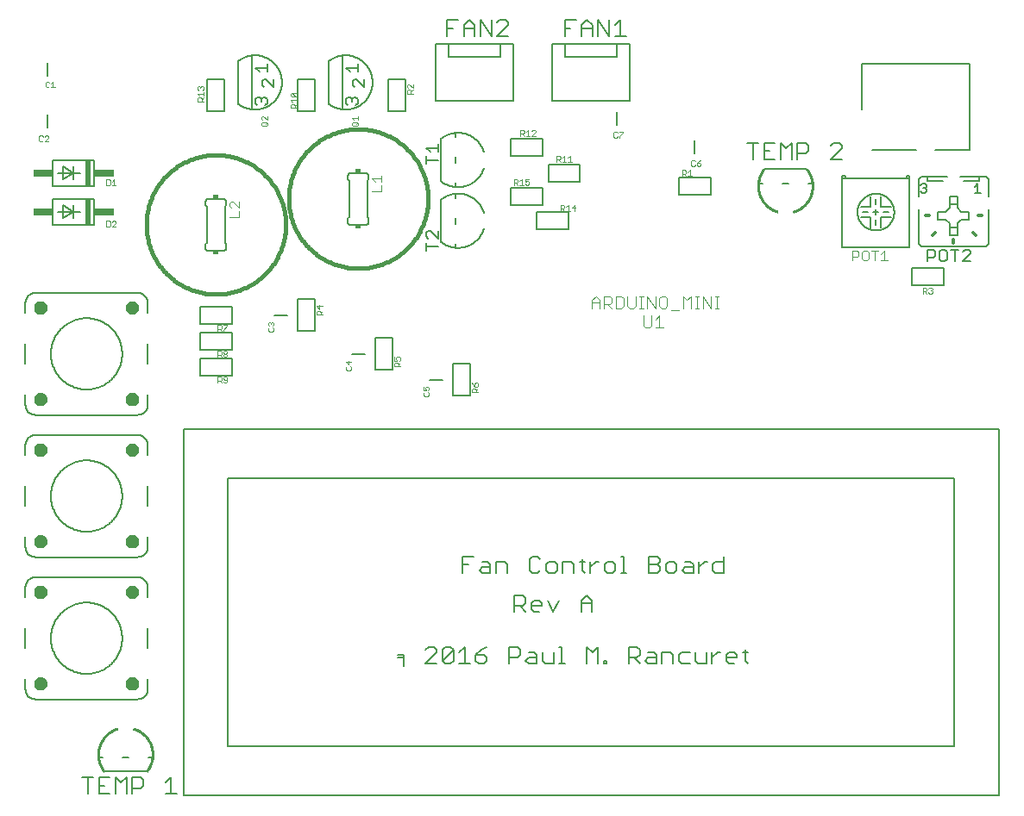
<source format=gto>
G75*
%MOIN*%
%OFA0B0*%
%FSLAX25Y25*%
%IPPOS*%
%LPD*%
%AMOC8*
5,1,8,0,0,1.08239X$1,22.5*
%
%ADD10C,0.01600*%
%ADD11C,0.00600*%
%ADD12C,0.00800*%
%ADD13C,0.00200*%
%ADD14R,0.02000X0.10000*%
%ADD15R,0.07500X0.03000*%
%ADD16C,0.00500*%
%ADD17R,0.02000X0.01500*%
%ADD18C,0.00400*%
%ADD19C,0.00300*%
%ADD20C,0.01200*%
%ADD21C,0.02756*%
%ADD22C,0.00080*%
D10*
X0064874Y0231800D02*
X0064882Y0232461D01*
X0064906Y0233121D01*
X0064947Y0233781D01*
X0065004Y0234439D01*
X0065076Y0235096D01*
X0065165Y0235751D01*
X0065270Y0236403D01*
X0065391Y0237053D01*
X0065528Y0237700D01*
X0065681Y0238342D01*
X0065849Y0238982D01*
X0066033Y0239616D01*
X0066233Y0240246D01*
X0066448Y0240871D01*
X0066678Y0241491D01*
X0066924Y0242104D01*
X0067184Y0242712D01*
X0067459Y0243312D01*
X0067749Y0243906D01*
X0068053Y0244493D01*
X0068372Y0245072D01*
X0068705Y0245643D01*
X0069051Y0246205D01*
X0069412Y0246759D01*
X0069786Y0247304D01*
X0070173Y0247840D01*
X0070573Y0248366D01*
X0070986Y0248882D01*
X0071411Y0249387D01*
X0071849Y0249882D01*
X0072299Y0250367D01*
X0072760Y0250840D01*
X0073233Y0251301D01*
X0073718Y0251751D01*
X0074213Y0252189D01*
X0074718Y0252614D01*
X0075234Y0253027D01*
X0075760Y0253427D01*
X0076296Y0253814D01*
X0076841Y0254188D01*
X0077395Y0254549D01*
X0077957Y0254895D01*
X0078528Y0255228D01*
X0079107Y0255547D01*
X0079694Y0255851D01*
X0080288Y0256141D01*
X0080888Y0256416D01*
X0081496Y0256676D01*
X0082109Y0256922D01*
X0082729Y0257152D01*
X0083354Y0257367D01*
X0083984Y0257567D01*
X0084618Y0257751D01*
X0085258Y0257919D01*
X0085900Y0258072D01*
X0086547Y0258209D01*
X0087197Y0258330D01*
X0087849Y0258435D01*
X0088504Y0258524D01*
X0089161Y0258596D01*
X0089819Y0258653D01*
X0090479Y0258694D01*
X0091139Y0258718D01*
X0091800Y0258726D01*
X0092461Y0258718D01*
X0093121Y0258694D01*
X0093781Y0258653D01*
X0094439Y0258596D01*
X0095096Y0258524D01*
X0095751Y0258435D01*
X0096403Y0258330D01*
X0097053Y0258209D01*
X0097700Y0258072D01*
X0098342Y0257919D01*
X0098982Y0257751D01*
X0099616Y0257567D01*
X0100246Y0257367D01*
X0100871Y0257152D01*
X0101491Y0256922D01*
X0102104Y0256676D01*
X0102712Y0256416D01*
X0103312Y0256141D01*
X0103906Y0255851D01*
X0104493Y0255547D01*
X0105072Y0255228D01*
X0105643Y0254895D01*
X0106205Y0254549D01*
X0106759Y0254188D01*
X0107304Y0253814D01*
X0107840Y0253427D01*
X0108366Y0253027D01*
X0108882Y0252614D01*
X0109387Y0252189D01*
X0109882Y0251751D01*
X0110367Y0251301D01*
X0110840Y0250840D01*
X0111301Y0250367D01*
X0111751Y0249882D01*
X0112189Y0249387D01*
X0112614Y0248882D01*
X0113027Y0248366D01*
X0113427Y0247840D01*
X0113814Y0247304D01*
X0114188Y0246759D01*
X0114549Y0246205D01*
X0114895Y0245643D01*
X0115228Y0245072D01*
X0115547Y0244493D01*
X0115851Y0243906D01*
X0116141Y0243312D01*
X0116416Y0242712D01*
X0116676Y0242104D01*
X0116922Y0241491D01*
X0117152Y0240871D01*
X0117367Y0240246D01*
X0117567Y0239616D01*
X0117751Y0238982D01*
X0117919Y0238342D01*
X0118072Y0237700D01*
X0118209Y0237053D01*
X0118330Y0236403D01*
X0118435Y0235751D01*
X0118524Y0235096D01*
X0118596Y0234439D01*
X0118653Y0233781D01*
X0118694Y0233121D01*
X0118718Y0232461D01*
X0118726Y0231800D01*
X0118718Y0231139D01*
X0118694Y0230479D01*
X0118653Y0229819D01*
X0118596Y0229161D01*
X0118524Y0228504D01*
X0118435Y0227849D01*
X0118330Y0227197D01*
X0118209Y0226547D01*
X0118072Y0225900D01*
X0117919Y0225258D01*
X0117751Y0224618D01*
X0117567Y0223984D01*
X0117367Y0223354D01*
X0117152Y0222729D01*
X0116922Y0222109D01*
X0116676Y0221496D01*
X0116416Y0220888D01*
X0116141Y0220288D01*
X0115851Y0219694D01*
X0115547Y0219107D01*
X0115228Y0218528D01*
X0114895Y0217957D01*
X0114549Y0217395D01*
X0114188Y0216841D01*
X0113814Y0216296D01*
X0113427Y0215760D01*
X0113027Y0215234D01*
X0112614Y0214718D01*
X0112189Y0214213D01*
X0111751Y0213718D01*
X0111301Y0213233D01*
X0110840Y0212760D01*
X0110367Y0212299D01*
X0109882Y0211849D01*
X0109387Y0211411D01*
X0108882Y0210986D01*
X0108366Y0210573D01*
X0107840Y0210173D01*
X0107304Y0209786D01*
X0106759Y0209412D01*
X0106205Y0209051D01*
X0105643Y0208705D01*
X0105072Y0208372D01*
X0104493Y0208053D01*
X0103906Y0207749D01*
X0103312Y0207459D01*
X0102712Y0207184D01*
X0102104Y0206924D01*
X0101491Y0206678D01*
X0100871Y0206448D01*
X0100246Y0206233D01*
X0099616Y0206033D01*
X0098982Y0205849D01*
X0098342Y0205681D01*
X0097700Y0205528D01*
X0097053Y0205391D01*
X0096403Y0205270D01*
X0095751Y0205165D01*
X0095096Y0205076D01*
X0094439Y0205004D01*
X0093781Y0204947D01*
X0093121Y0204906D01*
X0092461Y0204882D01*
X0091800Y0204874D01*
X0091139Y0204882D01*
X0090479Y0204906D01*
X0089819Y0204947D01*
X0089161Y0205004D01*
X0088504Y0205076D01*
X0087849Y0205165D01*
X0087197Y0205270D01*
X0086547Y0205391D01*
X0085900Y0205528D01*
X0085258Y0205681D01*
X0084618Y0205849D01*
X0083984Y0206033D01*
X0083354Y0206233D01*
X0082729Y0206448D01*
X0082109Y0206678D01*
X0081496Y0206924D01*
X0080888Y0207184D01*
X0080288Y0207459D01*
X0079694Y0207749D01*
X0079107Y0208053D01*
X0078528Y0208372D01*
X0077957Y0208705D01*
X0077395Y0209051D01*
X0076841Y0209412D01*
X0076296Y0209786D01*
X0075760Y0210173D01*
X0075234Y0210573D01*
X0074718Y0210986D01*
X0074213Y0211411D01*
X0073718Y0211849D01*
X0073233Y0212299D01*
X0072760Y0212760D01*
X0072299Y0213233D01*
X0071849Y0213718D01*
X0071411Y0214213D01*
X0070986Y0214718D01*
X0070573Y0215234D01*
X0070173Y0215760D01*
X0069786Y0216296D01*
X0069412Y0216841D01*
X0069051Y0217395D01*
X0068705Y0217957D01*
X0068372Y0218528D01*
X0068053Y0219107D01*
X0067749Y0219694D01*
X0067459Y0220288D01*
X0067184Y0220888D01*
X0066924Y0221496D01*
X0066678Y0222109D01*
X0066448Y0222729D01*
X0066233Y0223354D01*
X0066033Y0223984D01*
X0065849Y0224618D01*
X0065681Y0225258D01*
X0065528Y0225900D01*
X0065391Y0226547D01*
X0065270Y0227197D01*
X0065165Y0227849D01*
X0065076Y0228504D01*
X0065004Y0229161D01*
X0064947Y0229819D01*
X0064906Y0230479D01*
X0064882Y0231139D01*
X0064874Y0231800D01*
X0119874Y0241800D02*
X0119882Y0242461D01*
X0119906Y0243121D01*
X0119947Y0243781D01*
X0120004Y0244439D01*
X0120076Y0245096D01*
X0120165Y0245751D01*
X0120270Y0246403D01*
X0120391Y0247053D01*
X0120528Y0247700D01*
X0120681Y0248342D01*
X0120849Y0248982D01*
X0121033Y0249616D01*
X0121233Y0250246D01*
X0121448Y0250871D01*
X0121678Y0251491D01*
X0121924Y0252104D01*
X0122184Y0252712D01*
X0122459Y0253312D01*
X0122749Y0253906D01*
X0123053Y0254493D01*
X0123372Y0255072D01*
X0123705Y0255643D01*
X0124051Y0256205D01*
X0124412Y0256759D01*
X0124786Y0257304D01*
X0125173Y0257840D01*
X0125573Y0258366D01*
X0125986Y0258882D01*
X0126411Y0259387D01*
X0126849Y0259882D01*
X0127299Y0260367D01*
X0127760Y0260840D01*
X0128233Y0261301D01*
X0128718Y0261751D01*
X0129213Y0262189D01*
X0129718Y0262614D01*
X0130234Y0263027D01*
X0130760Y0263427D01*
X0131296Y0263814D01*
X0131841Y0264188D01*
X0132395Y0264549D01*
X0132957Y0264895D01*
X0133528Y0265228D01*
X0134107Y0265547D01*
X0134694Y0265851D01*
X0135288Y0266141D01*
X0135888Y0266416D01*
X0136496Y0266676D01*
X0137109Y0266922D01*
X0137729Y0267152D01*
X0138354Y0267367D01*
X0138984Y0267567D01*
X0139618Y0267751D01*
X0140258Y0267919D01*
X0140900Y0268072D01*
X0141547Y0268209D01*
X0142197Y0268330D01*
X0142849Y0268435D01*
X0143504Y0268524D01*
X0144161Y0268596D01*
X0144819Y0268653D01*
X0145479Y0268694D01*
X0146139Y0268718D01*
X0146800Y0268726D01*
X0147461Y0268718D01*
X0148121Y0268694D01*
X0148781Y0268653D01*
X0149439Y0268596D01*
X0150096Y0268524D01*
X0150751Y0268435D01*
X0151403Y0268330D01*
X0152053Y0268209D01*
X0152700Y0268072D01*
X0153342Y0267919D01*
X0153982Y0267751D01*
X0154616Y0267567D01*
X0155246Y0267367D01*
X0155871Y0267152D01*
X0156491Y0266922D01*
X0157104Y0266676D01*
X0157712Y0266416D01*
X0158312Y0266141D01*
X0158906Y0265851D01*
X0159493Y0265547D01*
X0160072Y0265228D01*
X0160643Y0264895D01*
X0161205Y0264549D01*
X0161759Y0264188D01*
X0162304Y0263814D01*
X0162840Y0263427D01*
X0163366Y0263027D01*
X0163882Y0262614D01*
X0164387Y0262189D01*
X0164882Y0261751D01*
X0165367Y0261301D01*
X0165840Y0260840D01*
X0166301Y0260367D01*
X0166751Y0259882D01*
X0167189Y0259387D01*
X0167614Y0258882D01*
X0168027Y0258366D01*
X0168427Y0257840D01*
X0168814Y0257304D01*
X0169188Y0256759D01*
X0169549Y0256205D01*
X0169895Y0255643D01*
X0170228Y0255072D01*
X0170547Y0254493D01*
X0170851Y0253906D01*
X0171141Y0253312D01*
X0171416Y0252712D01*
X0171676Y0252104D01*
X0171922Y0251491D01*
X0172152Y0250871D01*
X0172367Y0250246D01*
X0172567Y0249616D01*
X0172751Y0248982D01*
X0172919Y0248342D01*
X0173072Y0247700D01*
X0173209Y0247053D01*
X0173330Y0246403D01*
X0173435Y0245751D01*
X0173524Y0245096D01*
X0173596Y0244439D01*
X0173653Y0243781D01*
X0173694Y0243121D01*
X0173718Y0242461D01*
X0173726Y0241800D01*
X0173718Y0241139D01*
X0173694Y0240479D01*
X0173653Y0239819D01*
X0173596Y0239161D01*
X0173524Y0238504D01*
X0173435Y0237849D01*
X0173330Y0237197D01*
X0173209Y0236547D01*
X0173072Y0235900D01*
X0172919Y0235258D01*
X0172751Y0234618D01*
X0172567Y0233984D01*
X0172367Y0233354D01*
X0172152Y0232729D01*
X0171922Y0232109D01*
X0171676Y0231496D01*
X0171416Y0230888D01*
X0171141Y0230288D01*
X0170851Y0229694D01*
X0170547Y0229107D01*
X0170228Y0228528D01*
X0169895Y0227957D01*
X0169549Y0227395D01*
X0169188Y0226841D01*
X0168814Y0226296D01*
X0168427Y0225760D01*
X0168027Y0225234D01*
X0167614Y0224718D01*
X0167189Y0224213D01*
X0166751Y0223718D01*
X0166301Y0223233D01*
X0165840Y0222760D01*
X0165367Y0222299D01*
X0164882Y0221849D01*
X0164387Y0221411D01*
X0163882Y0220986D01*
X0163366Y0220573D01*
X0162840Y0220173D01*
X0162304Y0219786D01*
X0161759Y0219412D01*
X0161205Y0219051D01*
X0160643Y0218705D01*
X0160072Y0218372D01*
X0159493Y0218053D01*
X0158906Y0217749D01*
X0158312Y0217459D01*
X0157712Y0217184D01*
X0157104Y0216924D01*
X0156491Y0216678D01*
X0155871Y0216448D01*
X0155246Y0216233D01*
X0154616Y0216033D01*
X0153982Y0215849D01*
X0153342Y0215681D01*
X0152700Y0215528D01*
X0152053Y0215391D01*
X0151403Y0215270D01*
X0150751Y0215165D01*
X0150096Y0215076D01*
X0149439Y0215004D01*
X0148781Y0214947D01*
X0148121Y0214906D01*
X0147461Y0214882D01*
X0146800Y0214874D01*
X0146139Y0214882D01*
X0145479Y0214906D01*
X0144819Y0214947D01*
X0144161Y0215004D01*
X0143504Y0215076D01*
X0142849Y0215165D01*
X0142197Y0215270D01*
X0141547Y0215391D01*
X0140900Y0215528D01*
X0140258Y0215681D01*
X0139618Y0215849D01*
X0138984Y0216033D01*
X0138354Y0216233D01*
X0137729Y0216448D01*
X0137109Y0216678D01*
X0136496Y0216924D01*
X0135888Y0217184D01*
X0135288Y0217459D01*
X0134694Y0217749D01*
X0134107Y0218053D01*
X0133528Y0218372D01*
X0132957Y0218705D01*
X0132395Y0219051D01*
X0131841Y0219412D01*
X0131296Y0219786D01*
X0130760Y0220173D01*
X0130234Y0220573D01*
X0129718Y0220986D01*
X0129213Y0221411D01*
X0128718Y0221849D01*
X0128233Y0222299D01*
X0127760Y0222760D01*
X0127299Y0223233D01*
X0126849Y0223718D01*
X0126411Y0224213D01*
X0125986Y0224718D01*
X0125573Y0225234D01*
X0125173Y0225760D01*
X0124786Y0226296D01*
X0124412Y0226841D01*
X0124051Y0227395D01*
X0123705Y0227957D01*
X0123372Y0228528D01*
X0123053Y0229107D01*
X0122749Y0229694D01*
X0122459Y0230288D01*
X0122184Y0230888D01*
X0121924Y0231496D01*
X0121678Y0232109D01*
X0121448Y0232729D01*
X0121233Y0233354D01*
X0121033Y0233984D01*
X0120849Y0234618D01*
X0120681Y0235258D01*
X0120528Y0235900D01*
X0120391Y0236547D01*
X0120270Y0237197D01*
X0120165Y0237849D01*
X0120076Y0238504D01*
X0120004Y0239161D01*
X0119947Y0239819D01*
X0119906Y0240479D01*
X0119882Y0241139D01*
X0119874Y0241800D01*
D11*
X0044370Y0018005D02*
X0040100Y0018005D01*
X0042235Y0018005D02*
X0042235Y0011600D01*
X0046545Y0011600D02*
X0050816Y0011600D01*
X0052991Y0011600D02*
X0052991Y0018005D01*
X0055126Y0015870D01*
X0057261Y0018005D01*
X0057261Y0011600D01*
X0059436Y0011600D02*
X0059436Y0018005D01*
X0062639Y0018005D01*
X0063707Y0016938D01*
X0063707Y0014803D01*
X0062639Y0013735D01*
X0059436Y0013735D01*
X0050816Y0018005D02*
X0046545Y0018005D01*
X0046545Y0011600D01*
X0046545Y0014803D02*
X0048681Y0014803D01*
X0072327Y0015870D02*
X0074463Y0018005D01*
X0074463Y0011600D01*
X0076598Y0011600D02*
X0072327Y0011600D01*
X0162100Y0064235D02*
X0164235Y0064235D01*
X0164235Y0065303D02*
X0164235Y0061032D01*
X0164235Y0065303D02*
X0162100Y0065303D01*
X0172842Y0067438D02*
X0173910Y0068505D01*
X0176045Y0068505D01*
X0177113Y0067438D01*
X0177113Y0066370D01*
X0172842Y0062100D01*
X0177113Y0062100D01*
X0179288Y0063168D02*
X0179288Y0067438D01*
X0180356Y0068505D01*
X0182491Y0068505D01*
X0183558Y0067438D01*
X0179288Y0063168D01*
X0180356Y0062100D01*
X0182491Y0062100D01*
X0183558Y0063168D01*
X0183558Y0067438D01*
X0185733Y0066370D02*
X0187869Y0068505D01*
X0187869Y0062100D01*
X0190004Y0062100D02*
X0185733Y0062100D01*
X0192179Y0063168D02*
X0192179Y0065303D01*
X0195382Y0065303D01*
X0196449Y0064235D01*
X0196449Y0063168D01*
X0195382Y0062100D01*
X0193247Y0062100D01*
X0192179Y0063168D01*
X0192179Y0065303D02*
X0194314Y0067438D01*
X0196449Y0068505D01*
X0205070Y0068505D02*
X0205070Y0062100D01*
X0205070Y0064235D02*
X0208273Y0064235D01*
X0209340Y0065303D01*
X0209340Y0067438D01*
X0208273Y0068505D01*
X0205070Y0068505D01*
X0212583Y0066370D02*
X0214718Y0066370D01*
X0215786Y0065303D01*
X0215786Y0062100D01*
X0212583Y0062100D01*
X0211515Y0063168D01*
X0212583Y0064235D01*
X0215786Y0064235D01*
X0217961Y0063168D02*
X0217961Y0066370D01*
X0217961Y0063168D02*
X0219029Y0062100D01*
X0222231Y0062100D01*
X0222231Y0066370D01*
X0224406Y0068505D02*
X0225474Y0068505D01*
X0225474Y0062100D01*
X0224406Y0062100D02*
X0226542Y0062100D01*
X0235149Y0062100D02*
X0235149Y0068505D01*
X0237284Y0066370D01*
X0239419Y0068505D01*
X0239419Y0062100D01*
X0241594Y0062100D02*
X0242662Y0062100D01*
X0242662Y0063168D01*
X0241594Y0063168D01*
X0241594Y0062100D01*
X0251263Y0062100D02*
X0251263Y0068505D01*
X0254465Y0068505D01*
X0255533Y0067438D01*
X0255533Y0065303D01*
X0254465Y0064235D01*
X0251263Y0064235D01*
X0253398Y0064235D02*
X0255533Y0062100D01*
X0257708Y0063168D02*
X0258776Y0064235D01*
X0261979Y0064235D01*
X0261979Y0065303D02*
X0261979Y0062100D01*
X0258776Y0062100D01*
X0257708Y0063168D01*
X0258776Y0066370D02*
X0260911Y0066370D01*
X0261979Y0065303D01*
X0264154Y0066370D02*
X0264154Y0062100D01*
X0268424Y0062100D02*
X0268424Y0065303D01*
X0267356Y0066370D01*
X0264154Y0066370D01*
X0270599Y0065303D02*
X0270599Y0063168D01*
X0271667Y0062100D01*
X0274870Y0062100D01*
X0277045Y0063168D02*
X0278112Y0062100D01*
X0281315Y0062100D01*
X0281315Y0066370D01*
X0283490Y0066370D02*
X0283490Y0062100D01*
X0283490Y0064235D02*
X0285625Y0066370D01*
X0286693Y0066370D01*
X0288861Y0065303D02*
X0289929Y0066370D01*
X0292064Y0066370D01*
X0293132Y0065303D01*
X0293132Y0064235D01*
X0288861Y0064235D01*
X0288861Y0063168D02*
X0288861Y0065303D01*
X0288861Y0063168D02*
X0289929Y0062100D01*
X0292064Y0062100D01*
X0296375Y0063168D02*
X0296375Y0067438D01*
X0297442Y0066370D02*
X0295307Y0066370D01*
X0296375Y0063168D02*
X0297442Y0062100D01*
X0277045Y0063168D02*
X0277045Y0066370D01*
X0274870Y0066370D02*
X0271667Y0066370D01*
X0270599Y0065303D01*
X0237152Y0082100D02*
X0237152Y0086370D01*
X0235017Y0088505D01*
X0232882Y0086370D01*
X0232882Y0082100D01*
X0232882Y0085303D02*
X0237152Y0085303D01*
X0224261Y0086370D02*
X0222126Y0082100D01*
X0219991Y0086370D01*
X0217816Y0085303D02*
X0217816Y0084235D01*
X0213545Y0084235D01*
X0213545Y0083168D02*
X0213545Y0085303D01*
X0214613Y0086370D01*
X0216748Y0086370D01*
X0217816Y0085303D01*
X0216748Y0082100D02*
X0214613Y0082100D01*
X0213545Y0083168D01*
X0211370Y0082100D02*
X0209235Y0084235D01*
X0210303Y0084235D02*
X0207100Y0084235D01*
X0207100Y0082100D02*
X0207100Y0088505D01*
X0210303Y0088505D01*
X0211370Y0087438D01*
X0211370Y0085303D01*
X0210303Y0084235D01*
X0213950Y0097100D02*
X0212882Y0098168D01*
X0212882Y0102438D01*
X0213950Y0103505D01*
X0216085Y0103505D01*
X0217152Y0102438D01*
X0219327Y0100303D02*
X0219327Y0098168D01*
X0220395Y0097100D01*
X0222530Y0097100D01*
X0223598Y0098168D01*
X0223598Y0100303D01*
X0222530Y0101370D01*
X0220395Y0101370D01*
X0219327Y0100303D01*
X0217152Y0098168D02*
X0216085Y0097100D01*
X0213950Y0097100D01*
X0225773Y0097100D02*
X0225773Y0101370D01*
X0228976Y0101370D01*
X0230043Y0100303D01*
X0230043Y0097100D01*
X0233286Y0098168D02*
X0233286Y0102438D01*
X0232218Y0101370D02*
X0234354Y0101370D01*
X0236515Y0101370D02*
X0236515Y0097100D01*
X0236515Y0099235D02*
X0238651Y0101370D01*
X0239718Y0101370D01*
X0241887Y0100303D02*
X0241887Y0098168D01*
X0242954Y0097100D01*
X0245089Y0097100D01*
X0246157Y0098168D01*
X0246157Y0100303D01*
X0245089Y0101370D01*
X0242954Y0101370D01*
X0241887Y0100303D01*
X0234354Y0097100D02*
X0233286Y0098168D01*
X0248332Y0097100D02*
X0250467Y0097100D01*
X0249400Y0097100D02*
X0249400Y0103505D01*
X0248332Y0103505D01*
X0259075Y0103505D02*
X0259075Y0097100D01*
X0262277Y0097100D01*
X0263345Y0098168D01*
X0263345Y0099235D01*
X0262277Y0100303D01*
X0259075Y0100303D01*
X0262277Y0100303D02*
X0263345Y0101370D01*
X0263345Y0102438D01*
X0262277Y0103505D01*
X0259075Y0103505D01*
X0265520Y0100303D02*
X0265520Y0098168D01*
X0266588Y0097100D01*
X0268723Y0097100D01*
X0269791Y0098168D01*
X0269791Y0100303D01*
X0268723Y0101370D01*
X0266588Y0101370D01*
X0265520Y0100303D01*
X0271966Y0098168D02*
X0273033Y0099235D01*
X0276236Y0099235D01*
X0276236Y0100303D02*
X0276236Y0097100D01*
X0273033Y0097100D01*
X0271966Y0098168D01*
X0273033Y0101370D02*
X0275168Y0101370D01*
X0276236Y0100303D01*
X0278411Y0101370D02*
X0278411Y0097100D01*
X0278411Y0099235D02*
X0280546Y0101370D01*
X0281614Y0101370D01*
X0283782Y0100303D02*
X0284850Y0101370D01*
X0288053Y0101370D01*
X0288053Y0103505D02*
X0288053Y0097100D01*
X0284850Y0097100D01*
X0283782Y0098168D01*
X0283782Y0100303D01*
X0204261Y0100303D02*
X0204261Y0097100D01*
X0204261Y0100303D02*
X0203194Y0101370D01*
X0199991Y0101370D01*
X0199991Y0097100D01*
X0197816Y0097100D02*
X0194613Y0097100D01*
X0193545Y0098168D01*
X0194613Y0099235D01*
X0197816Y0099235D01*
X0197816Y0100303D02*
X0197816Y0097100D01*
X0197816Y0100303D02*
X0196748Y0101370D01*
X0194613Y0101370D01*
X0191370Y0103505D02*
X0187100Y0103505D01*
X0187100Y0097100D01*
X0187100Y0100303D02*
X0189235Y0100303D01*
X0094800Y0221800D02*
X0088800Y0221800D01*
X0088740Y0221802D01*
X0088679Y0221807D01*
X0088620Y0221816D01*
X0088561Y0221829D01*
X0088502Y0221845D01*
X0088445Y0221865D01*
X0088390Y0221888D01*
X0088335Y0221915D01*
X0088283Y0221944D01*
X0088232Y0221977D01*
X0088183Y0222013D01*
X0088137Y0222051D01*
X0088093Y0222093D01*
X0088051Y0222137D01*
X0088013Y0222183D01*
X0087977Y0222232D01*
X0087944Y0222283D01*
X0087915Y0222335D01*
X0087888Y0222390D01*
X0087865Y0222445D01*
X0087845Y0222502D01*
X0087829Y0222561D01*
X0087816Y0222620D01*
X0087807Y0222679D01*
X0087802Y0222740D01*
X0087800Y0222800D01*
X0087800Y0224300D01*
X0088300Y0224800D01*
X0088300Y0238800D01*
X0087800Y0239300D01*
X0087800Y0240800D01*
X0087802Y0240860D01*
X0087807Y0240921D01*
X0087816Y0240980D01*
X0087829Y0241039D01*
X0087845Y0241098D01*
X0087865Y0241155D01*
X0087888Y0241210D01*
X0087915Y0241265D01*
X0087944Y0241317D01*
X0087977Y0241368D01*
X0088013Y0241417D01*
X0088051Y0241463D01*
X0088093Y0241507D01*
X0088137Y0241549D01*
X0088183Y0241587D01*
X0088232Y0241623D01*
X0088283Y0241656D01*
X0088335Y0241685D01*
X0088390Y0241712D01*
X0088445Y0241735D01*
X0088502Y0241755D01*
X0088561Y0241771D01*
X0088620Y0241784D01*
X0088679Y0241793D01*
X0088740Y0241798D01*
X0088800Y0241800D01*
X0094800Y0241800D01*
X0094860Y0241798D01*
X0094921Y0241793D01*
X0094980Y0241784D01*
X0095039Y0241771D01*
X0095098Y0241755D01*
X0095155Y0241735D01*
X0095210Y0241712D01*
X0095265Y0241685D01*
X0095317Y0241656D01*
X0095368Y0241623D01*
X0095417Y0241587D01*
X0095463Y0241549D01*
X0095507Y0241507D01*
X0095549Y0241463D01*
X0095587Y0241417D01*
X0095623Y0241368D01*
X0095656Y0241317D01*
X0095685Y0241265D01*
X0095712Y0241210D01*
X0095735Y0241155D01*
X0095755Y0241098D01*
X0095771Y0241039D01*
X0095784Y0240980D01*
X0095793Y0240921D01*
X0095798Y0240860D01*
X0095800Y0240800D01*
X0095800Y0239300D01*
X0095300Y0238800D01*
X0095300Y0224800D01*
X0095800Y0224300D01*
X0095800Y0222800D01*
X0095798Y0222740D01*
X0095793Y0222679D01*
X0095784Y0222620D01*
X0095771Y0222561D01*
X0095755Y0222502D01*
X0095735Y0222445D01*
X0095712Y0222390D01*
X0095685Y0222335D01*
X0095656Y0222283D01*
X0095623Y0222232D01*
X0095587Y0222183D01*
X0095549Y0222137D01*
X0095507Y0222093D01*
X0095463Y0222051D01*
X0095417Y0222013D01*
X0095368Y0221977D01*
X0095317Y0221944D01*
X0095265Y0221915D01*
X0095210Y0221888D01*
X0095155Y0221865D01*
X0095098Y0221845D01*
X0095039Y0221829D01*
X0094980Y0221816D01*
X0094921Y0221807D01*
X0094860Y0221802D01*
X0094800Y0221800D01*
X0142800Y0232800D02*
X0142800Y0234300D01*
X0143300Y0234800D01*
X0143300Y0248800D01*
X0142800Y0249300D01*
X0142800Y0250800D01*
X0142802Y0250860D01*
X0142807Y0250921D01*
X0142816Y0250980D01*
X0142829Y0251039D01*
X0142845Y0251098D01*
X0142865Y0251155D01*
X0142888Y0251210D01*
X0142915Y0251265D01*
X0142944Y0251317D01*
X0142977Y0251368D01*
X0143013Y0251417D01*
X0143051Y0251463D01*
X0143093Y0251507D01*
X0143137Y0251549D01*
X0143183Y0251587D01*
X0143232Y0251623D01*
X0143283Y0251656D01*
X0143335Y0251685D01*
X0143390Y0251712D01*
X0143445Y0251735D01*
X0143502Y0251755D01*
X0143561Y0251771D01*
X0143620Y0251784D01*
X0143679Y0251793D01*
X0143740Y0251798D01*
X0143800Y0251800D01*
X0149800Y0251800D01*
X0149860Y0251798D01*
X0149921Y0251793D01*
X0149980Y0251784D01*
X0150039Y0251771D01*
X0150098Y0251755D01*
X0150155Y0251735D01*
X0150210Y0251712D01*
X0150265Y0251685D01*
X0150317Y0251656D01*
X0150368Y0251623D01*
X0150417Y0251587D01*
X0150463Y0251549D01*
X0150507Y0251507D01*
X0150549Y0251463D01*
X0150587Y0251417D01*
X0150623Y0251368D01*
X0150656Y0251317D01*
X0150685Y0251265D01*
X0150712Y0251210D01*
X0150735Y0251155D01*
X0150755Y0251098D01*
X0150771Y0251039D01*
X0150784Y0250980D01*
X0150793Y0250921D01*
X0150798Y0250860D01*
X0150800Y0250800D01*
X0150800Y0249300D01*
X0150300Y0248800D01*
X0150300Y0234800D01*
X0150800Y0234300D01*
X0150800Y0232800D01*
X0150798Y0232740D01*
X0150793Y0232679D01*
X0150784Y0232620D01*
X0150771Y0232561D01*
X0150755Y0232502D01*
X0150735Y0232445D01*
X0150712Y0232390D01*
X0150685Y0232335D01*
X0150656Y0232283D01*
X0150623Y0232232D01*
X0150587Y0232183D01*
X0150549Y0232137D01*
X0150507Y0232093D01*
X0150463Y0232051D01*
X0150417Y0232013D01*
X0150368Y0231977D01*
X0150317Y0231944D01*
X0150265Y0231915D01*
X0150210Y0231888D01*
X0150155Y0231865D01*
X0150098Y0231845D01*
X0150039Y0231829D01*
X0149980Y0231816D01*
X0149921Y0231807D01*
X0149860Y0231802D01*
X0149800Y0231800D01*
X0143800Y0231800D01*
X0143740Y0231802D01*
X0143679Y0231807D01*
X0143620Y0231816D01*
X0143561Y0231829D01*
X0143502Y0231845D01*
X0143445Y0231865D01*
X0143390Y0231888D01*
X0143335Y0231915D01*
X0143283Y0231944D01*
X0143232Y0231977D01*
X0143183Y0232013D01*
X0143137Y0232051D01*
X0143093Y0232093D01*
X0143051Y0232137D01*
X0143013Y0232183D01*
X0142977Y0232232D01*
X0142944Y0232283D01*
X0142915Y0232335D01*
X0142888Y0232390D01*
X0142865Y0232445D01*
X0142845Y0232502D01*
X0142829Y0232561D01*
X0142816Y0232620D01*
X0142807Y0232679D01*
X0142802Y0232740D01*
X0142800Y0232800D01*
X0181100Y0304600D02*
X0181100Y0311005D01*
X0185370Y0311005D01*
X0187545Y0308870D02*
X0189681Y0311005D01*
X0191816Y0308870D01*
X0191816Y0304600D01*
X0193991Y0304600D02*
X0193991Y0311005D01*
X0198261Y0304600D01*
X0198261Y0311005D01*
X0200436Y0309938D02*
X0201504Y0311005D01*
X0203639Y0311005D01*
X0204707Y0309938D01*
X0204707Y0308870D01*
X0200436Y0304600D01*
X0204707Y0304600D01*
X0191816Y0307803D02*
X0187545Y0307803D01*
X0187545Y0308870D02*
X0187545Y0304600D01*
X0183235Y0307803D02*
X0181100Y0307803D01*
X0226600Y0307803D02*
X0228735Y0307803D01*
X0226600Y0311005D02*
X0226600Y0304600D01*
X0233045Y0304600D02*
X0233045Y0308870D01*
X0235181Y0311005D01*
X0237316Y0308870D01*
X0237316Y0304600D01*
X0239491Y0304600D02*
X0239491Y0311005D01*
X0243761Y0304600D01*
X0243761Y0311005D01*
X0245936Y0308870D02*
X0248072Y0311005D01*
X0248072Y0304600D01*
X0250207Y0304600D02*
X0245936Y0304600D01*
X0237316Y0307803D02*
X0233045Y0307803D01*
X0230870Y0311005D02*
X0226600Y0311005D01*
X0297100Y0263505D02*
X0301370Y0263505D01*
X0299235Y0263505D02*
X0299235Y0257100D01*
X0303545Y0257100D02*
X0307816Y0257100D01*
X0309991Y0257100D02*
X0309991Y0263505D01*
X0312126Y0261370D01*
X0314261Y0263505D01*
X0314261Y0257100D01*
X0316436Y0257100D02*
X0316436Y0263505D01*
X0319639Y0263505D01*
X0320707Y0262438D01*
X0320707Y0260303D01*
X0319639Y0259235D01*
X0316436Y0259235D01*
X0307816Y0263505D02*
X0303545Y0263505D01*
X0303545Y0257100D01*
X0303545Y0260303D02*
X0305681Y0260303D01*
X0329327Y0262438D02*
X0330395Y0263505D01*
X0332530Y0263505D01*
X0333598Y0262438D01*
X0333598Y0261370D01*
X0329327Y0257100D01*
X0333598Y0257100D01*
X0363300Y0249300D02*
X0363300Y0242800D01*
X0366800Y0248800D02*
X0372800Y0248800D01*
X0374300Y0250300D02*
X0366800Y0250300D01*
X0364300Y0250300D01*
X0363300Y0249300D01*
X0366800Y0248800D02*
X0366800Y0250300D01*
X0375300Y0242800D02*
X0375300Y0239800D01*
X0375300Y0238300D01*
X0373800Y0236800D01*
X0370800Y0236800D01*
X0370800Y0233800D01*
X0373800Y0233800D01*
X0375300Y0232300D01*
X0375300Y0230800D01*
X0375300Y0227800D01*
X0378300Y0227800D01*
X0378300Y0230800D01*
X0378300Y0232300D01*
X0379800Y0233800D01*
X0382800Y0233800D01*
X0382800Y0236800D01*
X0379800Y0236800D01*
X0378300Y0238300D01*
X0378300Y0239800D01*
X0378300Y0242800D01*
X0375300Y0242800D01*
X0375300Y0239800D02*
X0378300Y0239800D01*
X0380800Y0248800D02*
X0386800Y0248800D01*
X0386800Y0250300D01*
X0379300Y0250300D01*
X0386800Y0250300D02*
X0389300Y0250300D01*
X0390300Y0249300D01*
X0390300Y0242800D01*
X0390300Y0237800D02*
X0390300Y0224300D01*
X0389300Y0223300D01*
X0364300Y0223300D01*
X0363300Y0224300D01*
X0363300Y0237800D01*
X0375300Y0230800D02*
X0378300Y0230800D01*
X0044800Y0231800D02*
X0044800Y0241800D01*
X0028800Y0241800D01*
X0028800Y0231800D01*
X0044800Y0231800D01*
X0039300Y0236800D02*
X0036800Y0236800D01*
X0036800Y0239300D01*
X0036800Y0236800D02*
X0036800Y0234300D01*
X0036800Y0236800D02*
X0032800Y0239300D01*
X0032800Y0234300D01*
X0036800Y0236800D01*
X0030800Y0236800D01*
X0028800Y0246800D02*
X0044800Y0246800D01*
X0044800Y0256800D01*
X0028800Y0256800D01*
X0028800Y0246800D01*
X0032800Y0249300D02*
X0036800Y0251800D01*
X0036800Y0254300D01*
X0036800Y0251800D02*
X0036800Y0249300D01*
X0036800Y0251800D02*
X0030800Y0251800D01*
X0032800Y0254300D02*
X0036800Y0251800D01*
X0039300Y0251800D01*
X0032800Y0249300D02*
X0032800Y0254300D01*
D12*
X0026800Y0269300D02*
X0026800Y0274300D01*
X0026800Y0289300D02*
X0026800Y0294300D01*
X0088454Y0287902D02*
X0088454Y0275698D01*
X0095146Y0275698D01*
X0095146Y0287902D01*
X0088454Y0287902D01*
X0123454Y0287902D02*
X0123454Y0275698D01*
X0130146Y0275698D01*
X0130146Y0287902D01*
X0123454Y0287902D01*
X0158454Y0287902D02*
X0158454Y0275698D01*
X0165146Y0275698D01*
X0165146Y0287902D01*
X0158454Y0287902D01*
X0205698Y0265146D02*
X0205698Y0258454D01*
X0217902Y0258454D01*
X0217902Y0265146D01*
X0205698Y0265146D01*
X0220198Y0255146D02*
X0232402Y0255146D01*
X0232402Y0248454D01*
X0220198Y0248454D01*
X0220198Y0255146D01*
X0217902Y0246146D02*
X0205698Y0246146D01*
X0205698Y0239454D01*
X0217902Y0239454D01*
X0217902Y0246146D01*
X0215698Y0236646D02*
X0227902Y0236646D01*
X0227902Y0229954D01*
X0215698Y0229954D01*
X0215698Y0236646D01*
X0246800Y0270300D02*
X0246800Y0275300D01*
X0276800Y0264300D02*
X0276800Y0259300D01*
X0282902Y0250146D02*
X0270698Y0250146D01*
X0270698Y0243454D01*
X0282902Y0243454D01*
X0282902Y0250146D01*
X0301348Y0247800D02*
X0302927Y0247800D01*
X0310673Y0247800D02*
X0312927Y0247800D01*
X0320673Y0247800D02*
X0322252Y0247800D01*
X0320046Y0253300D02*
X0303554Y0253300D01*
X0341363Y0276316D02*
X0341363Y0294032D01*
X0383095Y0294032D01*
X0383095Y0293835D01*
X0383095Y0294032D02*
X0383095Y0260568D01*
X0369670Y0260568D01*
X0362229Y0260568D02*
X0345300Y0260568D01*
X0360698Y0215146D02*
X0372902Y0215146D01*
X0372902Y0208454D01*
X0360698Y0208454D01*
X0360698Y0215146D01*
X0394280Y0152666D02*
X0394280Y0010934D01*
X0079320Y0010934D01*
X0079320Y0152666D01*
X0394280Y0152666D01*
X0377154Y0133572D02*
X0377154Y0030028D01*
X0096446Y0030028D01*
X0096446Y0133572D01*
X0377154Y0133572D01*
X0190146Y0165698D02*
X0190146Y0177902D01*
X0183454Y0177902D01*
X0183454Y0165698D01*
X0190146Y0165698D01*
X0179300Y0171800D02*
X0174300Y0171800D01*
X0160146Y0175698D02*
X0160146Y0187902D01*
X0153454Y0187902D01*
X0153454Y0175698D01*
X0160146Y0175698D01*
X0149300Y0181800D02*
X0144300Y0181800D01*
X0130146Y0190698D02*
X0130146Y0202902D01*
X0123454Y0202902D01*
X0123454Y0190698D01*
X0130146Y0190698D01*
X0119300Y0196800D02*
X0114300Y0196800D01*
X0097902Y0193454D02*
X0085698Y0193454D01*
X0085698Y0200146D01*
X0097902Y0200146D01*
X0097902Y0193454D01*
X0097902Y0190146D02*
X0085698Y0190146D01*
X0085698Y0183454D01*
X0097902Y0183454D01*
X0097902Y0190146D01*
X0097902Y0180146D02*
X0085698Y0180146D01*
X0085698Y0173454D01*
X0097902Y0173454D01*
X0097902Y0180146D01*
X0065422Y0177863D02*
X0065422Y0185737D01*
X0065422Y0197548D02*
X0065422Y0201485D01*
X0065420Y0201609D01*
X0065414Y0201732D01*
X0065405Y0201856D01*
X0065391Y0201978D01*
X0065374Y0202101D01*
X0065352Y0202223D01*
X0065327Y0202344D01*
X0065298Y0202464D01*
X0065266Y0202583D01*
X0065229Y0202702D01*
X0065189Y0202819D01*
X0065146Y0202934D01*
X0065098Y0203049D01*
X0065047Y0203161D01*
X0064993Y0203272D01*
X0064935Y0203382D01*
X0064874Y0203489D01*
X0064809Y0203595D01*
X0064741Y0203698D01*
X0064670Y0203799D01*
X0064596Y0203898D01*
X0064519Y0203995D01*
X0064438Y0204089D01*
X0064355Y0204180D01*
X0064269Y0204269D01*
X0064180Y0204355D01*
X0064089Y0204438D01*
X0063995Y0204519D01*
X0063898Y0204596D01*
X0063799Y0204670D01*
X0063698Y0204741D01*
X0063595Y0204809D01*
X0063489Y0204874D01*
X0063382Y0204935D01*
X0063272Y0204993D01*
X0063161Y0205047D01*
X0063049Y0205098D01*
X0062934Y0205146D01*
X0062819Y0205189D01*
X0062702Y0205229D01*
X0062583Y0205266D01*
X0062464Y0205298D01*
X0062344Y0205327D01*
X0062223Y0205352D01*
X0062101Y0205374D01*
X0061978Y0205391D01*
X0061856Y0205405D01*
X0061732Y0205414D01*
X0061609Y0205420D01*
X0061485Y0205422D01*
X0022115Y0205422D01*
X0021991Y0205420D01*
X0021868Y0205414D01*
X0021744Y0205405D01*
X0021622Y0205391D01*
X0021499Y0205374D01*
X0021377Y0205352D01*
X0021256Y0205327D01*
X0021136Y0205298D01*
X0021017Y0205266D01*
X0020898Y0205229D01*
X0020781Y0205189D01*
X0020666Y0205146D01*
X0020551Y0205098D01*
X0020439Y0205047D01*
X0020328Y0204993D01*
X0020218Y0204935D01*
X0020111Y0204874D01*
X0020005Y0204809D01*
X0019902Y0204741D01*
X0019801Y0204670D01*
X0019702Y0204596D01*
X0019605Y0204519D01*
X0019511Y0204438D01*
X0019420Y0204355D01*
X0019331Y0204269D01*
X0019245Y0204180D01*
X0019162Y0204089D01*
X0019081Y0203995D01*
X0019004Y0203898D01*
X0018930Y0203799D01*
X0018859Y0203698D01*
X0018791Y0203595D01*
X0018726Y0203489D01*
X0018665Y0203382D01*
X0018607Y0203272D01*
X0018553Y0203161D01*
X0018502Y0203049D01*
X0018454Y0202934D01*
X0018411Y0202819D01*
X0018371Y0202702D01*
X0018334Y0202583D01*
X0018302Y0202464D01*
X0018273Y0202344D01*
X0018248Y0202223D01*
X0018226Y0202101D01*
X0018209Y0201978D01*
X0018195Y0201856D01*
X0018186Y0201732D01*
X0018180Y0201609D01*
X0018178Y0201485D01*
X0018178Y0197548D01*
X0018178Y0185737D02*
X0018178Y0177863D01*
X0018178Y0166052D02*
X0018178Y0162115D01*
X0018180Y0161991D01*
X0018186Y0161868D01*
X0018195Y0161744D01*
X0018209Y0161622D01*
X0018226Y0161499D01*
X0018248Y0161377D01*
X0018273Y0161256D01*
X0018302Y0161136D01*
X0018334Y0161017D01*
X0018371Y0160898D01*
X0018411Y0160781D01*
X0018454Y0160666D01*
X0018502Y0160551D01*
X0018553Y0160439D01*
X0018607Y0160328D01*
X0018665Y0160218D01*
X0018726Y0160111D01*
X0018791Y0160005D01*
X0018859Y0159902D01*
X0018930Y0159801D01*
X0019004Y0159702D01*
X0019081Y0159605D01*
X0019162Y0159511D01*
X0019245Y0159420D01*
X0019331Y0159331D01*
X0019420Y0159245D01*
X0019511Y0159162D01*
X0019605Y0159081D01*
X0019702Y0159004D01*
X0019801Y0158930D01*
X0019902Y0158859D01*
X0020005Y0158791D01*
X0020111Y0158726D01*
X0020218Y0158665D01*
X0020328Y0158607D01*
X0020439Y0158553D01*
X0020551Y0158502D01*
X0020666Y0158454D01*
X0020781Y0158411D01*
X0020898Y0158371D01*
X0021017Y0158334D01*
X0021136Y0158302D01*
X0021256Y0158273D01*
X0021377Y0158248D01*
X0021499Y0158226D01*
X0021622Y0158209D01*
X0021744Y0158195D01*
X0021868Y0158186D01*
X0021991Y0158180D01*
X0022115Y0158178D01*
X0061485Y0158178D01*
X0061609Y0158180D01*
X0061732Y0158186D01*
X0061856Y0158195D01*
X0061978Y0158209D01*
X0062101Y0158226D01*
X0062223Y0158248D01*
X0062344Y0158273D01*
X0062464Y0158302D01*
X0062583Y0158334D01*
X0062702Y0158371D01*
X0062819Y0158411D01*
X0062934Y0158454D01*
X0063049Y0158502D01*
X0063161Y0158553D01*
X0063272Y0158607D01*
X0063382Y0158665D01*
X0063489Y0158726D01*
X0063595Y0158791D01*
X0063698Y0158859D01*
X0063799Y0158930D01*
X0063898Y0159004D01*
X0063995Y0159081D01*
X0064089Y0159162D01*
X0064180Y0159245D01*
X0064269Y0159331D01*
X0064355Y0159420D01*
X0064438Y0159511D01*
X0064519Y0159605D01*
X0064596Y0159702D01*
X0064670Y0159801D01*
X0064741Y0159902D01*
X0064809Y0160005D01*
X0064874Y0160111D01*
X0064935Y0160218D01*
X0064993Y0160328D01*
X0065047Y0160439D01*
X0065098Y0160551D01*
X0065146Y0160666D01*
X0065189Y0160781D01*
X0065229Y0160898D01*
X0065266Y0161017D01*
X0065298Y0161136D01*
X0065327Y0161256D01*
X0065352Y0161377D01*
X0065374Y0161499D01*
X0065391Y0161622D01*
X0065405Y0161744D01*
X0065414Y0161868D01*
X0065420Y0161991D01*
X0065422Y0162115D01*
X0065422Y0166052D01*
X0061485Y0150422D02*
X0022115Y0150422D01*
X0021991Y0150420D01*
X0021868Y0150414D01*
X0021744Y0150405D01*
X0021622Y0150391D01*
X0021499Y0150374D01*
X0021377Y0150352D01*
X0021256Y0150327D01*
X0021136Y0150298D01*
X0021017Y0150266D01*
X0020898Y0150229D01*
X0020781Y0150189D01*
X0020666Y0150146D01*
X0020551Y0150098D01*
X0020439Y0150047D01*
X0020328Y0149993D01*
X0020218Y0149935D01*
X0020111Y0149874D01*
X0020005Y0149809D01*
X0019902Y0149741D01*
X0019801Y0149670D01*
X0019702Y0149596D01*
X0019605Y0149519D01*
X0019511Y0149438D01*
X0019420Y0149355D01*
X0019331Y0149269D01*
X0019245Y0149180D01*
X0019162Y0149089D01*
X0019081Y0148995D01*
X0019004Y0148898D01*
X0018930Y0148799D01*
X0018859Y0148698D01*
X0018791Y0148595D01*
X0018726Y0148489D01*
X0018665Y0148382D01*
X0018607Y0148272D01*
X0018553Y0148161D01*
X0018502Y0148049D01*
X0018454Y0147934D01*
X0018411Y0147819D01*
X0018371Y0147702D01*
X0018334Y0147583D01*
X0018302Y0147464D01*
X0018273Y0147344D01*
X0018248Y0147223D01*
X0018226Y0147101D01*
X0018209Y0146978D01*
X0018195Y0146856D01*
X0018186Y0146732D01*
X0018180Y0146609D01*
X0018178Y0146485D01*
X0018178Y0142548D01*
X0018178Y0130737D02*
X0018178Y0122863D01*
X0018178Y0111052D02*
X0018178Y0107115D01*
X0018180Y0106991D01*
X0018186Y0106868D01*
X0018195Y0106744D01*
X0018209Y0106622D01*
X0018226Y0106499D01*
X0018248Y0106377D01*
X0018273Y0106256D01*
X0018302Y0106136D01*
X0018334Y0106017D01*
X0018371Y0105898D01*
X0018411Y0105781D01*
X0018454Y0105666D01*
X0018502Y0105551D01*
X0018553Y0105439D01*
X0018607Y0105328D01*
X0018665Y0105218D01*
X0018726Y0105111D01*
X0018791Y0105005D01*
X0018859Y0104902D01*
X0018930Y0104801D01*
X0019004Y0104702D01*
X0019081Y0104605D01*
X0019162Y0104511D01*
X0019245Y0104420D01*
X0019331Y0104331D01*
X0019420Y0104245D01*
X0019511Y0104162D01*
X0019605Y0104081D01*
X0019702Y0104004D01*
X0019801Y0103930D01*
X0019902Y0103859D01*
X0020005Y0103791D01*
X0020111Y0103726D01*
X0020218Y0103665D01*
X0020328Y0103607D01*
X0020439Y0103553D01*
X0020551Y0103502D01*
X0020666Y0103454D01*
X0020781Y0103411D01*
X0020898Y0103371D01*
X0021017Y0103334D01*
X0021136Y0103302D01*
X0021256Y0103273D01*
X0021377Y0103248D01*
X0021499Y0103226D01*
X0021622Y0103209D01*
X0021744Y0103195D01*
X0021868Y0103186D01*
X0021991Y0103180D01*
X0022115Y0103178D01*
X0061485Y0103178D01*
X0061609Y0103180D01*
X0061732Y0103186D01*
X0061856Y0103195D01*
X0061978Y0103209D01*
X0062101Y0103226D01*
X0062223Y0103248D01*
X0062344Y0103273D01*
X0062464Y0103302D01*
X0062583Y0103334D01*
X0062702Y0103371D01*
X0062819Y0103411D01*
X0062934Y0103454D01*
X0063049Y0103502D01*
X0063161Y0103553D01*
X0063272Y0103607D01*
X0063382Y0103665D01*
X0063489Y0103726D01*
X0063595Y0103791D01*
X0063698Y0103859D01*
X0063799Y0103930D01*
X0063898Y0104004D01*
X0063995Y0104081D01*
X0064089Y0104162D01*
X0064180Y0104245D01*
X0064269Y0104331D01*
X0064355Y0104420D01*
X0064438Y0104511D01*
X0064519Y0104605D01*
X0064596Y0104702D01*
X0064670Y0104801D01*
X0064741Y0104902D01*
X0064809Y0105005D01*
X0064874Y0105111D01*
X0064935Y0105218D01*
X0064993Y0105328D01*
X0065047Y0105439D01*
X0065098Y0105551D01*
X0065146Y0105666D01*
X0065189Y0105781D01*
X0065229Y0105898D01*
X0065266Y0106017D01*
X0065298Y0106136D01*
X0065327Y0106256D01*
X0065352Y0106377D01*
X0065374Y0106499D01*
X0065391Y0106622D01*
X0065405Y0106744D01*
X0065414Y0106868D01*
X0065420Y0106991D01*
X0065422Y0107115D01*
X0065422Y0111052D01*
X0065422Y0122863D02*
X0065422Y0130737D01*
X0065422Y0142548D02*
X0065422Y0146485D01*
X0065420Y0146609D01*
X0065414Y0146732D01*
X0065405Y0146856D01*
X0065391Y0146978D01*
X0065374Y0147101D01*
X0065352Y0147223D01*
X0065327Y0147344D01*
X0065298Y0147464D01*
X0065266Y0147583D01*
X0065229Y0147702D01*
X0065189Y0147819D01*
X0065146Y0147934D01*
X0065098Y0148049D01*
X0065047Y0148161D01*
X0064993Y0148272D01*
X0064935Y0148382D01*
X0064874Y0148489D01*
X0064809Y0148595D01*
X0064741Y0148698D01*
X0064670Y0148799D01*
X0064596Y0148898D01*
X0064519Y0148995D01*
X0064438Y0149089D01*
X0064355Y0149180D01*
X0064269Y0149269D01*
X0064180Y0149355D01*
X0064089Y0149438D01*
X0063995Y0149519D01*
X0063898Y0149596D01*
X0063799Y0149670D01*
X0063698Y0149741D01*
X0063595Y0149809D01*
X0063489Y0149874D01*
X0063382Y0149935D01*
X0063272Y0149993D01*
X0063161Y0150047D01*
X0063049Y0150098D01*
X0062934Y0150146D01*
X0062819Y0150189D01*
X0062702Y0150229D01*
X0062583Y0150266D01*
X0062464Y0150298D01*
X0062344Y0150327D01*
X0062223Y0150352D01*
X0062101Y0150374D01*
X0061978Y0150391D01*
X0061856Y0150405D01*
X0061732Y0150414D01*
X0061609Y0150420D01*
X0061485Y0150422D01*
X0028020Y0126800D02*
X0028024Y0127138D01*
X0028037Y0127476D01*
X0028057Y0127814D01*
X0028086Y0128151D01*
X0028124Y0128487D01*
X0028169Y0128822D01*
X0028223Y0129156D01*
X0028285Y0129488D01*
X0028355Y0129819D01*
X0028433Y0130148D01*
X0028519Y0130475D01*
X0028613Y0130800D01*
X0028716Y0131123D01*
X0028826Y0131442D01*
X0028943Y0131759D01*
X0029069Y0132073D01*
X0029202Y0132384D01*
X0029343Y0132692D01*
X0029491Y0132996D01*
X0029647Y0133296D01*
X0029810Y0133592D01*
X0029980Y0133884D01*
X0030158Y0134172D01*
X0030342Y0134456D01*
X0030534Y0134735D01*
X0030732Y0135009D01*
X0030937Y0135278D01*
X0031148Y0135542D01*
X0031366Y0135801D01*
X0031590Y0136054D01*
X0031820Y0136302D01*
X0032056Y0136544D01*
X0032298Y0136780D01*
X0032546Y0137010D01*
X0032799Y0137234D01*
X0033058Y0137452D01*
X0033322Y0137663D01*
X0033591Y0137868D01*
X0033865Y0138066D01*
X0034144Y0138258D01*
X0034428Y0138442D01*
X0034716Y0138620D01*
X0035008Y0138790D01*
X0035304Y0138953D01*
X0035604Y0139109D01*
X0035908Y0139257D01*
X0036216Y0139398D01*
X0036527Y0139531D01*
X0036841Y0139657D01*
X0037158Y0139774D01*
X0037477Y0139884D01*
X0037800Y0139987D01*
X0038125Y0140081D01*
X0038452Y0140167D01*
X0038781Y0140245D01*
X0039112Y0140315D01*
X0039444Y0140377D01*
X0039778Y0140431D01*
X0040113Y0140476D01*
X0040449Y0140514D01*
X0040786Y0140543D01*
X0041124Y0140563D01*
X0041462Y0140576D01*
X0041800Y0140580D01*
X0042138Y0140576D01*
X0042476Y0140563D01*
X0042814Y0140543D01*
X0043151Y0140514D01*
X0043487Y0140476D01*
X0043822Y0140431D01*
X0044156Y0140377D01*
X0044488Y0140315D01*
X0044819Y0140245D01*
X0045148Y0140167D01*
X0045475Y0140081D01*
X0045800Y0139987D01*
X0046123Y0139884D01*
X0046442Y0139774D01*
X0046759Y0139657D01*
X0047073Y0139531D01*
X0047384Y0139398D01*
X0047692Y0139257D01*
X0047996Y0139109D01*
X0048296Y0138953D01*
X0048592Y0138790D01*
X0048884Y0138620D01*
X0049172Y0138442D01*
X0049456Y0138258D01*
X0049735Y0138066D01*
X0050009Y0137868D01*
X0050278Y0137663D01*
X0050542Y0137452D01*
X0050801Y0137234D01*
X0051054Y0137010D01*
X0051302Y0136780D01*
X0051544Y0136544D01*
X0051780Y0136302D01*
X0052010Y0136054D01*
X0052234Y0135801D01*
X0052452Y0135542D01*
X0052663Y0135278D01*
X0052868Y0135009D01*
X0053066Y0134735D01*
X0053258Y0134456D01*
X0053442Y0134172D01*
X0053620Y0133884D01*
X0053790Y0133592D01*
X0053953Y0133296D01*
X0054109Y0132996D01*
X0054257Y0132692D01*
X0054398Y0132384D01*
X0054531Y0132073D01*
X0054657Y0131759D01*
X0054774Y0131442D01*
X0054884Y0131123D01*
X0054987Y0130800D01*
X0055081Y0130475D01*
X0055167Y0130148D01*
X0055245Y0129819D01*
X0055315Y0129488D01*
X0055377Y0129156D01*
X0055431Y0128822D01*
X0055476Y0128487D01*
X0055514Y0128151D01*
X0055543Y0127814D01*
X0055563Y0127476D01*
X0055576Y0127138D01*
X0055580Y0126800D01*
X0055576Y0126462D01*
X0055563Y0126124D01*
X0055543Y0125786D01*
X0055514Y0125449D01*
X0055476Y0125113D01*
X0055431Y0124778D01*
X0055377Y0124444D01*
X0055315Y0124112D01*
X0055245Y0123781D01*
X0055167Y0123452D01*
X0055081Y0123125D01*
X0054987Y0122800D01*
X0054884Y0122477D01*
X0054774Y0122158D01*
X0054657Y0121841D01*
X0054531Y0121527D01*
X0054398Y0121216D01*
X0054257Y0120908D01*
X0054109Y0120604D01*
X0053953Y0120304D01*
X0053790Y0120008D01*
X0053620Y0119716D01*
X0053442Y0119428D01*
X0053258Y0119144D01*
X0053066Y0118865D01*
X0052868Y0118591D01*
X0052663Y0118322D01*
X0052452Y0118058D01*
X0052234Y0117799D01*
X0052010Y0117546D01*
X0051780Y0117298D01*
X0051544Y0117056D01*
X0051302Y0116820D01*
X0051054Y0116590D01*
X0050801Y0116366D01*
X0050542Y0116148D01*
X0050278Y0115937D01*
X0050009Y0115732D01*
X0049735Y0115534D01*
X0049456Y0115342D01*
X0049172Y0115158D01*
X0048884Y0114980D01*
X0048592Y0114810D01*
X0048296Y0114647D01*
X0047996Y0114491D01*
X0047692Y0114343D01*
X0047384Y0114202D01*
X0047073Y0114069D01*
X0046759Y0113943D01*
X0046442Y0113826D01*
X0046123Y0113716D01*
X0045800Y0113613D01*
X0045475Y0113519D01*
X0045148Y0113433D01*
X0044819Y0113355D01*
X0044488Y0113285D01*
X0044156Y0113223D01*
X0043822Y0113169D01*
X0043487Y0113124D01*
X0043151Y0113086D01*
X0042814Y0113057D01*
X0042476Y0113037D01*
X0042138Y0113024D01*
X0041800Y0113020D01*
X0041462Y0113024D01*
X0041124Y0113037D01*
X0040786Y0113057D01*
X0040449Y0113086D01*
X0040113Y0113124D01*
X0039778Y0113169D01*
X0039444Y0113223D01*
X0039112Y0113285D01*
X0038781Y0113355D01*
X0038452Y0113433D01*
X0038125Y0113519D01*
X0037800Y0113613D01*
X0037477Y0113716D01*
X0037158Y0113826D01*
X0036841Y0113943D01*
X0036527Y0114069D01*
X0036216Y0114202D01*
X0035908Y0114343D01*
X0035604Y0114491D01*
X0035304Y0114647D01*
X0035008Y0114810D01*
X0034716Y0114980D01*
X0034428Y0115158D01*
X0034144Y0115342D01*
X0033865Y0115534D01*
X0033591Y0115732D01*
X0033322Y0115937D01*
X0033058Y0116148D01*
X0032799Y0116366D01*
X0032546Y0116590D01*
X0032298Y0116820D01*
X0032056Y0117056D01*
X0031820Y0117298D01*
X0031590Y0117546D01*
X0031366Y0117799D01*
X0031148Y0118058D01*
X0030937Y0118322D01*
X0030732Y0118591D01*
X0030534Y0118865D01*
X0030342Y0119144D01*
X0030158Y0119428D01*
X0029980Y0119716D01*
X0029810Y0120008D01*
X0029647Y0120304D01*
X0029491Y0120604D01*
X0029343Y0120908D01*
X0029202Y0121216D01*
X0029069Y0121527D01*
X0028943Y0121841D01*
X0028826Y0122158D01*
X0028716Y0122477D01*
X0028613Y0122800D01*
X0028519Y0123125D01*
X0028433Y0123452D01*
X0028355Y0123781D01*
X0028285Y0124112D01*
X0028223Y0124444D01*
X0028169Y0124778D01*
X0028124Y0125113D01*
X0028086Y0125449D01*
X0028057Y0125786D01*
X0028037Y0126124D01*
X0028024Y0126462D01*
X0028020Y0126800D01*
X0022115Y0095422D02*
X0061485Y0095422D01*
X0061609Y0095420D01*
X0061732Y0095414D01*
X0061856Y0095405D01*
X0061978Y0095391D01*
X0062101Y0095374D01*
X0062223Y0095352D01*
X0062344Y0095327D01*
X0062464Y0095298D01*
X0062583Y0095266D01*
X0062702Y0095229D01*
X0062819Y0095189D01*
X0062934Y0095146D01*
X0063049Y0095098D01*
X0063161Y0095047D01*
X0063272Y0094993D01*
X0063382Y0094935D01*
X0063489Y0094874D01*
X0063595Y0094809D01*
X0063698Y0094741D01*
X0063799Y0094670D01*
X0063898Y0094596D01*
X0063995Y0094519D01*
X0064089Y0094438D01*
X0064180Y0094355D01*
X0064269Y0094269D01*
X0064355Y0094180D01*
X0064438Y0094089D01*
X0064519Y0093995D01*
X0064596Y0093898D01*
X0064670Y0093799D01*
X0064741Y0093698D01*
X0064809Y0093595D01*
X0064874Y0093489D01*
X0064935Y0093382D01*
X0064993Y0093272D01*
X0065047Y0093161D01*
X0065098Y0093049D01*
X0065146Y0092934D01*
X0065189Y0092819D01*
X0065229Y0092702D01*
X0065266Y0092583D01*
X0065298Y0092464D01*
X0065327Y0092344D01*
X0065352Y0092223D01*
X0065374Y0092101D01*
X0065391Y0091978D01*
X0065405Y0091856D01*
X0065414Y0091732D01*
X0065420Y0091609D01*
X0065422Y0091485D01*
X0065422Y0087548D01*
X0065422Y0075737D02*
X0065422Y0067863D01*
X0065422Y0056052D02*
X0065422Y0052115D01*
X0065420Y0051991D01*
X0065414Y0051868D01*
X0065405Y0051744D01*
X0065391Y0051622D01*
X0065374Y0051499D01*
X0065352Y0051377D01*
X0065327Y0051256D01*
X0065298Y0051136D01*
X0065266Y0051017D01*
X0065229Y0050898D01*
X0065189Y0050781D01*
X0065146Y0050666D01*
X0065098Y0050551D01*
X0065047Y0050439D01*
X0064993Y0050328D01*
X0064935Y0050218D01*
X0064874Y0050111D01*
X0064809Y0050005D01*
X0064741Y0049902D01*
X0064670Y0049801D01*
X0064596Y0049702D01*
X0064519Y0049605D01*
X0064438Y0049511D01*
X0064355Y0049420D01*
X0064269Y0049331D01*
X0064180Y0049245D01*
X0064089Y0049162D01*
X0063995Y0049081D01*
X0063898Y0049004D01*
X0063799Y0048930D01*
X0063698Y0048859D01*
X0063595Y0048791D01*
X0063489Y0048726D01*
X0063382Y0048665D01*
X0063272Y0048607D01*
X0063161Y0048553D01*
X0063049Y0048502D01*
X0062934Y0048454D01*
X0062819Y0048411D01*
X0062702Y0048371D01*
X0062583Y0048334D01*
X0062464Y0048302D01*
X0062344Y0048273D01*
X0062223Y0048248D01*
X0062101Y0048226D01*
X0061978Y0048209D01*
X0061856Y0048195D01*
X0061732Y0048186D01*
X0061609Y0048180D01*
X0061485Y0048178D01*
X0022115Y0048178D01*
X0021991Y0048180D01*
X0021868Y0048186D01*
X0021744Y0048195D01*
X0021622Y0048209D01*
X0021499Y0048226D01*
X0021377Y0048248D01*
X0021256Y0048273D01*
X0021136Y0048302D01*
X0021017Y0048334D01*
X0020898Y0048371D01*
X0020781Y0048411D01*
X0020666Y0048454D01*
X0020551Y0048502D01*
X0020439Y0048553D01*
X0020328Y0048607D01*
X0020218Y0048665D01*
X0020111Y0048726D01*
X0020005Y0048791D01*
X0019902Y0048859D01*
X0019801Y0048930D01*
X0019702Y0049004D01*
X0019605Y0049081D01*
X0019511Y0049162D01*
X0019420Y0049245D01*
X0019331Y0049331D01*
X0019245Y0049420D01*
X0019162Y0049511D01*
X0019081Y0049605D01*
X0019004Y0049702D01*
X0018930Y0049801D01*
X0018859Y0049902D01*
X0018791Y0050005D01*
X0018726Y0050111D01*
X0018665Y0050218D01*
X0018607Y0050328D01*
X0018553Y0050439D01*
X0018502Y0050551D01*
X0018454Y0050666D01*
X0018411Y0050781D01*
X0018371Y0050898D01*
X0018334Y0051017D01*
X0018302Y0051136D01*
X0018273Y0051256D01*
X0018248Y0051377D01*
X0018226Y0051499D01*
X0018209Y0051622D01*
X0018195Y0051744D01*
X0018186Y0051868D01*
X0018180Y0051991D01*
X0018178Y0052115D01*
X0018178Y0056052D01*
X0018178Y0067863D02*
X0018178Y0075737D01*
X0018178Y0087548D02*
X0018178Y0091485D01*
X0018180Y0091609D01*
X0018186Y0091732D01*
X0018195Y0091856D01*
X0018209Y0091978D01*
X0018226Y0092101D01*
X0018248Y0092223D01*
X0018273Y0092344D01*
X0018302Y0092464D01*
X0018334Y0092583D01*
X0018371Y0092702D01*
X0018411Y0092819D01*
X0018454Y0092934D01*
X0018502Y0093049D01*
X0018553Y0093161D01*
X0018607Y0093272D01*
X0018665Y0093382D01*
X0018726Y0093489D01*
X0018791Y0093595D01*
X0018859Y0093698D01*
X0018930Y0093799D01*
X0019004Y0093898D01*
X0019081Y0093995D01*
X0019162Y0094089D01*
X0019245Y0094180D01*
X0019331Y0094269D01*
X0019420Y0094355D01*
X0019511Y0094438D01*
X0019605Y0094519D01*
X0019702Y0094596D01*
X0019801Y0094670D01*
X0019902Y0094741D01*
X0020005Y0094809D01*
X0020111Y0094874D01*
X0020218Y0094935D01*
X0020328Y0094993D01*
X0020439Y0095047D01*
X0020551Y0095098D01*
X0020666Y0095146D01*
X0020781Y0095189D01*
X0020898Y0095229D01*
X0021017Y0095266D01*
X0021136Y0095298D01*
X0021256Y0095327D01*
X0021377Y0095352D01*
X0021499Y0095374D01*
X0021622Y0095391D01*
X0021744Y0095405D01*
X0021868Y0095414D01*
X0021991Y0095420D01*
X0022115Y0095422D01*
X0028020Y0071800D02*
X0028024Y0072138D01*
X0028037Y0072476D01*
X0028057Y0072814D01*
X0028086Y0073151D01*
X0028124Y0073487D01*
X0028169Y0073822D01*
X0028223Y0074156D01*
X0028285Y0074488D01*
X0028355Y0074819D01*
X0028433Y0075148D01*
X0028519Y0075475D01*
X0028613Y0075800D01*
X0028716Y0076123D01*
X0028826Y0076442D01*
X0028943Y0076759D01*
X0029069Y0077073D01*
X0029202Y0077384D01*
X0029343Y0077692D01*
X0029491Y0077996D01*
X0029647Y0078296D01*
X0029810Y0078592D01*
X0029980Y0078884D01*
X0030158Y0079172D01*
X0030342Y0079456D01*
X0030534Y0079735D01*
X0030732Y0080009D01*
X0030937Y0080278D01*
X0031148Y0080542D01*
X0031366Y0080801D01*
X0031590Y0081054D01*
X0031820Y0081302D01*
X0032056Y0081544D01*
X0032298Y0081780D01*
X0032546Y0082010D01*
X0032799Y0082234D01*
X0033058Y0082452D01*
X0033322Y0082663D01*
X0033591Y0082868D01*
X0033865Y0083066D01*
X0034144Y0083258D01*
X0034428Y0083442D01*
X0034716Y0083620D01*
X0035008Y0083790D01*
X0035304Y0083953D01*
X0035604Y0084109D01*
X0035908Y0084257D01*
X0036216Y0084398D01*
X0036527Y0084531D01*
X0036841Y0084657D01*
X0037158Y0084774D01*
X0037477Y0084884D01*
X0037800Y0084987D01*
X0038125Y0085081D01*
X0038452Y0085167D01*
X0038781Y0085245D01*
X0039112Y0085315D01*
X0039444Y0085377D01*
X0039778Y0085431D01*
X0040113Y0085476D01*
X0040449Y0085514D01*
X0040786Y0085543D01*
X0041124Y0085563D01*
X0041462Y0085576D01*
X0041800Y0085580D01*
X0042138Y0085576D01*
X0042476Y0085563D01*
X0042814Y0085543D01*
X0043151Y0085514D01*
X0043487Y0085476D01*
X0043822Y0085431D01*
X0044156Y0085377D01*
X0044488Y0085315D01*
X0044819Y0085245D01*
X0045148Y0085167D01*
X0045475Y0085081D01*
X0045800Y0084987D01*
X0046123Y0084884D01*
X0046442Y0084774D01*
X0046759Y0084657D01*
X0047073Y0084531D01*
X0047384Y0084398D01*
X0047692Y0084257D01*
X0047996Y0084109D01*
X0048296Y0083953D01*
X0048592Y0083790D01*
X0048884Y0083620D01*
X0049172Y0083442D01*
X0049456Y0083258D01*
X0049735Y0083066D01*
X0050009Y0082868D01*
X0050278Y0082663D01*
X0050542Y0082452D01*
X0050801Y0082234D01*
X0051054Y0082010D01*
X0051302Y0081780D01*
X0051544Y0081544D01*
X0051780Y0081302D01*
X0052010Y0081054D01*
X0052234Y0080801D01*
X0052452Y0080542D01*
X0052663Y0080278D01*
X0052868Y0080009D01*
X0053066Y0079735D01*
X0053258Y0079456D01*
X0053442Y0079172D01*
X0053620Y0078884D01*
X0053790Y0078592D01*
X0053953Y0078296D01*
X0054109Y0077996D01*
X0054257Y0077692D01*
X0054398Y0077384D01*
X0054531Y0077073D01*
X0054657Y0076759D01*
X0054774Y0076442D01*
X0054884Y0076123D01*
X0054987Y0075800D01*
X0055081Y0075475D01*
X0055167Y0075148D01*
X0055245Y0074819D01*
X0055315Y0074488D01*
X0055377Y0074156D01*
X0055431Y0073822D01*
X0055476Y0073487D01*
X0055514Y0073151D01*
X0055543Y0072814D01*
X0055563Y0072476D01*
X0055576Y0072138D01*
X0055580Y0071800D01*
X0055576Y0071462D01*
X0055563Y0071124D01*
X0055543Y0070786D01*
X0055514Y0070449D01*
X0055476Y0070113D01*
X0055431Y0069778D01*
X0055377Y0069444D01*
X0055315Y0069112D01*
X0055245Y0068781D01*
X0055167Y0068452D01*
X0055081Y0068125D01*
X0054987Y0067800D01*
X0054884Y0067477D01*
X0054774Y0067158D01*
X0054657Y0066841D01*
X0054531Y0066527D01*
X0054398Y0066216D01*
X0054257Y0065908D01*
X0054109Y0065604D01*
X0053953Y0065304D01*
X0053790Y0065008D01*
X0053620Y0064716D01*
X0053442Y0064428D01*
X0053258Y0064144D01*
X0053066Y0063865D01*
X0052868Y0063591D01*
X0052663Y0063322D01*
X0052452Y0063058D01*
X0052234Y0062799D01*
X0052010Y0062546D01*
X0051780Y0062298D01*
X0051544Y0062056D01*
X0051302Y0061820D01*
X0051054Y0061590D01*
X0050801Y0061366D01*
X0050542Y0061148D01*
X0050278Y0060937D01*
X0050009Y0060732D01*
X0049735Y0060534D01*
X0049456Y0060342D01*
X0049172Y0060158D01*
X0048884Y0059980D01*
X0048592Y0059810D01*
X0048296Y0059647D01*
X0047996Y0059491D01*
X0047692Y0059343D01*
X0047384Y0059202D01*
X0047073Y0059069D01*
X0046759Y0058943D01*
X0046442Y0058826D01*
X0046123Y0058716D01*
X0045800Y0058613D01*
X0045475Y0058519D01*
X0045148Y0058433D01*
X0044819Y0058355D01*
X0044488Y0058285D01*
X0044156Y0058223D01*
X0043822Y0058169D01*
X0043487Y0058124D01*
X0043151Y0058086D01*
X0042814Y0058057D01*
X0042476Y0058037D01*
X0042138Y0058024D01*
X0041800Y0058020D01*
X0041462Y0058024D01*
X0041124Y0058037D01*
X0040786Y0058057D01*
X0040449Y0058086D01*
X0040113Y0058124D01*
X0039778Y0058169D01*
X0039444Y0058223D01*
X0039112Y0058285D01*
X0038781Y0058355D01*
X0038452Y0058433D01*
X0038125Y0058519D01*
X0037800Y0058613D01*
X0037477Y0058716D01*
X0037158Y0058826D01*
X0036841Y0058943D01*
X0036527Y0059069D01*
X0036216Y0059202D01*
X0035908Y0059343D01*
X0035604Y0059491D01*
X0035304Y0059647D01*
X0035008Y0059810D01*
X0034716Y0059980D01*
X0034428Y0060158D01*
X0034144Y0060342D01*
X0033865Y0060534D01*
X0033591Y0060732D01*
X0033322Y0060937D01*
X0033058Y0061148D01*
X0032799Y0061366D01*
X0032546Y0061590D01*
X0032298Y0061820D01*
X0032056Y0062056D01*
X0031820Y0062298D01*
X0031590Y0062546D01*
X0031366Y0062799D01*
X0031148Y0063058D01*
X0030937Y0063322D01*
X0030732Y0063591D01*
X0030534Y0063865D01*
X0030342Y0064144D01*
X0030158Y0064428D01*
X0029980Y0064716D01*
X0029810Y0065008D01*
X0029647Y0065304D01*
X0029491Y0065604D01*
X0029343Y0065908D01*
X0029202Y0066216D01*
X0029069Y0066527D01*
X0028943Y0066841D01*
X0028826Y0067158D01*
X0028716Y0067477D01*
X0028613Y0067800D01*
X0028519Y0068125D01*
X0028433Y0068452D01*
X0028355Y0068781D01*
X0028285Y0069112D01*
X0028223Y0069444D01*
X0028169Y0069778D01*
X0028124Y0070113D01*
X0028086Y0070449D01*
X0028057Y0070786D01*
X0028037Y0071124D01*
X0028024Y0071462D01*
X0028020Y0071800D01*
X0046348Y0025800D02*
X0047927Y0025800D01*
X0048554Y0020300D02*
X0065046Y0020300D01*
X0065673Y0025800D02*
X0067252Y0025800D01*
X0057927Y0025800D02*
X0055673Y0025800D01*
X0028020Y0181800D02*
X0028024Y0182138D01*
X0028037Y0182476D01*
X0028057Y0182814D01*
X0028086Y0183151D01*
X0028124Y0183487D01*
X0028169Y0183822D01*
X0028223Y0184156D01*
X0028285Y0184488D01*
X0028355Y0184819D01*
X0028433Y0185148D01*
X0028519Y0185475D01*
X0028613Y0185800D01*
X0028716Y0186123D01*
X0028826Y0186442D01*
X0028943Y0186759D01*
X0029069Y0187073D01*
X0029202Y0187384D01*
X0029343Y0187692D01*
X0029491Y0187996D01*
X0029647Y0188296D01*
X0029810Y0188592D01*
X0029980Y0188884D01*
X0030158Y0189172D01*
X0030342Y0189456D01*
X0030534Y0189735D01*
X0030732Y0190009D01*
X0030937Y0190278D01*
X0031148Y0190542D01*
X0031366Y0190801D01*
X0031590Y0191054D01*
X0031820Y0191302D01*
X0032056Y0191544D01*
X0032298Y0191780D01*
X0032546Y0192010D01*
X0032799Y0192234D01*
X0033058Y0192452D01*
X0033322Y0192663D01*
X0033591Y0192868D01*
X0033865Y0193066D01*
X0034144Y0193258D01*
X0034428Y0193442D01*
X0034716Y0193620D01*
X0035008Y0193790D01*
X0035304Y0193953D01*
X0035604Y0194109D01*
X0035908Y0194257D01*
X0036216Y0194398D01*
X0036527Y0194531D01*
X0036841Y0194657D01*
X0037158Y0194774D01*
X0037477Y0194884D01*
X0037800Y0194987D01*
X0038125Y0195081D01*
X0038452Y0195167D01*
X0038781Y0195245D01*
X0039112Y0195315D01*
X0039444Y0195377D01*
X0039778Y0195431D01*
X0040113Y0195476D01*
X0040449Y0195514D01*
X0040786Y0195543D01*
X0041124Y0195563D01*
X0041462Y0195576D01*
X0041800Y0195580D01*
X0042138Y0195576D01*
X0042476Y0195563D01*
X0042814Y0195543D01*
X0043151Y0195514D01*
X0043487Y0195476D01*
X0043822Y0195431D01*
X0044156Y0195377D01*
X0044488Y0195315D01*
X0044819Y0195245D01*
X0045148Y0195167D01*
X0045475Y0195081D01*
X0045800Y0194987D01*
X0046123Y0194884D01*
X0046442Y0194774D01*
X0046759Y0194657D01*
X0047073Y0194531D01*
X0047384Y0194398D01*
X0047692Y0194257D01*
X0047996Y0194109D01*
X0048296Y0193953D01*
X0048592Y0193790D01*
X0048884Y0193620D01*
X0049172Y0193442D01*
X0049456Y0193258D01*
X0049735Y0193066D01*
X0050009Y0192868D01*
X0050278Y0192663D01*
X0050542Y0192452D01*
X0050801Y0192234D01*
X0051054Y0192010D01*
X0051302Y0191780D01*
X0051544Y0191544D01*
X0051780Y0191302D01*
X0052010Y0191054D01*
X0052234Y0190801D01*
X0052452Y0190542D01*
X0052663Y0190278D01*
X0052868Y0190009D01*
X0053066Y0189735D01*
X0053258Y0189456D01*
X0053442Y0189172D01*
X0053620Y0188884D01*
X0053790Y0188592D01*
X0053953Y0188296D01*
X0054109Y0187996D01*
X0054257Y0187692D01*
X0054398Y0187384D01*
X0054531Y0187073D01*
X0054657Y0186759D01*
X0054774Y0186442D01*
X0054884Y0186123D01*
X0054987Y0185800D01*
X0055081Y0185475D01*
X0055167Y0185148D01*
X0055245Y0184819D01*
X0055315Y0184488D01*
X0055377Y0184156D01*
X0055431Y0183822D01*
X0055476Y0183487D01*
X0055514Y0183151D01*
X0055543Y0182814D01*
X0055563Y0182476D01*
X0055576Y0182138D01*
X0055580Y0181800D01*
X0055576Y0181462D01*
X0055563Y0181124D01*
X0055543Y0180786D01*
X0055514Y0180449D01*
X0055476Y0180113D01*
X0055431Y0179778D01*
X0055377Y0179444D01*
X0055315Y0179112D01*
X0055245Y0178781D01*
X0055167Y0178452D01*
X0055081Y0178125D01*
X0054987Y0177800D01*
X0054884Y0177477D01*
X0054774Y0177158D01*
X0054657Y0176841D01*
X0054531Y0176527D01*
X0054398Y0176216D01*
X0054257Y0175908D01*
X0054109Y0175604D01*
X0053953Y0175304D01*
X0053790Y0175008D01*
X0053620Y0174716D01*
X0053442Y0174428D01*
X0053258Y0174144D01*
X0053066Y0173865D01*
X0052868Y0173591D01*
X0052663Y0173322D01*
X0052452Y0173058D01*
X0052234Y0172799D01*
X0052010Y0172546D01*
X0051780Y0172298D01*
X0051544Y0172056D01*
X0051302Y0171820D01*
X0051054Y0171590D01*
X0050801Y0171366D01*
X0050542Y0171148D01*
X0050278Y0170937D01*
X0050009Y0170732D01*
X0049735Y0170534D01*
X0049456Y0170342D01*
X0049172Y0170158D01*
X0048884Y0169980D01*
X0048592Y0169810D01*
X0048296Y0169647D01*
X0047996Y0169491D01*
X0047692Y0169343D01*
X0047384Y0169202D01*
X0047073Y0169069D01*
X0046759Y0168943D01*
X0046442Y0168826D01*
X0046123Y0168716D01*
X0045800Y0168613D01*
X0045475Y0168519D01*
X0045148Y0168433D01*
X0044819Y0168355D01*
X0044488Y0168285D01*
X0044156Y0168223D01*
X0043822Y0168169D01*
X0043487Y0168124D01*
X0043151Y0168086D01*
X0042814Y0168057D01*
X0042476Y0168037D01*
X0042138Y0168024D01*
X0041800Y0168020D01*
X0041462Y0168024D01*
X0041124Y0168037D01*
X0040786Y0168057D01*
X0040449Y0168086D01*
X0040113Y0168124D01*
X0039778Y0168169D01*
X0039444Y0168223D01*
X0039112Y0168285D01*
X0038781Y0168355D01*
X0038452Y0168433D01*
X0038125Y0168519D01*
X0037800Y0168613D01*
X0037477Y0168716D01*
X0037158Y0168826D01*
X0036841Y0168943D01*
X0036527Y0169069D01*
X0036216Y0169202D01*
X0035908Y0169343D01*
X0035604Y0169491D01*
X0035304Y0169647D01*
X0035008Y0169810D01*
X0034716Y0169980D01*
X0034428Y0170158D01*
X0034144Y0170342D01*
X0033865Y0170534D01*
X0033591Y0170732D01*
X0033322Y0170937D01*
X0033058Y0171148D01*
X0032799Y0171366D01*
X0032546Y0171590D01*
X0032298Y0171820D01*
X0032056Y0172056D01*
X0031820Y0172298D01*
X0031590Y0172546D01*
X0031366Y0172799D01*
X0031148Y0173058D01*
X0030937Y0173322D01*
X0030732Y0173591D01*
X0030534Y0173865D01*
X0030342Y0174144D01*
X0030158Y0174428D01*
X0029980Y0174716D01*
X0029810Y0175008D01*
X0029647Y0175304D01*
X0029491Y0175604D01*
X0029343Y0175908D01*
X0029202Y0176216D01*
X0029069Y0176527D01*
X0028943Y0176841D01*
X0028826Y0177158D01*
X0028716Y0177477D01*
X0028613Y0177800D01*
X0028519Y0178125D01*
X0028433Y0178452D01*
X0028355Y0178781D01*
X0028285Y0179112D01*
X0028223Y0179444D01*
X0028169Y0179778D01*
X0028124Y0180113D01*
X0028086Y0180449D01*
X0028057Y0180786D01*
X0028037Y0181124D01*
X0028024Y0181462D01*
X0028020Y0181800D01*
D13*
X0049480Y0231000D02*
X0050581Y0231000D01*
X0050948Y0231367D01*
X0050948Y0232835D01*
X0050581Y0233202D01*
X0049480Y0233202D01*
X0049480Y0231000D01*
X0051690Y0231000D02*
X0053158Y0232468D01*
X0053158Y0232835D01*
X0052791Y0233202D01*
X0052057Y0233202D01*
X0051690Y0232835D01*
X0051690Y0231000D02*
X0053158Y0231000D01*
X0053158Y0247000D02*
X0051690Y0247000D01*
X0052424Y0247000D02*
X0052424Y0249202D01*
X0051690Y0248468D01*
X0050948Y0248835D02*
X0050581Y0249202D01*
X0049480Y0249202D01*
X0049480Y0247000D01*
X0050581Y0247000D01*
X0050948Y0247367D01*
X0050948Y0248835D01*
X0027158Y0264000D02*
X0025690Y0264000D01*
X0027158Y0265468D01*
X0027158Y0265835D01*
X0026791Y0266202D01*
X0026057Y0266202D01*
X0025690Y0265835D01*
X0024948Y0265835D02*
X0024581Y0266202D01*
X0023847Y0266202D01*
X0023480Y0265835D01*
X0023480Y0264367D01*
X0023847Y0264000D01*
X0024581Y0264000D01*
X0024948Y0264367D01*
X0026267Y0284900D02*
X0027001Y0284900D01*
X0027368Y0285267D01*
X0028110Y0284900D02*
X0029578Y0284900D01*
X0028844Y0284900D02*
X0028844Y0287102D01*
X0028110Y0286368D01*
X0027368Y0286735D02*
X0027001Y0287102D01*
X0026267Y0287102D01*
X0025900Y0286735D01*
X0025900Y0285267D01*
X0026267Y0284900D01*
X0084738Y0284936D02*
X0084738Y0284202D01*
X0085104Y0283835D01*
X0085838Y0284569D02*
X0085838Y0284936D01*
X0086205Y0285303D01*
X0086572Y0285303D01*
X0086939Y0284936D01*
X0086939Y0284202D01*
X0086572Y0283835D01*
X0086939Y0283093D02*
X0086939Y0281625D01*
X0086939Y0282359D02*
X0084738Y0282359D01*
X0085471Y0281625D01*
X0085104Y0280883D02*
X0084738Y0280516D01*
X0084738Y0279415D01*
X0086939Y0279415D01*
X0086205Y0279415D02*
X0086205Y0280516D01*
X0085838Y0280883D01*
X0085104Y0280883D01*
X0086205Y0280149D02*
X0086939Y0280883D01*
X0085838Y0284936D02*
X0085471Y0285303D01*
X0085104Y0285303D01*
X0084738Y0284936D01*
X0109398Y0273291D02*
X0109398Y0272557D01*
X0109765Y0272190D01*
X0109765Y0271448D02*
X0111233Y0271448D01*
X0111600Y0271081D01*
X0111600Y0270347D01*
X0111233Y0269980D01*
X0109765Y0269980D01*
X0109398Y0270347D01*
X0109398Y0271081D01*
X0109765Y0271448D01*
X0110866Y0270714D02*
X0111600Y0271448D01*
X0111600Y0272190D02*
X0110132Y0273658D01*
X0109765Y0273658D01*
X0109398Y0273291D01*
X0111600Y0273658D02*
X0111600Y0272190D01*
X0120737Y0276915D02*
X0120737Y0278016D01*
X0121104Y0278383D01*
X0121838Y0278383D01*
X0122205Y0278016D01*
X0122205Y0276915D01*
X0122205Y0277649D02*
X0122939Y0278383D01*
X0122939Y0279125D02*
X0122939Y0280593D01*
X0122939Y0279859D02*
X0120737Y0279859D01*
X0121471Y0279125D01*
X0121104Y0281335D02*
X0120737Y0281702D01*
X0120737Y0282436D01*
X0121104Y0282803D01*
X0122572Y0281335D01*
X0122939Y0281702D01*
X0122939Y0282436D01*
X0122572Y0282803D01*
X0121104Y0282803D01*
X0121104Y0281335D02*
X0122572Y0281335D01*
X0122939Y0276915D02*
X0120737Y0276915D01*
X0144398Y0272924D02*
X0146600Y0272924D01*
X0146600Y0272190D02*
X0146600Y0273658D01*
X0145132Y0272190D02*
X0144398Y0272924D01*
X0144765Y0271448D02*
X0146233Y0271448D01*
X0146600Y0271081D01*
X0146600Y0270347D01*
X0146233Y0269980D01*
X0144765Y0269980D01*
X0144398Y0270347D01*
X0144398Y0271081D01*
X0144765Y0271448D01*
X0145866Y0270714D02*
X0146600Y0271448D01*
X0165659Y0282465D02*
X0165659Y0283566D01*
X0166026Y0283933D01*
X0166760Y0283933D01*
X0167127Y0283566D01*
X0167127Y0282465D01*
X0167861Y0282465D02*
X0165659Y0282465D01*
X0167127Y0283199D02*
X0167861Y0283933D01*
X0167861Y0284675D02*
X0166393Y0286143D01*
X0166026Y0286143D01*
X0165659Y0285776D01*
X0165659Y0285042D01*
X0166026Y0284675D01*
X0167861Y0284675D02*
X0167861Y0286143D01*
X0209415Y0268363D02*
X0210516Y0268363D01*
X0210883Y0267996D01*
X0210883Y0267262D01*
X0210516Y0266895D01*
X0209415Y0266895D01*
X0210149Y0266895D02*
X0210883Y0266161D01*
X0211625Y0266161D02*
X0213093Y0266161D01*
X0212359Y0266161D02*
X0212359Y0268363D01*
X0211625Y0267629D01*
X0213835Y0267996D02*
X0214202Y0268363D01*
X0214936Y0268363D01*
X0215303Y0267996D01*
X0215303Y0267629D01*
X0213835Y0266161D01*
X0215303Y0266161D01*
X0209415Y0266161D02*
X0209415Y0268363D01*
X0223415Y0258362D02*
X0224516Y0258362D01*
X0224883Y0257996D01*
X0224883Y0257262D01*
X0224516Y0256895D01*
X0223415Y0256895D01*
X0224149Y0256895D02*
X0224883Y0256161D01*
X0225625Y0256161D02*
X0227093Y0256161D01*
X0226359Y0256161D02*
X0226359Y0258362D01*
X0225625Y0257629D01*
X0227835Y0257629D02*
X0228569Y0258362D01*
X0228569Y0256161D01*
X0227835Y0256161D02*
X0229303Y0256161D01*
X0223415Y0256161D02*
X0223415Y0258362D01*
X0212803Y0249362D02*
X0211335Y0249362D01*
X0211335Y0248262D01*
X0212069Y0248629D01*
X0212436Y0248629D01*
X0212803Y0248262D01*
X0212803Y0247528D01*
X0212436Y0247161D01*
X0211702Y0247161D01*
X0211335Y0247528D01*
X0210593Y0247161D02*
X0209125Y0247161D01*
X0209859Y0247161D02*
X0209859Y0249362D01*
X0209125Y0248629D01*
X0208383Y0248996D02*
X0208383Y0248262D01*
X0208016Y0247895D01*
X0206915Y0247895D01*
X0207649Y0247895D02*
X0208383Y0247161D01*
X0206915Y0247161D02*
X0206915Y0249362D01*
X0208016Y0249362D01*
X0208383Y0248996D01*
X0224915Y0239362D02*
X0226016Y0239362D01*
X0226383Y0238996D01*
X0226383Y0238262D01*
X0226016Y0237895D01*
X0224915Y0237895D01*
X0225649Y0237895D02*
X0226383Y0237161D01*
X0227125Y0237161D02*
X0228593Y0237161D01*
X0227859Y0237161D02*
X0227859Y0239362D01*
X0227125Y0238629D01*
X0229335Y0238262D02*
X0230803Y0238262D01*
X0230436Y0239362D02*
X0229335Y0238262D01*
X0230436Y0239362D02*
X0230436Y0237161D01*
X0224915Y0237161D02*
X0224915Y0239362D01*
X0245847Y0265500D02*
X0246581Y0265500D01*
X0246948Y0265867D01*
X0247690Y0265867D02*
X0247690Y0265500D01*
X0247690Y0265867D02*
X0249158Y0267335D01*
X0249158Y0267702D01*
X0247690Y0267702D01*
X0246948Y0267335D02*
X0246581Y0267702D01*
X0245847Y0267702D01*
X0245480Y0267335D01*
X0245480Y0265867D01*
X0245847Y0265500D01*
X0271915Y0252862D02*
X0271915Y0250661D01*
X0271915Y0251395D02*
X0273016Y0251395D01*
X0273383Y0251762D01*
X0273383Y0252496D01*
X0273016Y0252862D01*
X0271915Y0252862D01*
X0272649Y0251395D02*
X0273383Y0250661D01*
X0274125Y0250661D02*
X0275593Y0250661D01*
X0274859Y0250661D02*
X0274859Y0252862D01*
X0274125Y0252129D01*
X0275847Y0254500D02*
X0276581Y0254500D01*
X0276948Y0254867D01*
X0277690Y0254867D02*
X0278057Y0254500D01*
X0278791Y0254500D01*
X0279158Y0254867D01*
X0279158Y0255234D01*
X0278791Y0255601D01*
X0277690Y0255601D01*
X0277690Y0254867D01*
X0277690Y0255601D02*
X0278424Y0256335D01*
X0279158Y0256702D01*
X0276948Y0256335D02*
X0276581Y0256702D01*
X0275847Y0256702D01*
X0275480Y0256335D01*
X0275480Y0254867D01*
X0275847Y0254500D01*
X0364915Y0207362D02*
X0364915Y0205161D01*
X0364915Y0205895D02*
X0366016Y0205895D01*
X0366383Y0206262D01*
X0366383Y0206996D01*
X0366016Y0207362D01*
X0364915Y0207362D01*
X0365649Y0205895D02*
X0366383Y0205161D01*
X0367125Y0205528D02*
X0367492Y0205161D01*
X0368226Y0205161D01*
X0368593Y0205528D01*
X0368593Y0205895D01*
X0368226Y0206262D01*
X0367859Y0206262D01*
X0368226Y0206262D02*
X0368593Y0206629D01*
X0368593Y0206996D01*
X0368226Y0207362D01*
X0367492Y0207362D01*
X0367125Y0206996D01*
X0192939Y0170226D02*
X0192572Y0170593D01*
X0192205Y0170593D01*
X0191838Y0170226D01*
X0191838Y0169125D01*
X0192572Y0169125D01*
X0192939Y0169492D01*
X0192939Y0170226D01*
X0191838Y0169125D02*
X0191104Y0169859D01*
X0190737Y0170593D01*
X0191104Y0168383D02*
X0191838Y0168383D01*
X0192205Y0168016D01*
X0192205Y0166915D01*
X0192205Y0167649D02*
X0192939Y0168383D01*
X0192939Y0166915D02*
X0190737Y0166915D01*
X0190737Y0168016D01*
X0191104Y0168383D01*
X0174100Y0168057D02*
X0173733Y0167690D01*
X0174100Y0168057D02*
X0174100Y0168791D01*
X0173733Y0169158D01*
X0172999Y0169158D01*
X0172632Y0168791D01*
X0172632Y0168424D01*
X0172999Y0167690D01*
X0171898Y0167690D01*
X0171898Y0169158D01*
X0172265Y0166948D02*
X0171898Y0166581D01*
X0171898Y0165847D01*
X0172265Y0165480D01*
X0173733Y0165480D01*
X0174100Y0165847D01*
X0174100Y0166581D01*
X0173733Y0166948D01*
X0162939Y0176915D02*
X0160738Y0176915D01*
X0160738Y0178016D01*
X0161104Y0178383D01*
X0161838Y0178383D01*
X0162205Y0178016D01*
X0162205Y0176915D01*
X0162205Y0177649D02*
X0162939Y0178383D01*
X0162572Y0179125D02*
X0162939Y0179492D01*
X0162939Y0180226D01*
X0162572Y0180593D01*
X0161838Y0180593D01*
X0161471Y0180226D01*
X0161471Y0179859D01*
X0161838Y0179125D01*
X0160738Y0179125D01*
X0160738Y0180593D01*
X0144100Y0178791D02*
X0141898Y0178791D01*
X0142999Y0177690D01*
X0142999Y0179158D01*
X0142265Y0176948D02*
X0141898Y0176581D01*
X0141898Y0175847D01*
X0142265Y0175480D01*
X0143733Y0175480D01*
X0144100Y0175847D01*
X0144100Y0176581D01*
X0143733Y0176948D01*
X0132939Y0196915D02*
X0130737Y0196915D01*
X0130737Y0198016D01*
X0131104Y0198383D01*
X0131838Y0198383D01*
X0132205Y0198016D01*
X0132205Y0196915D01*
X0132205Y0197649D02*
X0132939Y0198383D01*
X0131838Y0199125D02*
X0131838Y0200593D01*
X0130737Y0200226D02*
X0131838Y0199125D01*
X0132939Y0200226D02*
X0130737Y0200226D01*
X0114100Y0193791D02*
X0114100Y0193057D01*
X0113733Y0192690D01*
X0113733Y0191948D02*
X0114100Y0191581D01*
X0114100Y0190847D01*
X0113733Y0190480D01*
X0112265Y0190480D01*
X0111898Y0190847D01*
X0111898Y0191581D01*
X0112265Y0191948D01*
X0112265Y0192690D02*
X0111898Y0193057D01*
X0111898Y0193791D01*
X0112265Y0194158D01*
X0112632Y0194158D01*
X0112999Y0193791D01*
X0113366Y0194158D01*
X0113733Y0194158D01*
X0114100Y0193791D01*
X0112999Y0193791D02*
X0112999Y0193424D01*
X0096143Y0192941D02*
X0096143Y0192574D01*
X0094675Y0191106D01*
X0094675Y0190739D01*
X0093933Y0190739D02*
X0093199Y0191473D01*
X0093566Y0191473D02*
X0092465Y0191473D01*
X0092465Y0190739D02*
X0092465Y0192941D01*
X0093566Y0192941D01*
X0093933Y0192574D01*
X0093933Y0191840D01*
X0093566Y0191473D01*
X0094675Y0192941D02*
X0096143Y0192941D01*
X0095776Y0182941D02*
X0096143Y0182574D01*
X0096143Y0182207D01*
X0095776Y0181840D01*
X0095042Y0181840D01*
X0094675Y0182207D01*
X0094675Y0182574D01*
X0095042Y0182941D01*
X0095776Y0182941D01*
X0095776Y0181840D02*
X0096143Y0181473D01*
X0096143Y0181106D01*
X0095776Y0180739D01*
X0095042Y0180739D01*
X0094675Y0181106D01*
X0094675Y0181473D01*
X0095042Y0181840D01*
X0093933Y0181840D02*
X0093566Y0181473D01*
X0092465Y0181473D01*
X0092465Y0180739D02*
X0092465Y0182941D01*
X0093566Y0182941D01*
X0093933Y0182574D01*
X0093933Y0181840D01*
X0093199Y0181473D02*
X0093933Y0180739D01*
X0093566Y0172941D02*
X0092465Y0172941D01*
X0092465Y0170739D01*
X0092465Y0171473D02*
X0093566Y0171473D01*
X0093933Y0171840D01*
X0093933Y0172574D01*
X0093566Y0172941D01*
X0094675Y0172574D02*
X0094675Y0172207D01*
X0095042Y0171840D01*
X0096143Y0171840D01*
X0096143Y0171106D02*
X0096143Y0172574D01*
X0095776Y0172941D01*
X0095042Y0172941D01*
X0094675Y0172574D01*
X0094675Y0171106D02*
X0095042Y0170739D01*
X0095776Y0170739D01*
X0096143Y0171106D01*
X0093933Y0170739D02*
X0093199Y0171473D01*
D14*
X0042300Y0236800D03*
X0042300Y0251800D03*
D15*
X0048550Y0251800D03*
X0048550Y0236800D03*
X0025050Y0236800D03*
X0025050Y0251800D03*
D16*
X0100300Y0278554D02*
X0100300Y0295046D01*
X0105800Y0295673D02*
X0105800Y0297252D01*
X0105800Y0295673D02*
X0105800Y0287927D01*
X0105800Y0285673D01*
X0105800Y0277927D01*
X0105800Y0276348D01*
X0107797Y0277946D02*
X0107046Y0278697D01*
X0107046Y0280198D01*
X0107797Y0280949D01*
X0108547Y0280949D01*
X0109298Y0280198D01*
X0110049Y0280949D01*
X0110799Y0280949D01*
X0111550Y0280198D01*
X0111550Y0278697D01*
X0110799Y0277946D01*
X0109298Y0279447D02*
X0109298Y0280198D01*
X0110297Y0284946D02*
X0109546Y0285697D01*
X0109546Y0287198D01*
X0110297Y0287949D01*
X0111047Y0287949D01*
X0114050Y0284946D01*
X0114050Y0287949D01*
X0111550Y0290946D02*
X0111550Y0293949D01*
X0111550Y0292447D02*
X0107046Y0292447D01*
X0108547Y0290946D01*
X0105800Y0297252D02*
X0106055Y0297274D01*
X0106311Y0297289D01*
X0106567Y0297297D01*
X0106824Y0297300D01*
X0107080Y0297296D01*
X0107336Y0297286D01*
X0107592Y0297270D01*
X0107847Y0297248D01*
X0108102Y0297219D01*
X0108356Y0297184D01*
X0108609Y0297143D01*
X0108861Y0297096D01*
X0109111Y0297042D01*
X0109360Y0296983D01*
X0109608Y0296917D01*
X0109854Y0296846D01*
X0110099Y0296768D01*
X0110341Y0296685D01*
X0110581Y0296596D01*
X0110819Y0296500D01*
X0111055Y0296399D01*
X0111288Y0296293D01*
X0111518Y0296180D01*
X0111746Y0296062D01*
X0111970Y0295939D01*
X0112192Y0295810D01*
X0112410Y0295676D01*
X0112625Y0295536D01*
X0112836Y0295391D01*
X0113044Y0295241D01*
X0113248Y0295087D01*
X0113449Y0294927D01*
X0113645Y0294762D01*
X0113837Y0294593D01*
X0114026Y0294418D01*
X0114209Y0294240D01*
X0114389Y0294057D01*
X0114564Y0293869D01*
X0114734Y0293678D01*
X0114899Y0293482D01*
X0115060Y0293282D01*
X0115216Y0293079D01*
X0115366Y0292872D01*
X0115512Y0292661D01*
X0115653Y0292446D01*
X0115788Y0292229D01*
X0115918Y0292008D01*
X0116042Y0291784D01*
X0116161Y0291557D01*
X0116274Y0291327D01*
X0116382Y0291094D01*
X0116484Y0290859D01*
X0116580Y0290621D01*
X0116670Y0290382D01*
X0116755Y0290140D01*
X0116833Y0289896D01*
X0116905Y0289655D01*
X0116970Y0289412D01*
X0117030Y0289168D01*
X0117083Y0288922D01*
X0117131Y0288675D01*
X0117173Y0288427D01*
X0117209Y0288179D01*
X0117239Y0287929D01*
X0117263Y0287679D01*
X0117281Y0287428D01*
X0117293Y0287177D01*
X0117299Y0286926D01*
X0117299Y0286674D01*
X0117293Y0286423D01*
X0117281Y0286172D01*
X0117263Y0285921D01*
X0117239Y0285671D01*
X0117209Y0285421D01*
X0117173Y0285173D01*
X0117131Y0284925D01*
X0117083Y0284678D01*
X0117030Y0284432D01*
X0116970Y0284188D01*
X0116905Y0283945D01*
X0116833Y0283704D01*
X0116755Y0283462D01*
X0116671Y0283222D01*
X0116582Y0282984D01*
X0116487Y0282748D01*
X0116385Y0282514D01*
X0116279Y0282283D01*
X0116166Y0282055D01*
X0116049Y0281829D01*
X0115926Y0281606D01*
X0115797Y0281387D01*
X0115663Y0281170D01*
X0115524Y0280957D01*
X0115380Y0280747D01*
X0115231Y0280541D01*
X0115077Y0280339D01*
X0114918Y0280140D01*
X0114754Y0279945D01*
X0114585Y0279754D01*
X0114412Y0279568D01*
X0114235Y0279385D01*
X0114053Y0279207D01*
X0113867Y0279034D01*
X0113676Y0278865D01*
X0113482Y0278701D01*
X0113284Y0278541D01*
X0113082Y0278386D01*
X0112876Y0278237D01*
X0112667Y0278092D01*
X0112454Y0277952D01*
X0112238Y0277818D01*
X0112018Y0277689D01*
X0111796Y0277565D01*
X0111571Y0277446D01*
X0111343Y0277334D01*
X0111112Y0277226D01*
X0110879Y0277125D01*
X0110643Y0277029D01*
X0110405Y0276938D01*
X0110165Y0276854D01*
X0109923Y0276775D01*
X0109679Y0276702D01*
X0109433Y0276636D01*
X0109186Y0276575D01*
X0108938Y0276520D01*
X0108688Y0276471D01*
X0108437Y0276428D01*
X0108185Y0276392D01*
X0107933Y0276361D01*
X0107679Y0276337D01*
X0107426Y0276319D01*
X0107171Y0276307D01*
X0106917Y0276301D01*
X0106662Y0276301D01*
X0106408Y0276307D01*
X0106154Y0276320D01*
X0105900Y0276339D01*
X0105647Y0276364D01*
X0105394Y0276395D01*
X0105142Y0276432D01*
X0104892Y0276475D01*
X0104642Y0276524D01*
X0104393Y0276580D01*
X0104146Y0276641D01*
X0103901Y0276708D01*
X0103657Y0276781D01*
X0103415Y0276860D01*
X0103176Y0276945D01*
X0102938Y0277036D01*
X0102702Y0277133D01*
X0102469Y0277235D01*
X0102239Y0277343D01*
X0102011Y0277456D01*
X0101786Y0277575D01*
X0101564Y0277699D01*
X0101345Y0277829D01*
X0101129Y0277963D01*
X0100916Y0278103D01*
X0100707Y0278249D01*
X0100502Y0278399D01*
X0100300Y0278554D01*
X0100300Y0295046D02*
X0100499Y0295199D01*
X0100701Y0295347D01*
X0100906Y0295490D01*
X0101115Y0295628D01*
X0101327Y0295761D01*
X0101542Y0295889D01*
X0101760Y0296011D01*
X0101981Y0296129D01*
X0102205Y0296241D01*
X0102431Y0296348D01*
X0102660Y0296449D01*
X0102891Y0296545D01*
X0103125Y0296636D01*
X0103360Y0296721D01*
X0103598Y0296800D01*
X0103837Y0296873D01*
X0104078Y0296941D01*
X0104320Y0297003D01*
X0104564Y0297059D01*
X0104810Y0297110D01*
X0105056Y0297154D01*
X0105303Y0297193D01*
X0105551Y0297225D01*
X0105800Y0297252D01*
X0135300Y0295046D02*
X0135300Y0278554D01*
X0140800Y0277927D02*
X0140800Y0285673D01*
X0140800Y0287927D01*
X0140800Y0295673D01*
X0140800Y0297252D01*
X0142046Y0292447D02*
X0146550Y0292447D01*
X0146550Y0290946D02*
X0146550Y0293949D01*
X0143547Y0290946D02*
X0142046Y0292447D01*
X0145297Y0287949D02*
X0144546Y0287198D01*
X0144546Y0285697D01*
X0145297Y0284946D01*
X0145297Y0287949D02*
X0146047Y0287949D01*
X0149050Y0284946D01*
X0149050Y0287949D01*
X0151833Y0289896D02*
X0151755Y0290140D01*
X0151670Y0290382D01*
X0151580Y0290621D01*
X0151484Y0290859D01*
X0151382Y0291094D01*
X0151274Y0291327D01*
X0151161Y0291557D01*
X0151042Y0291784D01*
X0150918Y0292008D01*
X0150788Y0292229D01*
X0150653Y0292446D01*
X0150512Y0292661D01*
X0150366Y0292872D01*
X0150216Y0293079D01*
X0150060Y0293282D01*
X0149899Y0293482D01*
X0149734Y0293678D01*
X0149564Y0293869D01*
X0149389Y0294057D01*
X0149209Y0294240D01*
X0149026Y0294418D01*
X0148837Y0294593D01*
X0148645Y0294762D01*
X0148449Y0294927D01*
X0148248Y0295087D01*
X0148044Y0295241D01*
X0147836Y0295391D01*
X0147625Y0295536D01*
X0147410Y0295676D01*
X0147192Y0295810D01*
X0146970Y0295939D01*
X0146746Y0296062D01*
X0146518Y0296180D01*
X0146288Y0296293D01*
X0146055Y0296399D01*
X0145819Y0296500D01*
X0145581Y0296596D01*
X0145341Y0296685D01*
X0145099Y0296768D01*
X0144854Y0296846D01*
X0144608Y0296917D01*
X0144360Y0296983D01*
X0144111Y0297042D01*
X0143861Y0297096D01*
X0143609Y0297143D01*
X0143356Y0297184D01*
X0143102Y0297219D01*
X0142847Y0297248D01*
X0142592Y0297270D01*
X0142336Y0297286D01*
X0142080Y0297296D01*
X0141824Y0297300D01*
X0141567Y0297297D01*
X0141311Y0297289D01*
X0141055Y0297274D01*
X0140800Y0297252D01*
X0140551Y0297225D01*
X0140303Y0297193D01*
X0140056Y0297154D01*
X0139810Y0297110D01*
X0139564Y0297059D01*
X0139320Y0297003D01*
X0139078Y0296941D01*
X0138837Y0296873D01*
X0138598Y0296800D01*
X0138360Y0296721D01*
X0138125Y0296636D01*
X0137891Y0296545D01*
X0137660Y0296449D01*
X0137431Y0296348D01*
X0137205Y0296241D01*
X0136981Y0296129D01*
X0136760Y0296011D01*
X0136542Y0295889D01*
X0136327Y0295761D01*
X0136115Y0295628D01*
X0135906Y0295490D01*
X0135701Y0295347D01*
X0135499Y0295199D01*
X0135300Y0295046D01*
X0151833Y0289896D02*
X0151905Y0289655D01*
X0151970Y0289412D01*
X0152030Y0289168D01*
X0152083Y0288922D01*
X0152131Y0288675D01*
X0152173Y0288427D01*
X0152209Y0288179D01*
X0152239Y0287929D01*
X0152263Y0287679D01*
X0152281Y0287428D01*
X0152293Y0287177D01*
X0152299Y0286926D01*
X0152299Y0286674D01*
X0152293Y0286423D01*
X0152281Y0286172D01*
X0152263Y0285921D01*
X0152239Y0285671D01*
X0152209Y0285421D01*
X0152173Y0285173D01*
X0152131Y0284925D01*
X0152083Y0284678D01*
X0152030Y0284432D01*
X0151970Y0284188D01*
X0151905Y0283945D01*
X0151833Y0283704D01*
X0146550Y0280198D02*
X0146550Y0278697D01*
X0145799Y0277946D01*
X0144298Y0279447D02*
X0144298Y0280198D01*
X0145049Y0280949D01*
X0145799Y0280949D01*
X0146550Y0280198D01*
X0144298Y0280198D02*
X0143547Y0280949D01*
X0142797Y0280949D01*
X0142046Y0280198D01*
X0142046Y0278697D01*
X0142797Y0277946D01*
X0140800Y0277927D02*
X0140800Y0276348D01*
X0135300Y0278554D02*
X0135502Y0278399D01*
X0135707Y0278249D01*
X0135916Y0278103D01*
X0136129Y0277963D01*
X0136345Y0277829D01*
X0136564Y0277699D01*
X0136786Y0277575D01*
X0137011Y0277456D01*
X0137239Y0277343D01*
X0137469Y0277235D01*
X0137702Y0277133D01*
X0137938Y0277036D01*
X0138176Y0276945D01*
X0138415Y0276860D01*
X0138657Y0276781D01*
X0138901Y0276708D01*
X0139146Y0276641D01*
X0139393Y0276580D01*
X0139642Y0276524D01*
X0139892Y0276475D01*
X0140142Y0276432D01*
X0140394Y0276395D01*
X0140647Y0276364D01*
X0140900Y0276339D01*
X0141154Y0276320D01*
X0141408Y0276307D01*
X0141662Y0276301D01*
X0141917Y0276301D01*
X0142171Y0276307D01*
X0142426Y0276319D01*
X0142679Y0276337D01*
X0142933Y0276361D01*
X0143185Y0276392D01*
X0143437Y0276428D01*
X0143688Y0276471D01*
X0143938Y0276520D01*
X0144186Y0276575D01*
X0144433Y0276636D01*
X0144679Y0276702D01*
X0144923Y0276775D01*
X0145165Y0276854D01*
X0145405Y0276938D01*
X0145643Y0277029D01*
X0145879Y0277125D01*
X0146112Y0277226D01*
X0146343Y0277334D01*
X0146571Y0277446D01*
X0146796Y0277565D01*
X0147018Y0277689D01*
X0147238Y0277818D01*
X0147454Y0277952D01*
X0147667Y0278092D01*
X0147876Y0278237D01*
X0148082Y0278386D01*
X0148284Y0278541D01*
X0148482Y0278701D01*
X0148676Y0278865D01*
X0148867Y0279034D01*
X0149053Y0279207D01*
X0149235Y0279385D01*
X0149412Y0279568D01*
X0149585Y0279754D01*
X0149754Y0279945D01*
X0149918Y0280140D01*
X0150077Y0280339D01*
X0150231Y0280541D01*
X0150380Y0280747D01*
X0150524Y0280957D01*
X0150663Y0281170D01*
X0150797Y0281387D01*
X0150926Y0281606D01*
X0151049Y0281829D01*
X0151166Y0282055D01*
X0151279Y0282283D01*
X0151385Y0282514D01*
X0151487Y0282748D01*
X0151582Y0282984D01*
X0151671Y0283222D01*
X0151755Y0283462D01*
X0151833Y0283704D01*
X0176800Y0279800D02*
X0176800Y0301800D01*
X0181800Y0301800D01*
X0181800Y0296800D01*
X0201800Y0296800D01*
X0201800Y0301800D01*
X0206800Y0301800D01*
X0206800Y0279800D01*
X0176800Y0279800D01*
X0184300Y0267252D02*
X0184300Y0265673D01*
X0178800Y0265046D02*
X0178800Y0248554D01*
X0184300Y0247927D02*
X0184300Y0246348D01*
X0184300Y0243752D02*
X0184300Y0242173D01*
X0178800Y0241546D02*
X0178800Y0225054D01*
X0177550Y0226446D02*
X0174547Y0229449D01*
X0173797Y0229449D01*
X0173046Y0228698D01*
X0173046Y0227197D01*
X0173797Y0226446D01*
X0173046Y0224845D02*
X0173046Y0221842D01*
X0173046Y0223343D02*
X0177550Y0223343D01*
X0177550Y0226446D02*
X0177550Y0229449D01*
X0184300Y0232173D02*
X0184300Y0234427D01*
X0178800Y0241546D02*
X0178999Y0241699D01*
X0179201Y0241847D01*
X0179406Y0241990D01*
X0179615Y0242128D01*
X0179827Y0242261D01*
X0180042Y0242389D01*
X0180260Y0242511D01*
X0180481Y0242629D01*
X0180705Y0242741D01*
X0180931Y0242848D01*
X0181160Y0242949D01*
X0181391Y0243045D01*
X0181625Y0243136D01*
X0181860Y0243221D01*
X0182098Y0243300D01*
X0182337Y0243373D01*
X0182578Y0243441D01*
X0182820Y0243503D01*
X0183064Y0243559D01*
X0183310Y0243610D01*
X0183556Y0243654D01*
X0183803Y0243693D01*
X0184051Y0243725D01*
X0184300Y0243752D01*
X0184555Y0243774D01*
X0184811Y0243789D01*
X0185067Y0243797D01*
X0185324Y0243800D01*
X0185580Y0243796D01*
X0185836Y0243786D01*
X0186092Y0243770D01*
X0186347Y0243748D01*
X0186602Y0243719D01*
X0186856Y0243684D01*
X0187109Y0243643D01*
X0187361Y0243596D01*
X0187611Y0243542D01*
X0187860Y0243483D01*
X0188108Y0243417D01*
X0188354Y0243346D01*
X0188599Y0243268D01*
X0188841Y0243185D01*
X0189081Y0243096D01*
X0189319Y0243000D01*
X0189555Y0242899D01*
X0189788Y0242793D01*
X0190018Y0242680D01*
X0190246Y0242562D01*
X0190470Y0242439D01*
X0190692Y0242310D01*
X0190910Y0242176D01*
X0191125Y0242036D01*
X0191336Y0241891D01*
X0191544Y0241741D01*
X0191748Y0241587D01*
X0191949Y0241427D01*
X0192145Y0241262D01*
X0192337Y0241093D01*
X0192526Y0240918D01*
X0192709Y0240740D01*
X0192889Y0240557D01*
X0193064Y0240369D01*
X0193234Y0240178D01*
X0193399Y0239982D01*
X0193560Y0239782D01*
X0193716Y0239579D01*
X0193866Y0239372D01*
X0194012Y0239161D01*
X0194153Y0238946D01*
X0194288Y0238729D01*
X0194418Y0238508D01*
X0194542Y0238284D01*
X0194661Y0238057D01*
X0194774Y0237827D01*
X0194882Y0237594D01*
X0194984Y0237359D01*
X0195080Y0237121D01*
X0195170Y0236882D01*
X0195255Y0236640D01*
X0195333Y0236396D01*
X0195333Y0230204D02*
X0195255Y0229962D01*
X0195171Y0229722D01*
X0195082Y0229484D01*
X0194987Y0229248D01*
X0194885Y0229014D01*
X0194779Y0228783D01*
X0194666Y0228555D01*
X0194549Y0228329D01*
X0194426Y0228106D01*
X0194297Y0227887D01*
X0194163Y0227670D01*
X0194024Y0227457D01*
X0193880Y0227247D01*
X0193731Y0227041D01*
X0193577Y0226839D01*
X0193418Y0226640D01*
X0193254Y0226445D01*
X0193085Y0226254D01*
X0192912Y0226068D01*
X0192735Y0225885D01*
X0192553Y0225707D01*
X0192367Y0225534D01*
X0192176Y0225365D01*
X0191982Y0225201D01*
X0191784Y0225041D01*
X0191582Y0224886D01*
X0191376Y0224737D01*
X0191167Y0224592D01*
X0190954Y0224452D01*
X0190738Y0224318D01*
X0190518Y0224189D01*
X0190296Y0224065D01*
X0190071Y0223946D01*
X0189843Y0223834D01*
X0189612Y0223726D01*
X0189379Y0223625D01*
X0189143Y0223529D01*
X0188905Y0223438D01*
X0188665Y0223354D01*
X0188423Y0223275D01*
X0188179Y0223202D01*
X0187933Y0223136D01*
X0187686Y0223075D01*
X0187438Y0223020D01*
X0187188Y0222971D01*
X0186937Y0222928D01*
X0186685Y0222892D01*
X0186433Y0222861D01*
X0186179Y0222837D01*
X0185926Y0222819D01*
X0185671Y0222807D01*
X0185417Y0222801D01*
X0185162Y0222801D01*
X0184908Y0222807D01*
X0184654Y0222820D01*
X0184400Y0222839D01*
X0184147Y0222864D01*
X0183894Y0222895D01*
X0183642Y0222932D01*
X0183392Y0222975D01*
X0183142Y0223024D01*
X0182893Y0223080D01*
X0182646Y0223141D01*
X0182401Y0223208D01*
X0182157Y0223281D01*
X0181915Y0223360D01*
X0181676Y0223445D01*
X0181438Y0223536D01*
X0181202Y0223633D01*
X0180969Y0223735D01*
X0180739Y0223843D01*
X0180511Y0223956D01*
X0180286Y0224075D01*
X0180064Y0224199D01*
X0179845Y0224329D01*
X0179629Y0224463D01*
X0179416Y0224603D01*
X0179207Y0224749D01*
X0179002Y0224899D01*
X0178800Y0225054D01*
X0184300Y0224427D02*
X0184300Y0222848D01*
X0173046Y0255342D02*
X0173046Y0258345D01*
X0173046Y0256843D02*
X0177550Y0256843D01*
X0177550Y0259946D02*
X0177550Y0262949D01*
X0177550Y0261447D02*
X0173046Y0261447D01*
X0174547Y0259946D01*
X0184300Y0257927D02*
X0184300Y0255673D01*
X0178800Y0265046D02*
X0178999Y0265199D01*
X0179201Y0265347D01*
X0179406Y0265490D01*
X0179615Y0265628D01*
X0179827Y0265761D01*
X0180042Y0265889D01*
X0180260Y0266011D01*
X0180481Y0266129D01*
X0180705Y0266241D01*
X0180931Y0266348D01*
X0181160Y0266449D01*
X0181391Y0266545D01*
X0181625Y0266636D01*
X0181860Y0266721D01*
X0182098Y0266800D01*
X0182337Y0266873D01*
X0182578Y0266941D01*
X0182820Y0267003D01*
X0183064Y0267059D01*
X0183310Y0267110D01*
X0183556Y0267154D01*
X0183803Y0267193D01*
X0184051Y0267225D01*
X0184300Y0267252D01*
X0184555Y0267274D01*
X0184811Y0267289D01*
X0185067Y0267297D01*
X0185324Y0267300D01*
X0185580Y0267296D01*
X0185836Y0267286D01*
X0186092Y0267270D01*
X0186347Y0267248D01*
X0186602Y0267219D01*
X0186856Y0267184D01*
X0187109Y0267143D01*
X0187361Y0267096D01*
X0187611Y0267042D01*
X0187860Y0266983D01*
X0188108Y0266917D01*
X0188354Y0266846D01*
X0188599Y0266768D01*
X0188841Y0266685D01*
X0189081Y0266596D01*
X0189319Y0266500D01*
X0189555Y0266399D01*
X0189788Y0266293D01*
X0190018Y0266180D01*
X0190246Y0266062D01*
X0190470Y0265939D01*
X0190692Y0265810D01*
X0190910Y0265676D01*
X0191125Y0265536D01*
X0191336Y0265391D01*
X0191544Y0265241D01*
X0191748Y0265087D01*
X0191949Y0264927D01*
X0192145Y0264762D01*
X0192337Y0264593D01*
X0192526Y0264418D01*
X0192709Y0264240D01*
X0192889Y0264057D01*
X0193064Y0263869D01*
X0193234Y0263678D01*
X0193399Y0263482D01*
X0193560Y0263282D01*
X0193716Y0263079D01*
X0193866Y0262872D01*
X0194012Y0262661D01*
X0194153Y0262446D01*
X0194288Y0262229D01*
X0194418Y0262008D01*
X0194542Y0261784D01*
X0194661Y0261557D01*
X0194774Y0261327D01*
X0194882Y0261094D01*
X0194984Y0260859D01*
X0195080Y0260621D01*
X0195170Y0260382D01*
X0195255Y0260140D01*
X0195333Y0259896D01*
X0195333Y0253704D02*
X0195255Y0253462D01*
X0195171Y0253222D01*
X0195082Y0252984D01*
X0194987Y0252748D01*
X0194885Y0252514D01*
X0194779Y0252283D01*
X0194666Y0252055D01*
X0194549Y0251829D01*
X0194426Y0251606D01*
X0194297Y0251387D01*
X0194163Y0251170D01*
X0194024Y0250957D01*
X0193880Y0250747D01*
X0193731Y0250541D01*
X0193577Y0250339D01*
X0193418Y0250140D01*
X0193254Y0249945D01*
X0193085Y0249754D01*
X0192912Y0249568D01*
X0192735Y0249385D01*
X0192553Y0249207D01*
X0192367Y0249034D01*
X0192176Y0248865D01*
X0191982Y0248701D01*
X0191784Y0248541D01*
X0191582Y0248386D01*
X0191376Y0248237D01*
X0191167Y0248092D01*
X0190954Y0247952D01*
X0190738Y0247818D01*
X0190518Y0247689D01*
X0190296Y0247565D01*
X0190071Y0247446D01*
X0189843Y0247334D01*
X0189612Y0247226D01*
X0189379Y0247125D01*
X0189143Y0247029D01*
X0188905Y0246938D01*
X0188665Y0246854D01*
X0188423Y0246775D01*
X0188179Y0246702D01*
X0187933Y0246636D01*
X0187686Y0246575D01*
X0187438Y0246520D01*
X0187188Y0246471D01*
X0186937Y0246428D01*
X0186685Y0246392D01*
X0186433Y0246361D01*
X0186179Y0246337D01*
X0185926Y0246319D01*
X0185671Y0246307D01*
X0185417Y0246301D01*
X0185162Y0246301D01*
X0184908Y0246307D01*
X0184654Y0246320D01*
X0184400Y0246339D01*
X0184147Y0246364D01*
X0183894Y0246395D01*
X0183642Y0246432D01*
X0183392Y0246475D01*
X0183142Y0246524D01*
X0182893Y0246580D01*
X0182646Y0246641D01*
X0182401Y0246708D01*
X0182157Y0246781D01*
X0181915Y0246860D01*
X0181676Y0246945D01*
X0181438Y0247036D01*
X0181202Y0247133D01*
X0180969Y0247235D01*
X0180739Y0247343D01*
X0180511Y0247456D01*
X0180286Y0247575D01*
X0180064Y0247699D01*
X0179845Y0247829D01*
X0179629Y0247963D01*
X0179416Y0248103D01*
X0179207Y0248249D01*
X0179002Y0248399D01*
X0178800Y0248554D01*
X0221800Y0279800D02*
X0251800Y0279800D01*
X0251800Y0301800D01*
X0246800Y0301800D01*
X0246800Y0296800D01*
X0226800Y0296800D01*
X0226800Y0301800D01*
X0246800Y0301800D01*
X0226800Y0301800D02*
X0221800Y0301800D01*
X0221800Y0279800D01*
X0201800Y0301800D02*
X0181800Y0301800D01*
X0333769Y0250698D02*
X0334989Y0250698D01*
X0334989Y0249831D01*
X0333769Y0249713D02*
X0359753Y0249713D01*
X0359753Y0250698D01*
X0358611Y0250698D01*
X0358611Y0249792D01*
X0359753Y0249713D02*
X0359753Y0223178D01*
X0333769Y0223178D01*
X0333769Y0249713D01*
X0333769Y0250698D01*
X0344831Y0242548D02*
X0344831Y0238611D01*
X0340894Y0238611D01*
X0341800Y0236800D02*
X0343800Y0236800D01*
X0345800Y0236800D02*
X0347800Y0236800D01*
X0339703Y0236643D02*
X0339705Y0236817D01*
X0339712Y0236991D01*
X0339722Y0237165D01*
X0339737Y0237339D01*
X0339756Y0237512D01*
X0339780Y0237684D01*
X0339807Y0237856D01*
X0339839Y0238028D01*
X0339875Y0238198D01*
X0339916Y0238367D01*
X0339960Y0238536D01*
X0340009Y0238703D01*
X0340061Y0238869D01*
X0340118Y0239034D01*
X0340179Y0239197D01*
X0340243Y0239359D01*
X0340312Y0239519D01*
X0340384Y0239677D01*
X0340461Y0239834D01*
X0340541Y0239989D01*
X0340625Y0240141D01*
X0340713Y0240292D01*
X0340804Y0240440D01*
X0340899Y0240586D01*
X0340998Y0240730D01*
X0341100Y0240871D01*
X0341205Y0241009D01*
X0341314Y0241145D01*
X0341426Y0241279D01*
X0341541Y0241409D01*
X0341660Y0241537D01*
X0341782Y0241661D01*
X0341906Y0241783D01*
X0342034Y0241902D01*
X0342164Y0242017D01*
X0342298Y0242129D01*
X0342434Y0242238D01*
X0342572Y0242343D01*
X0342713Y0242445D01*
X0342857Y0242544D01*
X0343003Y0242639D01*
X0343151Y0242730D01*
X0343302Y0242818D01*
X0343454Y0242902D01*
X0343609Y0242982D01*
X0343766Y0243059D01*
X0343924Y0243131D01*
X0344084Y0243200D01*
X0344246Y0243264D01*
X0344409Y0243325D01*
X0344574Y0243382D01*
X0344740Y0243434D01*
X0344907Y0243483D01*
X0345076Y0243527D01*
X0345245Y0243568D01*
X0345415Y0243604D01*
X0345587Y0243636D01*
X0345759Y0243663D01*
X0345931Y0243687D01*
X0346104Y0243706D01*
X0346278Y0243721D01*
X0346452Y0243731D01*
X0346626Y0243738D01*
X0346800Y0243740D01*
X0346974Y0243738D01*
X0347148Y0243731D01*
X0347322Y0243721D01*
X0347496Y0243706D01*
X0347669Y0243687D01*
X0347841Y0243663D01*
X0348013Y0243636D01*
X0348185Y0243604D01*
X0348355Y0243568D01*
X0348524Y0243527D01*
X0348693Y0243483D01*
X0348860Y0243434D01*
X0349026Y0243382D01*
X0349191Y0243325D01*
X0349354Y0243264D01*
X0349516Y0243200D01*
X0349676Y0243131D01*
X0349834Y0243059D01*
X0349991Y0242982D01*
X0350146Y0242902D01*
X0350298Y0242818D01*
X0350449Y0242730D01*
X0350597Y0242639D01*
X0350743Y0242544D01*
X0350887Y0242445D01*
X0351028Y0242343D01*
X0351166Y0242238D01*
X0351302Y0242129D01*
X0351436Y0242017D01*
X0351566Y0241902D01*
X0351694Y0241783D01*
X0351818Y0241661D01*
X0351940Y0241537D01*
X0352059Y0241409D01*
X0352174Y0241279D01*
X0352286Y0241145D01*
X0352395Y0241009D01*
X0352500Y0240871D01*
X0352602Y0240730D01*
X0352701Y0240586D01*
X0352796Y0240440D01*
X0352887Y0240292D01*
X0352975Y0240141D01*
X0353059Y0239989D01*
X0353139Y0239834D01*
X0353216Y0239677D01*
X0353288Y0239519D01*
X0353357Y0239359D01*
X0353421Y0239197D01*
X0353482Y0239034D01*
X0353539Y0238869D01*
X0353591Y0238703D01*
X0353640Y0238536D01*
X0353684Y0238367D01*
X0353725Y0238198D01*
X0353761Y0238028D01*
X0353793Y0237856D01*
X0353820Y0237684D01*
X0353844Y0237512D01*
X0353863Y0237339D01*
X0353878Y0237165D01*
X0353888Y0236991D01*
X0353895Y0236817D01*
X0353897Y0236643D01*
X0353895Y0236469D01*
X0353888Y0236295D01*
X0353878Y0236121D01*
X0353863Y0235947D01*
X0353844Y0235774D01*
X0353820Y0235602D01*
X0353793Y0235430D01*
X0353761Y0235258D01*
X0353725Y0235088D01*
X0353684Y0234919D01*
X0353640Y0234750D01*
X0353591Y0234583D01*
X0353539Y0234417D01*
X0353482Y0234252D01*
X0353421Y0234089D01*
X0353357Y0233927D01*
X0353288Y0233767D01*
X0353216Y0233609D01*
X0353139Y0233452D01*
X0353059Y0233297D01*
X0352975Y0233145D01*
X0352887Y0232994D01*
X0352796Y0232846D01*
X0352701Y0232700D01*
X0352602Y0232556D01*
X0352500Y0232415D01*
X0352395Y0232277D01*
X0352286Y0232141D01*
X0352174Y0232007D01*
X0352059Y0231877D01*
X0351940Y0231749D01*
X0351818Y0231625D01*
X0351694Y0231503D01*
X0351566Y0231384D01*
X0351436Y0231269D01*
X0351302Y0231157D01*
X0351166Y0231048D01*
X0351028Y0230943D01*
X0350887Y0230841D01*
X0350743Y0230742D01*
X0350597Y0230647D01*
X0350449Y0230556D01*
X0350298Y0230468D01*
X0350146Y0230384D01*
X0349991Y0230304D01*
X0349834Y0230227D01*
X0349676Y0230155D01*
X0349516Y0230086D01*
X0349354Y0230022D01*
X0349191Y0229961D01*
X0349026Y0229904D01*
X0348860Y0229852D01*
X0348693Y0229803D01*
X0348524Y0229759D01*
X0348355Y0229718D01*
X0348185Y0229682D01*
X0348013Y0229650D01*
X0347841Y0229623D01*
X0347669Y0229599D01*
X0347496Y0229580D01*
X0347322Y0229565D01*
X0347148Y0229555D01*
X0346974Y0229548D01*
X0346800Y0229546D01*
X0346626Y0229548D01*
X0346452Y0229555D01*
X0346278Y0229565D01*
X0346104Y0229580D01*
X0345931Y0229599D01*
X0345759Y0229623D01*
X0345587Y0229650D01*
X0345415Y0229682D01*
X0345245Y0229718D01*
X0345076Y0229759D01*
X0344907Y0229803D01*
X0344740Y0229852D01*
X0344574Y0229904D01*
X0344409Y0229961D01*
X0344246Y0230022D01*
X0344084Y0230086D01*
X0343924Y0230155D01*
X0343766Y0230227D01*
X0343609Y0230304D01*
X0343454Y0230384D01*
X0343302Y0230468D01*
X0343151Y0230556D01*
X0343003Y0230647D01*
X0342857Y0230742D01*
X0342713Y0230841D01*
X0342572Y0230943D01*
X0342434Y0231048D01*
X0342298Y0231157D01*
X0342164Y0231269D01*
X0342034Y0231384D01*
X0341906Y0231503D01*
X0341782Y0231625D01*
X0341660Y0231749D01*
X0341541Y0231877D01*
X0341426Y0232007D01*
X0341314Y0232141D01*
X0341205Y0232277D01*
X0341100Y0232415D01*
X0340998Y0232556D01*
X0340899Y0232700D01*
X0340804Y0232846D01*
X0340713Y0232994D01*
X0340625Y0233145D01*
X0340541Y0233297D01*
X0340461Y0233452D01*
X0340384Y0233609D01*
X0340312Y0233767D01*
X0340243Y0233927D01*
X0340179Y0234089D01*
X0340118Y0234252D01*
X0340061Y0234417D01*
X0340009Y0234583D01*
X0339960Y0234750D01*
X0339916Y0234919D01*
X0339875Y0235088D01*
X0339839Y0235258D01*
X0339807Y0235430D01*
X0339780Y0235602D01*
X0339756Y0235774D01*
X0339737Y0235947D01*
X0339722Y0236121D01*
X0339712Y0236295D01*
X0339705Y0236469D01*
X0339703Y0236643D01*
X0340894Y0234674D02*
X0344831Y0234674D01*
X0344831Y0230737D01*
X0346800Y0231800D02*
X0346800Y0233800D01*
X0346800Y0235800D02*
X0346800Y0237800D01*
X0346800Y0239800D02*
X0346800Y0241800D01*
X0348769Y0242548D02*
X0348769Y0238611D01*
X0352706Y0238611D01*
X0351800Y0236800D02*
X0349800Y0236800D01*
X0348769Y0234674D02*
X0352706Y0234674D01*
X0348769Y0234674D02*
X0348769Y0230737D01*
X0366634Y0222054D02*
X0366634Y0217550D01*
X0366634Y0219051D02*
X0368886Y0219051D01*
X0369637Y0219802D01*
X0369637Y0221303D01*
X0368886Y0222054D01*
X0366634Y0222054D01*
X0371238Y0221303D02*
X0371238Y0218301D01*
X0371989Y0217550D01*
X0373490Y0217550D01*
X0374241Y0218301D01*
X0374241Y0221303D01*
X0373490Y0222054D01*
X0371989Y0222054D01*
X0371238Y0221303D01*
X0375842Y0222054D02*
X0378845Y0222054D01*
X0377343Y0222054D02*
X0377343Y0217550D01*
X0380446Y0217550D02*
X0383449Y0220553D01*
X0383449Y0221303D01*
X0382698Y0222054D01*
X0381197Y0222054D01*
X0380446Y0221303D01*
X0380446Y0217550D02*
X0383449Y0217550D01*
X0384959Y0244150D02*
X0387228Y0244150D01*
X0386093Y0244150D02*
X0386093Y0247553D01*
X0384959Y0246419D01*
X0366228Y0246419D02*
X0365660Y0245851D01*
X0366228Y0245284D01*
X0366228Y0244717D01*
X0365660Y0244150D01*
X0364526Y0244150D01*
X0363959Y0244717D01*
X0365093Y0245851D02*
X0365660Y0245851D01*
X0366228Y0246419D02*
X0366228Y0246986D01*
X0365660Y0247553D01*
X0364526Y0247553D01*
X0363959Y0246986D01*
D17*
X0146800Y0252550D03*
X0146800Y0231050D03*
X0091800Y0221050D03*
X0091800Y0242550D03*
D18*
X0097097Y0240160D02*
X0097097Y0238993D01*
X0097681Y0238409D01*
X0097097Y0240160D02*
X0097681Y0240744D01*
X0098265Y0240744D01*
X0100600Y0238409D01*
X0100600Y0240744D01*
X0100600Y0237153D02*
X0100600Y0234818D01*
X0097097Y0234818D01*
X0152097Y0244818D02*
X0155600Y0244818D01*
X0155600Y0247153D01*
X0155600Y0248409D02*
X0155600Y0250744D01*
X0155600Y0249577D02*
X0152097Y0249577D01*
X0153265Y0248409D01*
X0237000Y0202569D02*
X0237000Y0199500D01*
X0237000Y0201802D02*
X0240069Y0201802D01*
X0240069Y0202569D02*
X0240069Y0199500D01*
X0241604Y0199500D02*
X0241604Y0204104D01*
X0243906Y0204104D01*
X0244673Y0203337D01*
X0244673Y0201802D01*
X0243906Y0201035D01*
X0241604Y0201035D01*
X0243139Y0201035D02*
X0244673Y0199500D01*
X0246208Y0199500D02*
X0248510Y0199500D01*
X0249277Y0200267D01*
X0249277Y0203337D01*
X0248510Y0204104D01*
X0246208Y0204104D01*
X0246208Y0199500D01*
X0250812Y0200267D02*
X0251579Y0199500D01*
X0253114Y0199500D01*
X0253881Y0200267D01*
X0253881Y0204104D01*
X0255416Y0204104D02*
X0256950Y0204104D01*
X0256183Y0204104D02*
X0256183Y0199500D01*
X0255416Y0199500D02*
X0256950Y0199500D01*
X0258485Y0199500D02*
X0258485Y0204104D01*
X0261554Y0199500D01*
X0261554Y0204104D01*
X0263089Y0203337D02*
X0263089Y0200267D01*
X0263856Y0199500D01*
X0265391Y0199500D01*
X0266158Y0200267D01*
X0266158Y0203337D01*
X0265391Y0204104D01*
X0263856Y0204104D01*
X0263089Y0203337D01*
X0267693Y0198733D02*
X0270762Y0198733D01*
X0272297Y0199500D02*
X0272297Y0204104D01*
X0273831Y0202569D01*
X0275366Y0204104D01*
X0275366Y0199500D01*
X0276901Y0199500D02*
X0278435Y0199500D01*
X0277668Y0199500D02*
X0277668Y0204104D01*
X0276901Y0204104D02*
X0278435Y0204104D01*
X0279970Y0204104D02*
X0283039Y0199500D01*
X0283039Y0204104D01*
X0284574Y0204104D02*
X0286109Y0204104D01*
X0285341Y0204104D02*
X0285341Y0199500D01*
X0284574Y0199500D02*
X0286109Y0199500D01*
X0279970Y0199500D02*
X0279970Y0204104D01*
X0263139Y0196604D02*
X0263139Y0192000D01*
X0264673Y0192000D02*
X0261604Y0192000D01*
X0260069Y0192767D02*
X0260069Y0196604D01*
X0261604Y0195069D02*
X0263139Y0196604D01*
X0260069Y0192767D02*
X0259302Y0192000D01*
X0257767Y0192000D01*
X0257000Y0192767D01*
X0257000Y0196604D01*
X0250812Y0200267D02*
X0250812Y0204104D01*
X0240069Y0202569D02*
X0238535Y0204104D01*
X0237000Y0202569D01*
D19*
X0337717Y0217950D02*
X0337717Y0221653D01*
X0339569Y0221653D01*
X0340186Y0221036D01*
X0340186Y0219802D01*
X0339569Y0219184D01*
X0337717Y0219184D01*
X0341401Y0218567D02*
X0341401Y0221036D01*
X0342018Y0221653D01*
X0343252Y0221653D01*
X0343869Y0221036D01*
X0343869Y0218567D01*
X0343252Y0217950D01*
X0342018Y0217950D01*
X0341401Y0218567D01*
X0345084Y0221653D02*
X0347552Y0221653D01*
X0346318Y0221653D02*
X0346318Y0217950D01*
X0348767Y0217950D02*
X0351236Y0217950D01*
X0350001Y0217950D02*
X0350001Y0221653D01*
X0348767Y0220419D01*
D20*
X0365900Y0235300D02*
X0367400Y0235300D01*
X0369800Y0228800D02*
X0368800Y0227800D01*
X0376800Y0226100D02*
X0376800Y0224600D01*
X0384300Y0228800D02*
X0385300Y0227800D01*
X0386200Y0235300D02*
X0387700Y0235300D01*
D21*
X0058336Y0199517D02*
X0058338Y0199586D01*
X0058344Y0199654D01*
X0058354Y0199722D01*
X0058368Y0199789D01*
X0058386Y0199856D01*
X0058407Y0199921D01*
X0058433Y0199985D01*
X0058462Y0200047D01*
X0058494Y0200107D01*
X0058530Y0200166D01*
X0058570Y0200222D01*
X0058612Y0200276D01*
X0058658Y0200327D01*
X0058707Y0200376D01*
X0058758Y0200422D01*
X0058812Y0200464D01*
X0058868Y0200504D01*
X0058926Y0200540D01*
X0058987Y0200572D01*
X0059049Y0200601D01*
X0059113Y0200627D01*
X0059178Y0200648D01*
X0059245Y0200666D01*
X0059312Y0200680D01*
X0059380Y0200690D01*
X0059448Y0200696D01*
X0059517Y0200698D01*
X0059586Y0200696D01*
X0059654Y0200690D01*
X0059722Y0200680D01*
X0059789Y0200666D01*
X0059856Y0200648D01*
X0059921Y0200627D01*
X0059985Y0200601D01*
X0060047Y0200572D01*
X0060107Y0200540D01*
X0060166Y0200504D01*
X0060222Y0200464D01*
X0060276Y0200422D01*
X0060327Y0200376D01*
X0060376Y0200327D01*
X0060422Y0200276D01*
X0060464Y0200222D01*
X0060504Y0200166D01*
X0060540Y0200107D01*
X0060572Y0200047D01*
X0060601Y0199985D01*
X0060627Y0199921D01*
X0060648Y0199856D01*
X0060666Y0199789D01*
X0060680Y0199722D01*
X0060690Y0199654D01*
X0060696Y0199586D01*
X0060698Y0199517D01*
X0060696Y0199448D01*
X0060690Y0199380D01*
X0060680Y0199312D01*
X0060666Y0199245D01*
X0060648Y0199178D01*
X0060627Y0199113D01*
X0060601Y0199049D01*
X0060572Y0198987D01*
X0060540Y0198926D01*
X0060504Y0198868D01*
X0060464Y0198812D01*
X0060422Y0198758D01*
X0060376Y0198707D01*
X0060327Y0198658D01*
X0060276Y0198612D01*
X0060222Y0198570D01*
X0060166Y0198530D01*
X0060108Y0198494D01*
X0060047Y0198462D01*
X0059985Y0198433D01*
X0059921Y0198407D01*
X0059856Y0198386D01*
X0059789Y0198368D01*
X0059722Y0198354D01*
X0059654Y0198344D01*
X0059586Y0198338D01*
X0059517Y0198336D01*
X0059448Y0198338D01*
X0059380Y0198344D01*
X0059312Y0198354D01*
X0059245Y0198368D01*
X0059178Y0198386D01*
X0059113Y0198407D01*
X0059049Y0198433D01*
X0058987Y0198462D01*
X0058926Y0198494D01*
X0058868Y0198530D01*
X0058812Y0198570D01*
X0058758Y0198612D01*
X0058707Y0198658D01*
X0058658Y0198707D01*
X0058612Y0198758D01*
X0058570Y0198812D01*
X0058530Y0198868D01*
X0058494Y0198926D01*
X0058462Y0198987D01*
X0058433Y0199049D01*
X0058407Y0199113D01*
X0058386Y0199178D01*
X0058368Y0199245D01*
X0058354Y0199312D01*
X0058344Y0199380D01*
X0058338Y0199448D01*
X0058336Y0199517D01*
X0022902Y0199517D02*
X0022904Y0199586D01*
X0022910Y0199654D01*
X0022920Y0199722D01*
X0022934Y0199789D01*
X0022952Y0199856D01*
X0022973Y0199921D01*
X0022999Y0199985D01*
X0023028Y0200047D01*
X0023060Y0200107D01*
X0023096Y0200166D01*
X0023136Y0200222D01*
X0023178Y0200276D01*
X0023224Y0200327D01*
X0023273Y0200376D01*
X0023324Y0200422D01*
X0023378Y0200464D01*
X0023434Y0200504D01*
X0023492Y0200540D01*
X0023553Y0200572D01*
X0023615Y0200601D01*
X0023679Y0200627D01*
X0023744Y0200648D01*
X0023811Y0200666D01*
X0023878Y0200680D01*
X0023946Y0200690D01*
X0024014Y0200696D01*
X0024083Y0200698D01*
X0024152Y0200696D01*
X0024220Y0200690D01*
X0024288Y0200680D01*
X0024355Y0200666D01*
X0024422Y0200648D01*
X0024487Y0200627D01*
X0024551Y0200601D01*
X0024613Y0200572D01*
X0024673Y0200540D01*
X0024732Y0200504D01*
X0024788Y0200464D01*
X0024842Y0200422D01*
X0024893Y0200376D01*
X0024942Y0200327D01*
X0024988Y0200276D01*
X0025030Y0200222D01*
X0025070Y0200166D01*
X0025106Y0200107D01*
X0025138Y0200047D01*
X0025167Y0199985D01*
X0025193Y0199921D01*
X0025214Y0199856D01*
X0025232Y0199789D01*
X0025246Y0199722D01*
X0025256Y0199654D01*
X0025262Y0199586D01*
X0025264Y0199517D01*
X0025262Y0199448D01*
X0025256Y0199380D01*
X0025246Y0199312D01*
X0025232Y0199245D01*
X0025214Y0199178D01*
X0025193Y0199113D01*
X0025167Y0199049D01*
X0025138Y0198987D01*
X0025106Y0198926D01*
X0025070Y0198868D01*
X0025030Y0198812D01*
X0024988Y0198758D01*
X0024942Y0198707D01*
X0024893Y0198658D01*
X0024842Y0198612D01*
X0024788Y0198570D01*
X0024732Y0198530D01*
X0024674Y0198494D01*
X0024613Y0198462D01*
X0024551Y0198433D01*
X0024487Y0198407D01*
X0024422Y0198386D01*
X0024355Y0198368D01*
X0024288Y0198354D01*
X0024220Y0198344D01*
X0024152Y0198338D01*
X0024083Y0198336D01*
X0024014Y0198338D01*
X0023946Y0198344D01*
X0023878Y0198354D01*
X0023811Y0198368D01*
X0023744Y0198386D01*
X0023679Y0198407D01*
X0023615Y0198433D01*
X0023553Y0198462D01*
X0023492Y0198494D01*
X0023434Y0198530D01*
X0023378Y0198570D01*
X0023324Y0198612D01*
X0023273Y0198658D01*
X0023224Y0198707D01*
X0023178Y0198758D01*
X0023136Y0198812D01*
X0023096Y0198868D01*
X0023060Y0198926D01*
X0023028Y0198987D01*
X0022999Y0199049D01*
X0022973Y0199113D01*
X0022952Y0199178D01*
X0022934Y0199245D01*
X0022920Y0199312D01*
X0022910Y0199380D01*
X0022904Y0199448D01*
X0022902Y0199517D01*
X0022902Y0164083D02*
X0022904Y0164152D01*
X0022910Y0164220D01*
X0022920Y0164288D01*
X0022934Y0164355D01*
X0022952Y0164422D01*
X0022973Y0164487D01*
X0022999Y0164551D01*
X0023028Y0164613D01*
X0023060Y0164673D01*
X0023096Y0164732D01*
X0023136Y0164788D01*
X0023178Y0164842D01*
X0023224Y0164893D01*
X0023273Y0164942D01*
X0023324Y0164988D01*
X0023378Y0165030D01*
X0023434Y0165070D01*
X0023492Y0165106D01*
X0023553Y0165138D01*
X0023615Y0165167D01*
X0023679Y0165193D01*
X0023744Y0165214D01*
X0023811Y0165232D01*
X0023878Y0165246D01*
X0023946Y0165256D01*
X0024014Y0165262D01*
X0024083Y0165264D01*
X0024152Y0165262D01*
X0024220Y0165256D01*
X0024288Y0165246D01*
X0024355Y0165232D01*
X0024422Y0165214D01*
X0024487Y0165193D01*
X0024551Y0165167D01*
X0024613Y0165138D01*
X0024673Y0165106D01*
X0024732Y0165070D01*
X0024788Y0165030D01*
X0024842Y0164988D01*
X0024893Y0164942D01*
X0024942Y0164893D01*
X0024988Y0164842D01*
X0025030Y0164788D01*
X0025070Y0164732D01*
X0025106Y0164673D01*
X0025138Y0164613D01*
X0025167Y0164551D01*
X0025193Y0164487D01*
X0025214Y0164422D01*
X0025232Y0164355D01*
X0025246Y0164288D01*
X0025256Y0164220D01*
X0025262Y0164152D01*
X0025264Y0164083D01*
X0025262Y0164014D01*
X0025256Y0163946D01*
X0025246Y0163878D01*
X0025232Y0163811D01*
X0025214Y0163744D01*
X0025193Y0163679D01*
X0025167Y0163615D01*
X0025138Y0163553D01*
X0025106Y0163492D01*
X0025070Y0163434D01*
X0025030Y0163378D01*
X0024988Y0163324D01*
X0024942Y0163273D01*
X0024893Y0163224D01*
X0024842Y0163178D01*
X0024788Y0163136D01*
X0024732Y0163096D01*
X0024674Y0163060D01*
X0024613Y0163028D01*
X0024551Y0162999D01*
X0024487Y0162973D01*
X0024422Y0162952D01*
X0024355Y0162934D01*
X0024288Y0162920D01*
X0024220Y0162910D01*
X0024152Y0162904D01*
X0024083Y0162902D01*
X0024014Y0162904D01*
X0023946Y0162910D01*
X0023878Y0162920D01*
X0023811Y0162934D01*
X0023744Y0162952D01*
X0023679Y0162973D01*
X0023615Y0162999D01*
X0023553Y0163028D01*
X0023492Y0163060D01*
X0023434Y0163096D01*
X0023378Y0163136D01*
X0023324Y0163178D01*
X0023273Y0163224D01*
X0023224Y0163273D01*
X0023178Y0163324D01*
X0023136Y0163378D01*
X0023096Y0163434D01*
X0023060Y0163492D01*
X0023028Y0163553D01*
X0022999Y0163615D01*
X0022973Y0163679D01*
X0022952Y0163744D01*
X0022934Y0163811D01*
X0022920Y0163878D01*
X0022910Y0163946D01*
X0022904Y0164014D01*
X0022902Y0164083D01*
X0022902Y0144517D02*
X0022904Y0144586D01*
X0022910Y0144654D01*
X0022920Y0144722D01*
X0022934Y0144789D01*
X0022952Y0144856D01*
X0022973Y0144921D01*
X0022999Y0144985D01*
X0023028Y0145047D01*
X0023060Y0145107D01*
X0023096Y0145166D01*
X0023136Y0145222D01*
X0023178Y0145276D01*
X0023224Y0145327D01*
X0023273Y0145376D01*
X0023324Y0145422D01*
X0023378Y0145464D01*
X0023434Y0145504D01*
X0023492Y0145540D01*
X0023553Y0145572D01*
X0023615Y0145601D01*
X0023679Y0145627D01*
X0023744Y0145648D01*
X0023811Y0145666D01*
X0023878Y0145680D01*
X0023946Y0145690D01*
X0024014Y0145696D01*
X0024083Y0145698D01*
X0024152Y0145696D01*
X0024220Y0145690D01*
X0024288Y0145680D01*
X0024355Y0145666D01*
X0024422Y0145648D01*
X0024487Y0145627D01*
X0024551Y0145601D01*
X0024613Y0145572D01*
X0024673Y0145540D01*
X0024732Y0145504D01*
X0024788Y0145464D01*
X0024842Y0145422D01*
X0024893Y0145376D01*
X0024942Y0145327D01*
X0024988Y0145276D01*
X0025030Y0145222D01*
X0025070Y0145166D01*
X0025106Y0145107D01*
X0025138Y0145047D01*
X0025167Y0144985D01*
X0025193Y0144921D01*
X0025214Y0144856D01*
X0025232Y0144789D01*
X0025246Y0144722D01*
X0025256Y0144654D01*
X0025262Y0144586D01*
X0025264Y0144517D01*
X0025262Y0144448D01*
X0025256Y0144380D01*
X0025246Y0144312D01*
X0025232Y0144245D01*
X0025214Y0144178D01*
X0025193Y0144113D01*
X0025167Y0144049D01*
X0025138Y0143987D01*
X0025106Y0143926D01*
X0025070Y0143868D01*
X0025030Y0143812D01*
X0024988Y0143758D01*
X0024942Y0143707D01*
X0024893Y0143658D01*
X0024842Y0143612D01*
X0024788Y0143570D01*
X0024732Y0143530D01*
X0024674Y0143494D01*
X0024613Y0143462D01*
X0024551Y0143433D01*
X0024487Y0143407D01*
X0024422Y0143386D01*
X0024355Y0143368D01*
X0024288Y0143354D01*
X0024220Y0143344D01*
X0024152Y0143338D01*
X0024083Y0143336D01*
X0024014Y0143338D01*
X0023946Y0143344D01*
X0023878Y0143354D01*
X0023811Y0143368D01*
X0023744Y0143386D01*
X0023679Y0143407D01*
X0023615Y0143433D01*
X0023553Y0143462D01*
X0023492Y0143494D01*
X0023434Y0143530D01*
X0023378Y0143570D01*
X0023324Y0143612D01*
X0023273Y0143658D01*
X0023224Y0143707D01*
X0023178Y0143758D01*
X0023136Y0143812D01*
X0023096Y0143868D01*
X0023060Y0143926D01*
X0023028Y0143987D01*
X0022999Y0144049D01*
X0022973Y0144113D01*
X0022952Y0144178D01*
X0022934Y0144245D01*
X0022920Y0144312D01*
X0022910Y0144380D01*
X0022904Y0144448D01*
X0022902Y0144517D01*
X0058336Y0144517D02*
X0058338Y0144586D01*
X0058344Y0144654D01*
X0058354Y0144722D01*
X0058368Y0144789D01*
X0058386Y0144856D01*
X0058407Y0144921D01*
X0058433Y0144985D01*
X0058462Y0145047D01*
X0058494Y0145107D01*
X0058530Y0145166D01*
X0058570Y0145222D01*
X0058612Y0145276D01*
X0058658Y0145327D01*
X0058707Y0145376D01*
X0058758Y0145422D01*
X0058812Y0145464D01*
X0058868Y0145504D01*
X0058926Y0145540D01*
X0058987Y0145572D01*
X0059049Y0145601D01*
X0059113Y0145627D01*
X0059178Y0145648D01*
X0059245Y0145666D01*
X0059312Y0145680D01*
X0059380Y0145690D01*
X0059448Y0145696D01*
X0059517Y0145698D01*
X0059586Y0145696D01*
X0059654Y0145690D01*
X0059722Y0145680D01*
X0059789Y0145666D01*
X0059856Y0145648D01*
X0059921Y0145627D01*
X0059985Y0145601D01*
X0060047Y0145572D01*
X0060107Y0145540D01*
X0060166Y0145504D01*
X0060222Y0145464D01*
X0060276Y0145422D01*
X0060327Y0145376D01*
X0060376Y0145327D01*
X0060422Y0145276D01*
X0060464Y0145222D01*
X0060504Y0145166D01*
X0060540Y0145107D01*
X0060572Y0145047D01*
X0060601Y0144985D01*
X0060627Y0144921D01*
X0060648Y0144856D01*
X0060666Y0144789D01*
X0060680Y0144722D01*
X0060690Y0144654D01*
X0060696Y0144586D01*
X0060698Y0144517D01*
X0060696Y0144448D01*
X0060690Y0144380D01*
X0060680Y0144312D01*
X0060666Y0144245D01*
X0060648Y0144178D01*
X0060627Y0144113D01*
X0060601Y0144049D01*
X0060572Y0143987D01*
X0060540Y0143926D01*
X0060504Y0143868D01*
X0060464Y0143812D01*
X0060422Y0143758D01*
X0060376Y0143707D01*
X0060327Y0143658D01*
X0060276Y0143612D01*
X0060222Y0143570D01*
X0060166Y0143530D01*
X0060108Y0143494D01*
X0060047Y0143462D01*
X0059985Y0143433D01*
X0059921Y0143407D01*
X0059856Y0143386D01*
X0059789Y0143368D01*
X0059722Y0143354D01*
X0059654Y0143344D01*
X0059586Y0143338D01*
X0059517Y0143336D01*
X0059448Y0143338D01*
X0059380Y0143344D01*
X0059312Y0143354D01*
X0059245Y0143368D01*
X0059178Y0143386D01*
X0059113Y0143407D01*
X0059049Y0143433D01*
X0058987Y0143462D01*
X0058926Y0143494D01*
X0058868Y0143530D01*
X0058812Y0143570D01*
X0058758Y0143612D01*
X0058707Y0143658D01*
X0058658Y0143707D01*
X0058612Y0143758D01*
X0058570Y0143812D01*
X0058530Y0143868D01*
X0058494Y0143926D01*
X0058462Y0143987D01*
X0058433Y0144049D01*
X0058407Y0144113D01*
X0058386Y0144178D01*
X0058368Y0144245D01*
X0058354Y0144312D01*
X0058344Y0144380D01*
X0058338Y0144448D01*
X0058336Y0144517D01*
X0058336Y0164083D02*
X0058338Y0164152D01*
X0058344Y0164220D01*
X0058354Y0164288D01*
X0058368Y0164355D01*
X0058386Y0164422D01*
X0058407Y0164487D01*
X0058433Y0164551D01*
X0058462Y0164613D01*
X0058494Y0164673D01*
X0058530Y0164732D01*
X0058570Y0164788D01*
X0058612Y0164842D01*
X0058658Y0164893D01*
X0058707Y0164942D01*
X0058758Y0164988D01*
X0058812Y0165030D01*
X0058868Y0165070D01*
X0058926Y0165106D01*
X0058987Y0165138D01*
X0059049Y0165167D01*
X0059113Y0165193D01*
X0059178Y0165214D01*
X0059245Y0165232D01*
X0059312Y0165246D01*
X0059380Y0165256D01*
X0059448Y0165262D01*
X0059517Y0165264D01*
X0059586Y0165262D01*
X0059654Y0165256D01*
X0059722Y0165246D01*
X0059789Y0165232D01*
X0059856Y0165214D01*
X0059921Y0165193D01*
X0059985Y0165167D01*
X0060047Y0165138D01*
X0060107Y0165106D01*
X0060166Y0165070D01*
X0060222Y0165030D01*
X0060276Y0164988D01*
X0060327Y0164942D01*
X0060376Y0164893D01*
X0060422Y0164842D01*
X0060464Y0164788D01*
X0060504Y0164732D01*
X0060540Y0164673D01*
X0060572Y0164613D01*
X0060601Y0164551D01*
X0060627Y0164487D01*
X0060648Y0164422D01*
X0060666Y0164355D01*
X0060680Y0164288D01*
X0060690Y0164220D01*
X0060696Y0164152D01*
X0060698Y0164083D01*
X0060696Y0164014D01*
X0060690Y0163946D01*
X0060680Y0163878D01*
X0060666Y0163811D01*
X0060648Y0163744D01*
X0060627Y0163679D01*
X0060601Y0163615D01*
X0060572Y0163553D01*
X0060540Y0163492D01*
X0060504Y0163434D01*
X0060464Y0163378D01*
X0060422Y0163324D01*
X0060376Y0163273D01*
X0060327Y0163224D01*
X0060276Y0163178D01*
X0060222Y0163136D01*
X0060166Y0163096D01*
X0060108Y0163060D01*
X0060047Y0163028D01*
X0059985Y0162999D01*
X0059921Y0162973D01*
X0059856Y0162952D01*
X0059789Y0162934D01*
X0059722Y0162920D01*
X0059654Y0162910D01*
X0059586Y0162904D01*
X0059517Y0162902D01*
X0059448Y0162904D01*
X0059380Y0162910D01*
X0059312Y0162920D01*
X0059245Y0162934D01*
X0059178Y0162952D01*
X0059113Y0162973D01*
X0059049Y0162999D01*
X0058987Y0163028D01*
X0058926Y0163060D01*
X0058868Y0163096D01*
X0058812Y0163136D01*
X0058758Y0163178D01*
X0058707Y0163224D01*
X0058658Y0163273D01*
X0058612Y0163324D01*
X0058570Y0163378D01*
X0058530Y0163434D01*
X0058494Y0163492D01*
X0058462Y0163553D01*
X0058433Y0163615D01*
X0058407Y0163679D01*
X0058386Y0163744D01*
X0058368Y0163811D01*
X0058354Y0163878D01*
X0058344Y0163946D01*
X0058338Y0164014D01*
X0058336Y0164083D01*
X0058336Y0109083D02*
X0058338Y0109152D01*
X0058344Y0109220D01*
X0058354Y0109288D01*
X0058368Y0109355D01*
X0058386Y0109422D01*
X0058407Y0109487D01*
X0058433Y0109551D01*
X0058462Y0109613D01*
X0058494Y0109673D01*
X0058530Y0109732D01*
X0058570Y0109788D01*
X0058612Y0109842D01*
X0058658Y0109893D01*
X0058707Y0109942D01*
X0058758Y0109988D01*
X0058812Y0110030D01*
X0058868Y0110070D01*
X0058926Y0110106D01*
X0058987Y0110138D01*
X0059049Y0110167D01*
X0059113Y0110193D01*
X0059178Y0110214D01*
X0059245Y0110232D01*
X0059312Y0110246D01*
X0059380Y0110256D01*
X0059448Y0110262D01*
X0059517Y0110264D01*
X0059586Y0110262D01*
X0059654Y0110256D01*
X0059722Y0110246D01*
X0059789Y0110232D01*
X0059856Y0110214D01*
X0059921Y0110193D01*
X0059985Y0110167D01*
X0060047Y0110138D01*
X0060107Y0110106D01*
X0060166Y0110070D01*
X0060222Y0110030D01*
X0060276Y0109988D01*
X0060327Y0109942D01*
X0060376Y0109893D01*
X0060422Y0109842D01*
X0060464Y0109788D01*
X0060504Y0109732D01*
X0060540Y0109673D01*
X0060572Y0109613D01*
X0060601Y0109551D01*
X0060627Y0109487D01*
X0060648Y0109422D01*
X0060666Y0109355D01*
X0060680Y0109288D01*
X0060690Y0109220D01*
X0060696Y0109152D01*
X0060698Y0109083D01*
X0060696Y0109014D01*
X0060690Y0108946D01*
X0060680Y0108878D01*
X0060666Y0108811D01*
X0060648Y0108744D01*
X0060627Y0108679D01*
X0060601Y0108615D01*
X0060572Y0108553D01*
X0060540Y0108492D01*
X0060504Y0108434D01*
X0060464Y0108378D01*
X0060422Y0108324D01*
X0060376Y0108273D01*
X0060327Y0108224D01*
X0060276Y0108178D01*
X0060222Y0108136D01*
X0060166Y0108096D01*
X0060108Y0108060D01*
X0060047Y0108028D01*
X0059985Y0107999D01*
X0059921Y0107973D01*
X0059856Y0107952D01*
X0059789Y0107934D01*
X0059722Y0107920D01*
X0059654Y0107910D01*
X0059586Y0107904D01*
X0059517Y0107902D01*
X0059448Y0107904D01*
X0059380Y0107910D01*
X0059312Y0107920D01*
X0059245Y0107934D01*
X0059178Y0107952D01*
X0059113Y0107973D01*
X0059049Y0107999D01*
X0058987Y0108028D01*
X0058926Y0108060D01*
X0058868Y0108096D01*
X0058812Y0108136D01*
X0058758Y0108178D01*
X0058707Y0108224D01*
X0058658Y0108273D01*
X0058612Y0108324D01*
X0058570Y0108378D01*
X0058530Y0108434D01*
X0058494Y0108492D01*
X0058462Y0108553D01*
X0058433Y0108615D01*
X0058407Y0108679D01*
X0058386Y0108744D01*
X0058368Y0108811D01*
X0058354Y0108878D01*
X0058344Y0108946D01*
X0058338Y0109014D01*
X0058336Y0109083D01*
X0058336Y0089517D02*
X0058338Y0089586D01*
X0058344Y0089654D01*
X0058354Y0089722D01*
X0058368Y0089789D01*
X0058386Y0089856D01*
X0058407Y0089921D01*
X0058433Y0089985D01*
X0058462Y0090047D01*
X0058494Y0090107D01*
X0058530Y0090166D01*
X0058570Y0090222D01*
X0058612Y0090276D01*
X0058658Y0090327D01*
X0058707Y0090376D01*
X0058758Y0090422D01*
X0058812Y0090464D01*
X0058868Y0090504D01*
X0058926Y0090540D01*
X0058987Y0090572D01*
X0059049Y0090601D01*
X0059113Y0090627D01*
X0059178Y0090648D01*
X0059245Y0090666D01*
X0059312Y0090680D01*
X0059380Y0090690D01*
X0059448Y0090696D01*
X0059517Y0090698D01*
X0059586Y0090696D01*
X0059654Y0090690D01*
X0059722Y0090680D01*
X0059789Y0090666D01*
X0059856Y0090648D01*
X0059921Y0090627D01*
X0059985Y0090601D01*
X0060047Y0090572D01*
X0060107Y0090540D01*
X0060166Y0090504D01*
X0060222Y0090464D01*
X0060276Y0090422D01*
X0060327Y0090376D01*
X0060376Y0090327D01*
X0060422Y0090276D01*
X0060464Y0090222D01*
X0060504Y0090166D01*
X0060540Y0090107D01*
X0060572Y0090047D01*
X0060601Y0089985D01*
X0060627Y0089921D01*
X0060648Y0089856D01*
X0060666Y0089789D01*
X0060680Y0089722D01*
X0060690Y0089654D01*
X0060696Y0089586D01*
X0060698Y0089517D01*
X0060696Y0089448D01*
X0060690Y0089380D01*
X0060680Y0089312D01*
X0060666Y0089245D01*
X0060648Y0089178D01*
X0060627Y0089113D01*
X0060601Y0089049D01*
X0060572Y0088987D01*
X0060540Y0088926D01*
X0060504Y0088868D01*
X0060464Y0088812D01*
X0060422Y0088758D01*
X0060376Y0088707D01*
X0060327Y0088658D01*
X0060276Y0088612D01*
X0060222Y0088570D01*
X0060166Y0088530D01*
X0060108Y0088494D01*
X0060047Y0088462D01*
X0059985Y0088433D01*
X0059921Y0088407D01*
X0059856Y0088386D01*
X0059789Y0088368D01*
X0059722Y0088354D01*
X0059654Y0088344D01*
X0059586Y0088338D01*
X0059517Y0088336D01*
X0059448Y0088338D01*
X0059380Y0088344D01*
X0059312Y0088354D01*
X0059245Y0088368D01*
X0059178Y0088386D01*
X0059113Y0088407D01*
X0059049Y0088433D01*
X0058987Y0088462D01*
X0058926Y0088494D01*
X0058868Y0088530D01*
X0058812Y0088570D01*
X0058758Y0088612D01*
X0058707Y0088658D01*
X0058658Y0088707D01*
X0058612Y0088758D01*
X0058570Y0088812D01*
X0058530Y0088868D01*
X0058494Y0088926D01*
X0058462Y0088987D01*
X0058433Y0089049D01*
X0058407Y0089113D01*
X0058386Y0089178D01*
X0058368Y0089245D01*
X0058354Y0089312D01*
X0058344Y0089380D01*
X0058338Y0089448D01*
X0058336Y0089517D01*
X0022902Y0089517D02*
X0022904Y0089586D01*
X0022910Y0089654D01*
X0022920Y0089722D01*
X0022934Y0089789D01*
X0022952Y0089856D01*
X0022973Y0089921D01*
X0022999Y0089985D01*
X0023028Y0090047D01*
X0023060Y0090107D01*
X0023096Y0090166D01*
X0023136Y0090222D01*
X0023178Y0090276D01*
X0023224Y0090327D01*
X0023273Y0090376D01*
X0023324Y0090422D01*
X0023378Y0090464D01*
X0023434Y0090504D01*
X0023492Y0090540D01*
X0023553Y0090572D01*
X0023615Y0090601D01*
X0023679Y0090627D01*
X0023744Y0090648D01*
X0023811Y0090666D01*
X0023878Y0090680D01*
X0023946Y0090690D01*
X0024014Y0090696D01*
X0024083Y0090698D01*
X0024152Y0090696D01*
X0024220Y0090690D01*
X0024288Y0090680D01*
X0024355Y0090666D01*
X0024422Y0090648D01*
X0024487Y0090627D01*
X0024551Y0090601D01*
X0024613Y0090572D01*
X0024673Y0090540D01*
X0024732Y0090504D01*
X0024788Y0090464D01*
X0024842Y0090422D01*
X0024893Y0090376D01*
X0024942Y0090327D01*
X0024988Y0090276D01*
X0025030Y0090222D01*
X0025070Y0090166D01*
X0025106Y0090107D01*
X0025138Y0090047D01*
X0025167Y0089985D01*
X0025193Y0089921D01*
X0025214Y0089856D01*
X0025232Y0089789D01*
X0025246Y0089722D01*
X0025256Y0089654D01*
X0025262Y0089586D01*
X0025264Y0089517D01*
X0025262Y0089448D01*
X0025256Y0089380D01*
X0025246Y0089312D01*
X0025232Y0089245D01*
X0025214Y0089178D01*
X0025193Y0089113D01*
X0025167Y0089049D01*
X0025138Y0088987D01*
X0025106Y0088926D01*
X0025070Y0088868D01*
X0025030Y0088812D01*
X0024988Y0088758D01*
X0024942Y0088707D01*
X0024893Y0088658D01*
X0024842Y0088612D01*
X0024788Y0088570D01*
X0024732Y0088530D01*
X0024674Y0088494D01*
X0024613Y0088462D01*
X0024551Y0088433D01*
X0024487Y0088407D01*
X0024422Y0088386D01*
X0024355Y0088368D01*
X0024288Y0088354D01*
X0024220Y0088344D01*
X0024152Y0088338D01*
X0024083Y0088336D01*
X0024014Y0088338D01*
X0023946Y0088344D01*
X0023878Y0088354D01*
X0023811Y0088368D01*
X0023744Y0088386D01*
X0023679Y0088407D01*
X0023615Y0088433D01*
X0023553Y0088462D01*
X0023492Y0088494D01*
X0023434Y0088530D01*
X0023378Y0088570D01*
X0023324Y0088612D01*
X0023273Y0088658D01*
X0023224Y0088707D01*
X0023178Y0088758D01*
X0023136Y0088812D01*
X0023096Y0088868D01*
X0023060Y0088926D01*
X0023028Y0088987D01*
X0022999Y0089049D01*
X0022973Y0089113D01*
X0022952Y0089178D01*
X0022934Y0089245D01*
X0022920Y0089312D01*
X0022910Y0089380D01*
X0022904Y0089448D01*
X0022902Y0089517D01*
X0022902Y0109083D02*
X0022904Y0109152D01*
X0022910Y0109220D01*
X0022920Y0109288D01*
X0022934Y0109355D01*
X0022952Y0109422D01*
X0022973Y0109487D01*
X0022999Y0109551D01*
X0023028Y0109613D01*
X0023060Y0109673D01*
X0023096Y0109732D01*
X0023136Y0109788D01*
X0023178Y0109842D01*
X0023224Y0109893D01*
X0023273Y0109942D01*
X0023324Y0109988D01*
X0023378Y0110030D01*
X0023434Y0110070D01*
X0023492Y0110106D01*
X0023553Y0110138D01*
X0023615Y0110167D01*
X0023679Y0110193D01*
X0023744Y0110214D01*
X0023811Y0110232D01*
X0023878Y0110246D01*
X0023946Y0110256D01*
X0024014Y0110262D01*
X0024083Y0110264D01*
X0024152Y0110262D01*
X0024220Y0110256D01*
X0024288Y0110246D01*
X0024355Y0110232D01*
X0024422Y0110214D01*
X0024487Y0110193D01*
X0024551Y0110167D01*
X0024613Y0110138D01*
X0024673Y0110106D01*
X0024732Y0110070D01*
X0024788Y0110030D01*
X0024842Y0109988D01*
X0024893Y0109942D01*
X0024942Y0109893D01*
X0024988Y0109842D01*
X0025030Y0109788D01*
X0025070Y0109732D01*
X0025106Y0109673D01*
X0025138Y0109613D01*
X0025167Y0109551D01*
X0025193Y0109487D01*
X0025214Y0109422D01*
X0025232Y0109355D01*
X0025246Y0109288D01*
X0025256Y0109220D01*
X0025262Y0109152D01*
X0025264Y0109083D01*
X0025262Y0109014D01*
X0025256Y0108946D01*
X0025246Y0108878D01*
X0025232Y0108811D01*
X0025214Y0108744D01*
X0025193Y0108679D01*
X0025167Y0108615D01*
X0025138Y0108553D01*
X0025106Y0108492D01*
X0025070Y0108434D01*
X0025030Y0108378D01*
X0024988Y0108324D01*
X0024942Y0108273D01*
X0024893Y0108224D01*
X0024842Y0108178D01*
X0024788Y0108136D01*
X0024732Y0108096D01*
X0024674Y0108060D01*
X0024613Y0108028D01*
X0024551Y0107999D01*
X0024487Y0107973D01*
X0024422Y0107952D01*
X0024355Y0107934D01*
X0024288Y0107920D01*
X0024220Y0107910D01*
X0024152Y0107904D01*
X0024083Y0107902D01*
X0024014Y0107904D01*
X0023946Y0107910D01*
X0023878Y0107920D01*
X0023811Y0107934D01*
X0023744Y0107952D01*
X0023679Y0107973D01*
X0023615Y0107999D01*
X0023553Y0108028D01*
X0023492Y0108060D01*
X0023434Y0108096D01*
X0023378Y0108136D01*
X0023324Y0108178D01*
X0023273Y0108224D01*
X0023224Y0108273D01*
X0023178Y0108324D01*
X0023136Y0108378D01*
X0023096Y0108434D01*
X0023060Y0108492D01*
X0023028Y0108553D01*
X0022999Y0108615D01*
X0022973Y0108679D01*
X0022952Y0108744D01*
X0022934Y0108811D01*
X0022920Y0108878D01*
X0022910Y0108946D01*
X0022904Y0109014D01*
X0022902Y0109083D01*
X0022902Y0054083D02*
X0022904Y0054152D01*
X0022910Y0054220D01*
X0022920Y0054288D01*
X0022934Y0054355D01*
X0022952Y0054422D01*
X0022973Y0054487D01*
X0022999Y0054551D01*
X0023028Y0054613D01*
X0023060Y0054673D01*
X0023096Y0054732D01*
X0023136Y0054788D01*
X0023178Y0054842D01*
X0023224Y0054893D01*
X0023273Y0054942D01*
X0023324Y0054988D01*
X0023378Y0055030D01*
X0023434Y0055070D01*
X0023492Y0055106D01*
X0023553Y0055138D01*
X0023615Y0055167D01*
X0023679Y0055193D01*
X0023744Y0055214D01*
X0023811Y0055232D01*
X0023878Y0055246D01*
X0023946Y0055256D01*
X0024014Y0055262D01*
X0024083Y0055264D01*
X0024152Y0055262D01*
X0024220Y0055256D01*
X0024288Y0055246D01*
X0024355Y0055232D01*
X0024422Y0055214D01*
X0024487Y0055193D01*
X0024551Y0055167D01*
X0024613Y0055138D01*
X0024673Y0055106D01*
X0024732Y0055070D01*
X0024788Y0055030D01*
X0024842Y0054988D01*
X0024893Y0054942D01*
X0024942Y0054893D01*
X0024988Y0054842D01*
X0025030Y0054788D01*
X0025070Y0054732D01*
X0025106Y0054673D01*
X0025138Y0054613D01*
X0025167Y0054551D01*
X0025193Y0054487D01*
X0025214Y0054422D01*
X0025232Y0054355D01*
X0025246Y0054288D01*
X0025256Y0054220D01*
X0025262Y0054152D01*
X0025264Y0054083D01*
X0025262Y0054014D01*
X0025256Y0053946D01*
X0025246Y0053878D01*
X0025232Y0053811D01*
X0025214Y0053744D01*
X0025193Y0053679D01*
X0025167Y0053615D01*
X0025138Y0053553D01*
X0025106Y0053492D01*
X0025070Y0053434D01*
X0025030Y0053378D01*
X0024988Y0053324D01*
X0024942Y0053273D01*
X0024893Y0053224D01*
X0024842Y0053178D01*
X0024788Y0053136D01*
X0024732Y0053096D01*
X0024674Y0053060D01*
X0024613Y0053028D01*
X0024551Y0052999D01*
X0024487Y0052973D01*
X0024422Y0052952D01*
X0024355Y0052934D01*
X0024288Y0052920D01*
X0024220Y0052910D01*
X0024152Y0052904D01*
X0024083Y0052902D01*
X0024014Y0052904D01*
X0023946Y0052910D01*
X0023878Y0052920D01*
X0023811Y0052934D01*
X0023744Y0052952D01*
X0023679Y0052973D01*
X0023615Y0052999D01*
X0023553Y0053028D01*
X0023492Y0053060D01*
X0023434Y0053096D01*
X0023378Y0053136D01*
X0023324Y0053178D01*
X0023273Y0053224D01*
X0023224Y0053273D01*
X0023178Y0053324D01*
X0023136Y0053378D01*
X0023096Y0053434D01*
X0023060Y0053492D01*
X0023028Y0053553D01*
X0022999Y0053615D01*
X0022973Y0053679D01*
X0022952Y0053744D01*
X0022934Y0053811D01*
X0022920Y0053878D01*
X0022910Y0053946D01*
X0022904Y0054014D01*
X0022902Y0054083D01*
X0058336Y0054083D02*
X0058338Y0054152D01*
X0058344Y0054220D01*
X0058354Y0054288D01*
X0058368Y0054355D01*
X0058386Y0054422D01*
X0058407Y0054487D01*
X0058433Y0054551D01*
X0058462Y0054613D01*
X0058494Y0054673D01*
X0058530Y0054732D01*
X0058570Y0054788D01*
X0058612Y0054842D01*
X0058658Y0054893D01*
X0058707Y0054942D01*
X0058758Y0054988D01*
X0058812Y0055030D01*
X0058868Y0055070D01*
X0058926Y0055106D01*
X0058987Y0055138D01*
X0059049Y0055167D01*
X0059113Y0055193D01*
X0059178Y0055214D01*
X0059245Y0055232D01*
X0059312Y0055246D01*
X0059380Y0055256D01*
X0059448Y0055262D01*
X0059517Y0055264D01*
X0059586Y0055262D01*
X0059654Y0055256D01*
X0059722Y0055246D01*
X0059789Y0055232D01*
X0059856Y0055214D01*
X0059921Y0055193D01*
X0059985Y0055167D01*
X0060047Y0055138D01*
X0060107Y0055106D01*
X0060166Y0055070D01*
X0060222Y0055030D01*
X0060276Y0054988D01*
X0060327Y0054942D01*
X0060376Y0054893D01*
X0060422Y0054842D01*
X0060464Y0054788D01*
X0060504Y0054732D01*
X0060540Y0054673D01*
X0060572Y0054613D01*
X0060601Y0054551D01*
X0060627Y0054487D01*
X0060648Y0054422D01*
X0060666Y0054355D01*
X0060680Y0054288D01*
X0060690Y0054220D01*
X0060696Y0054152D01*
X0060698Y0054083D01*
X0060696Y0054014D01*
X0060690Y0053946D01*
X0060680Y0053878D01*
X0060666Y0053811D01*
X0060648Y0053744D01*
X0060627Y0053679D01*
X0060601Y0053615D01*
X0060572Y0053553D01*
X0060540Y0053492D01*
X0060504Y0053434D01*
X0060464Y0053378D01*
X0060422Y0053324D01*
X0060376Y0053273D01*
X0060327Y0053224D01*
X0060276Y0053178D01*
X0060222Y0053136D01*
X0060166Y0053096D01*
X0060108Y0053060D01*
X0060047Y0053028D01*
X0059985Y0052999D01*
X0059921Y0052973D01*
X0059856Y0052952D01*
X0059789Y0052934D01*
X0059722Y0052920D01*
X0059654Y0052910D01*
X0059586Y0052904D01*
X0059517Y0052902D01*
X0059448Y0052904D01*
X0059380Y0052910D01*
X0059312Y0052920D01*
X0059245Y0052934D01*
X0059178Y0052952D01*
X0059113Y0052973D01*
X0059049Y0052999D01*
X0058987Y0053028D01*
X0058926Y0053060D01*
X0058868Y0053096D01*
X0058812Y0053136D01*
X0058758Y0053178D01*
X0058707Y0053224D01*
X0058658Y0053273D01*
X0058612Y0053324D01*
X0058570Y0053378D01*
X0058530Y0053434D01*
X0058494Y0053492D01*
X0058462Y0053553D01*
X0058433Y0053615D01*
X0058407Y0053679D01*
X0058386Y0053744D01*
X0058368Y0053811D01*
X0058354Y0053878D01*
X0058344Y0053946D01*
X0058338Y0054014D01*
X0058336Y0054083D01*
D22*
X0053561Y0037165D02*
X0053773Y0036477D01*
X0053772Y0036477D02*
X0053537Y0036401D01*
X0053303Y0036318D01*
X0053071Y0036230D01*
X0052842Y0036136D01*
X0052615Y0036036D01*
X0052391Y0035931D01*
X0052169Y0035821D01*
X0051950Y0035705D01*
X0051733Y0035583D01*
X0051520Y0035457D01*
X0051310Y0035325D01*
X0051103Y0035189D01*
X0050900Y0035047D01*
X0050700Y0034900D01*
X0050504Y0034749D01*
X0050312Y0034592D01*
X0050123Y0034431D01*
X0049939Y0034266D01*
X0049758Y0034096D01*
X0049582Y0033922D01*
X0049410Y0033743D01*
X0049243Y0033561D01*
X0049080Y0033374D01*
X0048921Y0033183D01*
X0048768Y0032989D01*
X0048619Y0032790D01*
X0048475Y0032589D01*
X0048336Y0032383D01*
X0048202Y0032175D01*
X0048073Y0031963D01*
X0047949Y0031748D01*
X0047831Y0031530D01*
X0047718Y0031310D01*
X0047611Y0031086D01*
X0047509Y0030861D01*
X0047412Y0030632D01*
X0047321Y0030402D01*
X0047236Y0030169D01*
X0047157Y0029934D01*
X0047083Y0029697D01*
X0047015Y0029459D01*
X0046953Y0029219D01*
X0046897Y0028978D01*
X0046846Y0028735D01*
X0046802Y0028491D01*
X0046764Y0028246D01*
X0046731Y0028000D01*
X0046705Y0027754D01*
X0046685Y0027507D01*
X0046670Y0027260D01*
X0046662Y0027012D01*
X0046660Y0026764D01*
X0046664Y0026516D01*
X0046674Y0026268D01*
X0046690Y0026021D01*
X0046712Y0025774D01*
X0046740Y0025528D01*
X0046774Y0025282D01*
X0046814Y0025038D01*
X0046860Y0024794D01*
X0046912Y0024552D01*
X0046970Y0024311D01*
X0047034Y0024071D01*
X0047104Y0023834D01*
X0047179Y0023597D01*
X0047260Y0023363D01*
X0047347Y0023131D01*
X0047440Y0022901D01*
X0047538Y0022673D01*
X0047641Y0022448D01*
X0047750Y0022226D01*
X0047865Y0022006D01*
X0047985Y0021789D01*
X0048110Y0021575D01*
X0048240Y0021364D01*
X0048376Y0021157D01*
X0048516Y0020952D01*
X0048661Y0020752D01*
X0048812Y0020554D01*
X0048247Y0020109D01*
X0048246Y0020109D01*
X0048085Y0020320D01*
X0047929Y0020535D01*
X0047779Y0020754D01*
X0047634Y0020976D01*
X0047494Y0021202D01*
X0047360Y0021431D01*
X0047232Y0021663D01*
X0047109Y0021899D01*
X0046992Y0022137D01*
X0046881Y0022379D01*
X0046776Y0022622D01*
X0046677Y0022869D01*
X0046583Y0023117D01*
X0046496Y0023368D01*
X0046416Y0023621D01*
X0046341Y0023876D01*
X0046273Y0024133D01*
X0046211Y0024391D01*
X0046155Y0024650D01*
X0046105Y0024911D01*
X0046063Y0025173D01*
X0046026Y0025436D01*
X0045996Y0025700D01*
X0045972Y0025965D01*
X0045955Y0026230D01*
X0045944Y0026495D01*
X0045940Y0026760D01*
X0045942Y0027026D01*
X0045951Y0027291D01*
X0045966Y0027557D01*
X0045988Y0027821D01*
X0046016Y0028085D01*
X0046051Y0028348D01*
X0046092Y0028611D01*
X0046140Y0028872D01*
X0046193Y0029132D01*
X0046254Y0029391D01*
X0046320Y0029648D01*
X0046393Y0029903D01*
X0046472Y0030157D01*
X0046557Y0030408D01*
X0046648Y0030658D01*
X0046746Y0030905D01*
X0046849Y0031149D01*
X0046958Y0031391D01*
X0047073Y0031630D01*
X0047194Y0031867D01*
X0047321Y0032100D01*
X0047454Y0032330D01*
X0047592Y0032557D01*
X0047735Y0032781D01*
X0047884Y0033000D01*
X0048038Y0033217D01*
X0048198Y0033429D01*
X0048362Y0033637D01*
X0048532Y0033841D01*
X0048707Y0034041D01*
X0048886Y0034237D01*
X0049070Y0034428D01*
X0049259Y0034615D01*
X0049453Y0034797D01*
X0049650Y0034974D01*
X0049852Y0035147D01*
X0050058Y0035314D01*
X0050269Y0035476D01*
X0050483Y0035634D01*
X0050701Y0035785D01*
X0050922Y0035932D01*
X0051147Y0036073D01*
X0051375Y0036208D01*
X0051607Y0036338D01*
X0051842Y0036462D01*
X0052080Y0036580D01*
X0052320Y0036693D01*
X0052563Y0036800D01*
X0052809Y0036900D01*
X0053057Y0036995D01*
X0053308Y0037083D01*
X0053560Y0037165D01*
X0053582Y0037094D01*
X0053331Y0037012D01*
X0053083Y0036924D01*
X0052836Y0036830D01*
X0052592Y0036730D01*
X0052351Y0036625D01*
X0052112Y0036513D01*
X0051876Y0036395D01*
X0051643Y0036272D01*
X0051413Y0036143D01*
X0051186Y0036009D01*
X0050962Y0035869D01*
X0050743Y0035723D01*
X0050526Y0035572D01*
X0050314Y0035416D01*
X0050105Y0035255D01*
X0049900Y0035089D01*
X0049700Y0034918D01*
X0049503Y0034742D01*
X0049311Y0034561D01*
X0049124Y0034376D01*
X0048941Y0034186D01*
X0048763Y0033991D01*
X0048589Y0033793D01*
X0048421Y0033590D01*
X0048257Y0033383D01*
X0048099Y0033172D01*
X0047946Y0032958D01*
X0047798Y0032739D01*
X0047655Y0032517D01*
X0047518Y0032292D01*
X0047387Y0032063D01*
X0047261Y0031832D01*
X0047141Y0031597D01*
X0047026Y0031359D01*
X0046918Y0031119D01*
X0046815Y0030876D01*
X0046718Y0030631D01*
X0046628Y0030383D01*
X0046543Y0030134D01*
X0046465Y0029882D01*
X0046392Y0029628D01*
X0046326Y0029373D01*
X0046267Y0029116D01*
X0046213Y0028858D01*
X0046166Y0028598D01*
X0046125Y0028338D01*
X0046091Y0028076D01*
X0046063Y0027814D01*
X0046041Y0027551D01*
X0046026Y0027288D01*
X0046017Y0027025D01*
X0046015Y0026761D01*
X0046019Y0026497D01*
X0046030Y0026234D01*
X0046047Y0025971D01*
X0046070Y0025708D01*
X0046100Y0025446D01*
X0046137Y0025185D01*
X0046179Y0024925D01*
X0046228Y0024665D01*
X0046284Y0024408D01*
X0046345Y0024151D01*
X0046413Y0023896D01*
X0046487Y0023643D01*
X0046568Y0023392D01*
X0046654Y0023143D01*
X0046746Y0022896D01*
X0046845Y0022651D01*
X0046949Y0022409D01*
X0047060Y0022170D01*
X0047176Y0021933D01*
X0047298Y0021699D01*
X0047425Y0021468D01*
X0047558Y0021241D01*
X0047697Y0021016D01*
X0047841Y0020796D01*
X0047990Y0020578D01*
X0048145Y0020365D01*
X0048305Y0020155D01*
X0048364Y0020202D01*
X0048205Y0020410D01*
X0048052Y0020622D01*
X0047903Y0020838D01*
X0047760Y0021057D01*
X0047622Y0021280D01*
X0047490Y0021506D01*
X0047363Y0021735D01*
X0047242Y0021967D01*
X0047127Y0022202D01*
X0047018Y0022440D01*
X0046914Y0022680D01*
X0046816Y0022923D01*
X0046724Y0023169D01*
X0046639Y0023416D01*
X0046559Y0023665D01*
X0046485Y0023917D01*
X0046418Y0024170D01*
X0046357Y0024424D01*
X0046302Y0024680D01*
X0046253Y0024938D01*
X0046211Y0025196D01*
X0046175Y0025455D01*
X0046145Y0025716D01*
X0046122Y0025976D01*
X0046105Y0026238D01*
X0046094Y0026499D01*
X0046090Y0026761D01*
X0046092Y0027023D01*
X0046101Y0027285D01*
X0046116Y0027546D01*
X0046137Y0027807D01*
X0046165Y0028068D01*
X0046199Y0028327D01*
X0046240Y0028586D01*
X0046287Y0028844D01*
X0046340Y0029100D01*
X0046399Y0029355D01*
X0046465Y0029608D01*
X0046537Y0029860D01*
X0046614Y0030110D01*
X0046698Y0030358D01*
X0046788Y0030604D01*
X0046884Y0030848D01*
X0046986Y0031089D01*
X0047094Y0031328D01*
X0047208Y0031564D01*
X0047327Y0031797D01*
X0047452Y0032027D01*
X0047583Y0032254D01*
X0047719Y0032478D01*
X0047860Y0032698D01*
X0048007Y0032915D01*
X0048159Y0033128D01*
X0048316Y0033337D01*
X0048479Y0033543D01*
X0048646Y0033744D01*
X0048818Y0033941D01*
X0048995Y0034134D01*
X0049177Y0034323D01*
X0049363Y0034507D01*
X0049554Y0034687D01*
X0049749Y0034861D01*
X0049948Y0035031D01*
X0050151Y0035196D01*
X0050359Y0035356D01*
X0050570Y0035511D01*
X0050784Y0035661D01*
X0051003Y0035805D01*
X0051225Y0035944D01*
X0051450Y0036078D01*
X0051678Y0036206D01*
X0051910Y0036328D01*
X0052144Y0036445D01*
X0052382Y0036556D01*
X0052621Y0036661D01*
X0052864Y0036760D01*
X0053108Y0036854D01*
X0053355Y0036941D01*
X0053604Y0037022D01*
X0053626Y0036950D01*
X0053379Y0036870D01*
X0053134Y0036783D01*
X0052891Y0036691D01*
X0052650Y0036592D01*
X0052412Y0036488D01*
X0052177Y0036378D01*
X0051944Y0036262D01*
X0051714Y0036140D01*
X0051487Y0036013D01*
X0051264Y0035880D01*
X0051043Y0035742D01*
X0050826Y0035599D01*
X0050613Y0035450D01*
X0050404Y0035296D01*
X0050198Y0035137D01*
X0049996Y0034974D01*
X0049798Y0034805D01*
X0049604Y0034631D01*
X0049415Y0034453D01*
X0049230Y0034270D01*
X0049050Y0034083D01*
X0048874Y0033891D01*
X0048703Y0033695D01*
X0048537Y0033495D01*
X0048376Y0033291D01*
X0048220Y0033083D01*
X0048069Y0032872D01*
X0047923Y0032656D01*
X0047782Y0032438D01*
X0047647Y0032216D01*
X0047517Y0031990D01*
X0047393Y0031762D01*
X0047275Y0031530D01*
X0047162Y0031296D01*
X0047055Y0031059D01*
X0046954Y0030819D01*
X0046859Y0030578D01*
X0046769Y0030333D01*
X0046686Y0030087D01*
X0046608Y0029839D01*
X0046537Y0029589D01*
X0046472Y0029337D01*
X0046413Y0029084D01*
X0046360Y0028829D01*
X0046314Y0028573D01*
X0046274Y0028317D01*
X0046240Y0028059D01*
X0046212Y0027800D01*
X0046191Y0027541D01*
X0046176Y0027281D01*
X0046167Y0027022D01*
X0046165Y0026762D01*
X0046169Y0026502D01*
X0046180Y0026242D01*
X0046196Y0025982D01*
X0046220Y0025723D01*
X0046249Y0025465D01*
X0046285Y0025207D01*
X0046327Y0024951D01*
X0046375Y0024695D01*
X0046430Y0024441D01*
X0046491Y0024188D01*
X0046558Y0023937D01*
X0046631Y0023688D01*
X0046710Y0023440D01*
X0046795Y0023194D01*
X0046886Y0022951D01*
X0046983Y0022709D01*
X0047086Y0022471D01*
X0047195Y0022235D01*
X0047309Y0022001D01*
X0047429Y0021770D01*
X0047555Y0021543D01*
X0047687Y0021318D01*
X0047823Y0021097D01*
X0047965Y0020880D01*
X0048113Y0020665D01*
X0048265Y0020455D01*
X0048423Y0020248D01*
X0048482Y0020294D01*
X0048325Y0020500D01*
X0048174Y0020709D01*
X0048027Y0020922D01*
X0047886Y0021138D01*
X0047751Y0021357D01*
X0047620Y0021580D01*
X0047495Y0021806D01*
X0047376Y0022035D01*
X0047262Y0022267D01*
X0047154Y0022501D01*
X0047052Y0022738D01*
X0046956Y0022978D01*
X0046865Y0023220D01*
X0046781Y0023464D01*
X0046702Y0023710D01*
X0046630Y0023957D01*
X0046563Y0024207D01*
X0046503Y0024458D01*
X0046449Y0024710D01*
X0046401Y0024964D01*
X0046359Y0025219D01*
X0046324Y0025475D01*
X0046294Y0025731D01*
X0046271Y0025988D01*
X0046255Y0026246D01*
X0046244Y0026504D01*
X0046240Y0026762D01*
X0046242Y0027020D01*
X0046251Y0027278D01*
X0046266Y0027536D01*
X0046287Y0027793D01*
X0046314Y0028050D01*
X0046348Y0028306D01*
X0046388Y0028561D01*
X0046434Y0028815D01*
X0046486Y0029068D01*
X0046545Y0029319D01*
X0046610Y0029569D01*
X0046680Y0029817D01*
X0046757Y0030064D01*
X0046840Y0030308D01*
X0046929Y0030551D01*
X0047023Y0030791D01*
X0047124Y0031029D01*
X0047230Y0031264D01*
X0047342Y0031497D01*
X0047460Y0031727D01*
X0047583Y0031954D01*
X0047712Y0032177D01*
X0047846Y0032398D01*
X0047985Y0032615D01*
X0048130Y0032829D01*
X0048280Y0033039D01*
X0048435Y0033245D01*
X0048595Y0033448D01*
X0048760Y0033647D01*
X0048930Y0033841D01*
X0049104Y0034031D01*
X0049284Y0034217D01*
X0049467Y0034399D01*
X0049655Y0034576D01*
X0049847Y0034748D01*
X0050044Y0034916D01*
X0050244Y0035079D01*
X0050448Y0035236D01*
X0050657Y0035389D01*
X0050868Y0035537D01*
X0051084Y0035679D01*
X0051303Y0035816D01*
X0051525Y0035948D01*
X0051750Y0036074D01*
X0051978Y0036195D01*
X0052209Y0036310D01*
X0052443Y0036419D01*
X0052679Y0036523D01*
X0052918Y0036621D01*
X0053160Y0036713D01*
X0053403Y0036799D01*
X0053648Y0036879D01*
X0053671Y0036807D01*
X0053427Y0036728D01*
X0053185Y0036642D01*
X0052946Y0036551D01*
X0052708Y0036454D01*
X0052474Y0036351D01*
X0052242Y0036242D01*
X0052012Y0036128D01*
X0051785Y0036008D01*
X0051562Y0035883D01*
X0051341Y0035752D01*
X0051124Y0035616D01*
X0050910Y0035475D01*
X0050700Y0035328D01*
X0050493Y0035176D01*
X0050291Y0035020D01*
X0050092Y0034858D01*
X0049897Y0034692D01*
X0049706Y0034521D01*
X0049519Y0034345D01*
X0049337Y0034165D01*
X0049159Y0033980D01*
X0048986Y0033791D01*
X0048817Y0033598D01*
X0048653Y0033401D01*
X0048495Y0033200D01*
X0048341Y0032995D01*
X0048192Y0032786D01*
X0048048Y0032574D01*
X0047909Y0032358D01*
X0047776Y0032139D01*
X0047648Y0031917D01*
X0047526Y0031692D01*
X0047409Y0031463D01*
X0047298Y0031232D01*
X0047192Y0030999D01*
X0047093Y0030763D01*
X0046999Y0030524D01*
X0046911Y0030284D01*
X0046828Y0030041D01*
X0046752Y0029796D01*
X0046682Y0029550D01*
X0046618Y0029301D01*
X0046560Y0029052D01*
X0046508Y0028801D01*
X0046462Y0028548D01*
X0046422Y0028295D01*
X0046389Y0028041D01*
X0046361Y0027786D01*
X0046340Y0027531D01*
X0046326Y0027275D01*
X0046317Y0027019D01*
X0046315Y0026762D01*
X0046319Y0026506D01*
X0046329Y0026250D01*
X0046346Y0025994D01*
X0046369Y0025739D01*
X0046398Y0025484D01*
X0046433Y0025230D01*
X0046475Y0024977D01*
X0046522Y0024725D01*
X0046576Y0024475D01*
X0046636Y0024225D01*
X0046702Y0023978D01*
X0046774Y0023732D01*
X0046852Y0023488D01*
X0046936Y0023245D01*
X0047026Y0023005D01*
X0047121Y0022768D01*
X0047223Y0022532D01*
X0047330Y0022299D01*
X0047443Y0022069D01*
X0047561Y0021842D01*
X0047685Y0021617D01*
X0047815Y0021396D01*
X0047950Y0021178D01*
X0048090Y0020963D01*
X0048235Y0020752D01*
X0048385Y0020545D01*
X0048541Y0020341D01*
X0048600Y0020387D01*
X0048445Y0020590D01*
X0048296Y0020796D01*
X0048152Y0021005D01*
X0048013Y0021219D01*
X0047879Y0021435D01*
X0047750Y0021655D01*
X0047627Y0021877D01*
X0047510Y0022103D01*
X0047398Y0022332D01*
X0047291Y0022563D01*
X0047191Y0022797D01*
X0047096Y0023033D01*
X0047006Y0023271D01*
X0046923Y0023511D01*
X0046846Y0023754D01*
X0046774Y0023998D01*
X0046709Y0024244D01*
X0046649Y0024492D01*
X0046596Y0024740D01*
X0046548Y0024990D01*
X0046507Y0025242D01*
X0046472Y0025494D01*
X0046443Y0025746D01*
X0046421Y0026000D01*
X0046404Y0026254D01*
X0046394Y0026508D01*
X0046390Y0026763D01*
X0046392Y0027017D01*
X0046401Y0027271D01*
X0046415Y0027526D01*
X0046436Y0027779D01*
X0046463Y0028032D01*
X0046496Y0028285D01*
X0046536Y0028536D01*
X0046581Y0028786D01*
X0046633Y0029036D01*
X0046691Y0029283D01*
X0046754Y0029530D01*
X0046824Y0029775D01*
X0046900Y0030018D01*
X0046981Y0030259D01*
X0047069Y0030498D01*
X0047162Y0030734D01*
X0047261Y0030969D01*
X0047366Y0031201D01*
X0047476Y0031430D01*
X0047592Y0031657D01*
X0047714Y0031880D01*
X0047841Y0032101D01*
X0047973Y0032318D01*
X0048110Y0032532D01*
X0048253Y0032743D01*
X0048401Y0032950D01*
X0048554Y0033154D01*
X0048712Y0033353D01*
X0048874Y0033549D01*
X0049042Y0033741D01*
X0049214Y0033928D01*
X0049390Y0034112D01*
X0049571Y0034291D01*
X0049756Y0034465D01*
X0049946Y0034635D01*
X0050139Y0034800D01*
X0050337Y0034961D01*
X0050538Y0035116D01*
X0050744Y0035267D01*
X0050952Y0035412D01*
X0051165Y0035553D01*
X0051380Y0035688D01*
X0051599Y0035818D01*
X0051821Y0035942D01*
X0052046Y0036061D01*
X0052274Y0036175D01*
X0052504Y0036282D01*
X0052738Y0036385D01*
X0052973Y0036481D01*
X0053211Y0036572D01*
X0053451Y0036657D01*
X0053693Y0036735D01*
X0053715Y0036664D01*
X0053475Y0036585D01*
X0053236Y0036501D01*
X0053000Y0036411D01*
X0052767Y0036315D01*
X0052535Y0036214D01*
X0052306Y0036107D01*
X0052080Y0035994D01*
X0051857Y0035876D01*
X0051636Y0035753D01*
X0051419Y0035624D01*
X0051205Y0035490D01*
X0050994Y0035350D01*
X0050787Y0035206D01*
X0050583Y0035056D01*
X0050383Y0034902D01*
X0050187Y0034743D01*
X0049995Y0034579D01*
X0049807Y0034410D01*
X0049623Y0034237D01*
X0049443Y0034059D01*
X0049268Y0033877D01*
X0049097Y0033691D01*
X0048931Y0033500D01*
X0048770Y0033306D01*
X0048613Y0033108D01*
X0048461Y0032906D01*
X0048315Y0032700D01*
X0048173Y0032491D01*
X0048036Y0032278D01*
X0047905Y0032063D01*
X0047779Y0031844D01*
X0047659Y0031622D01*
X0047543Y0031397D01*
X0047434Y0031169D01*
X0047330Y0030939D01*
X0047232Y0030706D01*
X0047139Y0030471D01*
X0047052Y0030234D01*
X0046971Y0029994D01*
X0046896Y0029753D01*
X0046827Y0029510D01*
X0046763Y0029266D01*
X0046706Y0029020D01*
X0046655Y0028772D01*
X0046610Y0028524D01*
X0046571Y0028274D01*
X0046538Y0028023D01*
X0046511Y0027772D01*
X0046490Y0027520D01*
X0046476Y0027268D01*
X0046467Y0027016D01*
X0046465Y0026763D01*
X0046469Y0026510D01*
X0046479Y0026258D01*
X0046496Y0026006D01*
X0046518Y0025754D01*
X0046547Y0025503D01*
X0046581Y0025253D01*
X0046622Y0025004D01*
X0046669Y0024755D01*
X0046722Y0024508D01*
X0046781Y0024263D01*
X0046846Y0024018D01*
X0046917Y0023776D01*
X0046994Y0023535D01*
X0047077Y0023297D01*
X0047165Y0023060D01*
X0047260Y0022826D01*
X0047360Y0022594D01*
X0047465Y0022364D01*
X0047577Y0022137D01*
X0047693Y0021913D01*
X0047816Y0021692D01*
X0047943Y0021474D01*
X0048076Y0021259D01*
X0048214Y0021047D01*
X0048357Y0020839D01*
X0048505Y0020635D01*
X0048659Y0020434D01*
X0048717Y0020480D01*
X0048565Y0020680D01*
X0048418Y0020883D01*
X0048276Y0021089D01*
X0048139Y0021299D01*
X0048007Y0021513D01*
X0047881Y0021729D01*
X0047759Y0021949D01*
X0047643Y0022171D01*
X0047533Y0022396D01*
X0047428Y0022624D01*
X0047329Y0022855D01*
X0047235Y0023087D01*
X0047147Y0023322D01*
X0047065Y0023559D01*
X0046989Y0023798D01*
X0046919Y0024039D01*
X0046854Y0024281D01*
X0046795Y0024525D01*
X0046743Y0024770D01*
X0046696Y0025017D01*
X0046656Y0025264D01*
X0046621Y0025513D01*
X0046593Y0025762D01*
X0046570Y0026012D01*
X0046554Y0026262D01*
X0046544Y0026513D01*
X0046540Y0026763D01*
X0046542Y0027014D01*
X0046551Y0027265D01*
X0046565Y0027515D01*
X0046586Y0027765D01*
X0046612Y0028015D01*
X0046645Y0028263D01*
X0046684Y0028511D01*
X0046729Y0028758D01*
X0046779Y0029003D01*
X0046836Y0029248D01*
X0046899Y0029491D01*
X0046968Y0029732D01*
X0047042Y0029971D01*
X0047123Y0030209D01*
X0047209Y0030444D01*
X0047301Y0030678D01*
X0047399Y0030909D01*
X0047502Y0031137D01*
X0047611Y0031363D01*
X0047725Y0031587D01*
X0047845Y0031807D01*
X0047970Y0032024D01*
X0048100Y0032239D01*
X0048236Y0032450D01*
X0048376Y0032657D01*
X0048522Y0032861D01*
X0048673Y0033062D01*
X0048828Y0033259D01*
X0048988Y0033452D01*
X0049153Y0033641D01*
X0049323Y0033826D01*
X0049497Y0034006D01*
X0049675Y0034183D01*
X0049858Y0034355D01*
X0050044Y0034522D01*
X0050235Y0034685D01*
X0050430Y0034843D01*
X0050628Y0034996D01*
X0050831Y0035145D01*
X0051036Y0035288D01*
X0051245Y0035426D01*
X0051458Y0035560D01*
X0051674Y0035688D01*
X0051892Y0035810D01*
X0052114Y0035927D01*
X0052339Y0036039D01*
X0052566Y0036146D01*
X0052796Y0036246D01*
X0053028Y0036341D01*
X0053262Y0036431D01*
X0053499Y0036514D01*
X0053737Y0036592D01*
X0053759Y0036520D01*
X0053522Y0036443D01*
X0053288Y0036360D01*
X0053055Y0036271D01*
X0052825Y0036177D01*
X0052597Y0036077D01*
X0052371Y0035972D01*
X0052148Y0035861D01*
X0051928Y0035744D01*
X0051711Y0035622D01*
X0051497Y0035495D01*
X0051286Y0035363D01*
X0051078Y0035226D01*
X0050874Y0035084D01*
X0050673Y0034936D01*
X0050476Y0034784D01*
X0050283Y0034627D01*
X0050094Y0034465D01*
X0049908Y0034299D01*
X0049727Y0034129D01*
X0049550Y0033953D01*
X0049377Y0033774D01*
X0049209Y0033591D01*
X0049045Y0033403D01*
X0048886Y0033211D01*
X0048732Y0033016D01*
X0048582Y0032817D01*
X0048438Y0032614D01*
X0048298Y0032408D01*
X0048164Y0032199D01*
X0048034Y0031986D01*
X0047910Y0031770D01*
X0047791Y0031551D01*
X0047678Y0031330D01*
X0047570Y0031106D01*
X0047467Y0030879D01*
X0047370Y0030649D01*
X0047279Y0030418D01*
X0047194Y0030184D01*
X0047114Y0029948D01*
X0047040Y0029710D01*
X0046971Y0029471D01*
X0046909Y0029230D01*
X0046853Y0028987D01*
X0046802Y0028744D01*
X0046758Y0028499D01*
X0046719Y0028253D01*
X0046687Y0028006D01*
X0046660Y0027758D01*
X0046640Y0027510D01*
X0046625Y0027262D01*
X0046617Y0027013D01*
X0046615Y0026764D01*
X0046619Y0026515D01*
X0046629Y0026266D01*
X0046645Y0026018D01*
X0046667Y0025770D01*
X0046695Y0025522D01*
X0046730Y0025276D01*
X0046770Y0025030D01*
X0046816Y0024785D01*
X0046868Y0024542D01*
X0046927Y0024300D01*
X0046991Y0024059D01*
X0047061Y0023820D01*
X0047136Y0023583D01*
X0047218Y0023348D01*
X0047305Y0023115D01*
X0047398Y0022884D01*
X0047497Y0022655D01*
X0047601Y0022429D01*
X0047710Y0022205D01*
X0047825Y0021985D01*
X0047946Y0021767D01*
X0048071Y0021552D01*
X0048202Y0021340D01*
X0048338Y0021131D01*
X0048479Y0020926D01*
X0048625Y0020725D01*
X0048776Y0020527D01*
X0065353Y0020109D02*
X0064788Y0020555D01*
X0064788Y0020554D02*
X0064938Y0020751D01*
X0065084Y0020952D01*
X0065224Y0021156D01*
X0065360Y0021364D01*
X0065490Y0021575D01*
X0065615Y0021789D01*
X0065735Y0022006D01*
X0065850Y0022226D01*
X0065959Y0022448D01*
X0066062Y0022673D01*
X0066160Y0022901D01*
X0066253Y0023131D01*
X0066340Y0023363D01*
X0066421Y0023597D01*
X0066496Y0023833D01*
X0066566Y0024071D01*
X0066630Y0024311D01*
X0066688Y0024552D01*
X0066740Y0024794D01*
X0066786Y0025038D01*
X0066826Y0025282D01*
X0066860Y0025528D01*
X0066888Y0025774D01*
X0066910Y0026021D01*
X0066926Y0026268D01*
X0066936Y0026516D01*
X0066940Y0026764D01*
X0066938Y0027012D01*
X0066930Y0027259D01*
X0066915Y0027507D01*
X0066895Y0027754D01*
X0066869Y0028000D01*
X0066836Y0028246D01*
X0066798Y0028491D01*
X0066754Y0028735D01*
X0066703Y0028978D01*
X0066647Y0029219D01*
X0066585Y0029459D01*
X0066517Y0029697D01*
X0066444Y0029934D01*
X0066364Y0030169D01*
X0066279Y0030402D01*
X0066188Y0030632D01*
X0066092Y0030860D01*
X0065989Y0031086D01*
X0065882Y0031310D01*
X0065769Y0031530D01*
X0065651Y0031748D01*
X0065527Y0031963D01*
X0065398Y0032175D01*
X0065264Y0032383D01*
X0065125Y0032589D01*
X0064981Y0032790D01*
X0064833Y0032988D01*
X0064679Y0033183D01*
X0064521Y0033374D01*
X0064358Y0033560D01*
X0064190Y0033743D01*
X0064018Y0033922D01*
X0063842Y0034096D01*
X0063661Y0034266D01*
X0063477Y0034431D01*
X0063288Y0034592D01*
X0063096Y0034749D01*
X0062900Y0034900D01*
X0062700Y0035047D01*
X0062497Y0035189D01*
X0062290Y0035325D01*
X0062080Y0035457D01*
X0061867Y0035583D01*
X0061651Y0035705D01*
X0061431Y0035820D01*
X0061210Y0035931D01*
X0060985Y0036036D01*
X0060758Y0036136D01*
X0060529Y0036230D01*
X0060297Y0036318D01*
X0060063Y0036401D01*
X0059828Y0036477D01*
X0060040Y0037165D01*
X0060293Y0037083D01*
X0060543Y0036995D01*
X0060791Y0036900D01*
X0061037Y0036799D01*
X0061280Y0036693D01*
X0061521Y0036580D01*
X0061758Y0036462D01*
X0061993Y0036338D01*
X0062225Y0036208D01*
X0062453Y0036073D01*
X0062678Y0035932D01*
X0062900Y0035785D01*
X0063117Y0035633D01*
X0063331Y0035476D01*
X0063542Y0035314D01*
X0063748Y0035147D01*
X0063950Y0034974D01*
X0064148Y0034797D01*
X0064341Y0034615D01*
X0064530Y0034428D01*
X0064714Y0034237D01*
X0064893Y0034041D01*
X0065068Y0033841D01*
X0065238Y0033637D01*
X0065402Y0033429D01*
X0065562Y0033216D01*
X0065716Y0033000D01*
X0065865Y0032780D01*
X0066008Y0032557D01*
X0066146Y0032330D01*
X0066279Y0032100D01*
X0066406Y0031867D01*
X0066527Y0031630D01*
X0066642Y0031391D01*
X0066751Y0031149D01*
X0066855Y0030904D01*
X0066952Y0030657D01*
X0067043Y0030408D01*
X0067128Y0030157D01*
X0067207Y0029903D01*
X0067280Y0029648D01*
X0067346Y0029391D01*
X0067407Y0029132D01*
X0067461Y0028872D01*
X0067508Y0028611D01*
X0067549Y0028348D01*
X0067584Y0028085D01*
X0067612Y0027821D01*
X0067634Y0027556D01*
X0067649Y0027291D01*
X0067658Y0027026D01*
X0067660Y0026760D01*
X0067656Y0026495D01*
X0067645Y0026229D01*
X0067628Y0025965D01*
X0067604Y0025700D01*
X0067574Y0025436D01*
X0067537Y0025173D01*
X0067494Y0024911D01*
X0067445Y0024650D01*
X0067389Y0024391D01*
X0067327Y0024132D01*
X0067259Y0023876D01*
X0067184Y0023621D01*
X0067103Y0023368D01*
X0067016Y0023117D01*
X0066923Y0022869D01*
X0066824Y0022622D01*
X0066719Y0022378D01*
X0066608Y0022137D01*
X0066491Y0021899D01*
X0066368Y0021663D01*
X0066240Y0021431D01*
X0066106Y0021202D01*
X0065966Y0020976D01*
X0065821Y0020753D01*
X0065670Y0020535D01*
X0065515Y0020320D01*
X0065354Y0020109D01*
X0065295Y0020155D01*
X0065455Y0020365D01*
X0065609Y0020578D01*
X0065759Y0020795D01*
X0065903Y0021016D01*
X0066042Y0021241D01*
X0066175Y0021468D01*
X0066302Y0021699D01*
X0066424Y0021933D01*
X0066540Y0022170D01*
X0066651Y0022409D01*
X0066755Y0022651D01*
X0066854Y0022896D01*
X0066946Y0023143D01*
X0067032Y0023392D01*
X0067113Y0023643D01*
X0067187Y0023896D01*
X0067255Y0024151D01*
X0067316Y0024407D01*
X0067372Y0024665D01*
X0067421Y0024924D01*
X0067463Y0025185D01*
X0067500Y0025446D01*
X0067530Y0025708D01*
X0067553Y0025970D01*
X0067570Y0026234D01*
X0067581Y0026497D01*
X0067585Y0026761D01*
X0067583Y0027024D01*
X0067574Y0027288D01*
X0067559Y0027551D01*
X0067537Y0027814D01*
X0067509Y0028076D01*
X0067475Y0028338D01*
X0067434Y0028598D01*
X0067387Y0028858D01*
X0067333Y0029116D01*
X0067274Y0029373D01*
X0067208Y0029628D01*
X0067135Y0029882D01*
X0067057Y0030133D01*
X0066972Y0030383D01*
X0066882Y0030631D01*
X0066785Y0030876D01*
X0066682Y0031119D01*
X0066574Y0031359D01*
X0066459Y0031597D01*
X0066339Y0031832D01*
X0066213Y0032063D01*
X0066082Y0032292D01*
X0065945Y0032517D01*
X0065802Y0032739D01*
X0065655Y0032957D01*
X0065501Y0033172D01*
X0065343Y0033383D01*
X0065179Y0033590D01*
X0065011Y0033793D01*
X0064838Y0033991D01*
X0064659Y0034186D01*
X0064476Y0034376D01*
X0064289Y0034561D01*
X0064097Y0034742D01*
X0063901Y0034918D01*
X0063700Y0035089D01*
X0063495Y0035255D01*
X0063287Y0035416D01*
X0063074Y0035572D01*
X0062858Y0035723D01*
X0062638Y0035869D01*
X0062414Y0036009D01*
X0062187Y0036143D01*
X0061957Y0036272D01*
X0061724Y0036395D01*
X0061488Y0036513D01*
X0061249Y0036624D01*
X0061008Y0036730D01*
X0060764Y0036830D01*
X0060517Y0036924D01*
X0060269Y0037012D01*
X0060018Y0037094D01*
X0059996Y0037022D01*
X0060245Y0036941D01*
X0060492Y0036854D01*
X0060736Y0036760D01*
X0060979Y0036661D01*
X0061219Y0036556D01*
X0061456Y0036445D01*
X0061690Y0036328D01*
X0061922Y0036206D01*
X0062150Y0036078D01*
X0062375Y0035944D01*
X0062597Y0035805D01*
X0062816Y0035661D01*
X0063030Y0035511D01*
X0063242Y0035356D01*
X0063449Y0035196D01*
X0063652Y0035031D01*
X0063851Y0034861D01*
X0064046Y0034686D01*
X0064237Y0034507D01*
X0064423Y0034323D01*
X0064605Y0034134D01*
X0064782Y0033941D01*
X0064954Y0033744D01*
X0065121Y0033542D01*
X0065284Y0033337D01*
X0065441Y0033128D01*
X0065593Y0032915D01*
X0065740Y0032698D01*
X0065881Y0032477D01*
X0066017Y0032254D01*
X0066148Y0032027D01*
X0066273Y0031797D01*
X0066392Y0031564D01*
X0066506Y0031328D01*
X0066614Y0031089D01*
X0066716Y0030848D01*
X0066812Y0030604D01*
X0066902Y0030358D01*
X0066986Y0030110D01*
X0067064Y0029860D01*
X0067135Y0029608D01*
X0067201Y0029355D01*
X0067260Y0029100D01*
X0067313Y0028843D01*
X0067360Y0028586D01*
X0067401Y0028327D01*
X0067435Y0028067D01*
X0067463Y0027807D01*
X0067484Y0027546D01*
X0067499Y0027285D01*
X0067508Y0027023D01*
X0067510Y0026761D01*
X0067506Y0026499D01*
X0067495Y0026238D01*
X0067478Y0025976D01*
X0067455Y0025715D01*
X0067425Y0025455D01*
X0067389Y0025196D01*
X0067347Y0024938D01*
X0067298Y0024680D01*
X0067243Y0024424D01*
X0067182Y0024170D01*
X0067115Y0023917D01*
X0067041Y0023665D01*
X0066961Y0023416D01*
X0066875Y0023168D01*
X0066784Y0022923D01*
X0066686Y0022680D01*
X0066582Y0022440D01*
X0066473Y0022202D01*
X0066357Y0021967D01*
X0066236Y0021735D01*
X0066110Y0021505D01*
X0065978Y0021279D01*
X0065840Y0021057D01*
X0065697Y0020837D01*
X0065548Y0020622D01*
X0065395Y0020410D01*
X0065236Y0020201D01*
X0065177Y0020248D01*
X0065335Y0020455D01*
X0065487Y0020665D01*
X0065635Y0020879D01*
X0065777Y0021097D01*
X0065913Y0021318D01*
X0066045Y0021543D01*
X0066170Y0021770D01*
X0066291Y0022001D01*
X0066405Y0022234D01*
X0066514Y0022471D01*
X0066617Y0022709D01*
X0066714Y0022950D01*
X0066805Y0023194D01*
X0066890Y0023440D01*
X0066969Y0023687D01*
X0067042Y0023937D01*
X0067109Y0024188D01*
X0067170Y0024441D01*
X0067225Y0024695D01*
X0067273Y0024951D01*
X0067315Y0025207D01*
X0067351Y0025465D01*
X0067380Y0025723D01*
X0067404Y0025982D01*
X0067420Y0026242D01*
X0067431Y0026501D01*
X0067435Y0026761D01*
X0067433Y0027021D01*
X0067424Y0027281D01*
X0067409Y0027541D01*
X0067388Y0027800D01*
X0067360Y0028059D01*
X0067326Y0028316D01*
X0067286Y0028573D01*
X0067240Y0028829D01*
X0067187Y0029084D01*
X0067128Y0029337D01*
X0067063Y0029589D01*
X0066992Y0029839D01*
X0066914Y0030087D01*
X0066831Y0030333D01*
X0066742Y0030577D01*
X0066646Y0030819D01*
X0066545Y0031059D01*
X0066438Y0031296D01*
X0066325Y0031530D01*
X0066207Y0031762D01*
X0066083Y0031990D01*
X0065953Y0032215D01*
X0065818Y0032438D01*
X0065677Y0032656D01*
X0065531Y0032872D01*
X0065380Y0033083D01*
X0065224Y0033291D01*
X0065063Y0033495D01*
X0064897Y0033695D01*
X0064726Y0033891D01*
X0064550Y0034083D01*
X0064370Y0034270D01*
X0064185Y0034453D01*
X0063996Y0034631D01*
X0063802Y0034805D01*
X0063604Y0034973D01*
X0063402Y0035137D01*
X0063197Y0035296D01*
X0062987Y0035450D01*
X0062774Y0035599D01*
X0062557Y0035742D01*
X0062336Y0035880D01*
X0062113Y0036013D01*
X0061886Y0036140D01*
X0061656Y0036262D01*
X0061423Y0036377D01*
X0061188Y0036488D01*
X0060950Y0036592D01*
X0060709Y0036691D01*
X0060466Y0036783D01*
X0060221Y0036870D01*
X0059974Y0036950D01*
X0059952Y0036879D01*
X0060197Y0036799D01*
X0060440Y0036713D01*
X0060682Y0036621D01*
X0060921Y0036523D01*
X0061157Y0036419D01*
X0061391Y0036310D01*
X0061622Y0036195D01*
X0061850Y0036074D01*
X0062076Y0035948D01*
X0062298Y0035816D01*
X0062516Y0035679D01*
X0062732Y0035537D01*
X0062943Y0035389D01*
X0063152Y0035236D01*
X0063356Y0035078D01*
X0063556Y0034916D01*
X0063753Y0034748D01*
X0063945Y0034576D01*
X0064133Y0034399D01*
X0064317Y0034217D01*
X0064496Y0034031D01*
X0064670Y0033841D01*
X0064840Y0033646D01*
X0065005Y0033448D01*
X0065165Y0033245D01*
X0065320Y0033039D01*
X0065470Y0032829D01*
X0065615Y0032615D01*
X0065754Y0032398D01*
X0065888Y0032177D01*
X0066017Y0031953D01*
X0066140Y0031727D01*
X0066258Y0031497D01*
X0066370Y0031264D01*
X0066476Y0031029D01*
X0066577Y0030791D01*
X0066671Y0030551D01*
X0066760Y0030308D01*
X0066843Y0030064D01*
X0066920Y0029817D01*
X0066990Y0029569D01*
X0067055Y0029319D01*
X0067114Y0029068D01*
X0067166Y0028815D01*
X0067212Y0028561D01*
X0067252Y0028306D01*
X0067286Y0028050D01*
X0067313Y0027793D01*
X0067334Y0027536D01*
X0067349Y0027278D01*
X0067358Y0027020D01*
X0067360Y0026762D01*
X0067356Y0026504D01*
X0067345Y0026246D01*
X0067329Y0025988D01*
X0067306Y0025731D01*
X0067276Y0025474D01*
X0067241Y0025219D01*
X0067199Y0024964D01*
X0067151Y0024710D01*
X0067097Y0024458D01*
X0067037Y0024207D01*
X0066970Y0023957D01*
X0066898Y0023709D01*
X0066819Y0023464D01*
X0066735Y0023220D01*
X0066644Y0022978D01*
X0066548Y0022738D01*
X0066445Y0022501D01*
X0066337Y0022267D01*
X0066224Y0022035D01*
X0066104Y0021806D01*
X0065980Y0021580D01*
X0065849Y0021357D01*
X0065713Y0021138D01*
X0065572Y0020921D01*
X0065426Y0020709D01*
X0065275Y0020500D01*
X0065118Y0020294D01*
X0065059Y0020341D01*
X0065215Y0020545D01*
X0065365Y0020752D01*
X0065510Y0020963D01*
X0065650Y0021178D01*
X0065785Y0021396D01*
X0065915Y0021617D01*
X0066038Y0021842D01*
X0066157Y0022069D01*
X0066270Y0022299D01*
X0066377Y0022532D01*
X0066478Y0022767D01*
X0066574Y0023005D01*
X0066664Y0023245D01*
X0066748Y0023487D01*
X0066826Y0023732D01*
X0066898Y0023978D01*
X0066964Y0024225D01*
X0067024Y0024475D01*
X0067078Y0024725D01*
X0067125Y0024977D01*
X0067167Y0025230D01*
X0067202Y0025484D01*
X0067231Y0025739D01*
X0067254Y0025994D01*
X0067271Y0026250D01*
X0067281Y0026506D01*
X0067285Y0026762D01*
X0067283Y0027018D01*
X0067274Y0027275D01*
X0067260Y0027531D01*
X0067239Y0027786D01*
X0067211Y0028041D01*
X0067178Y0028295D01*
X0067138Y0028548D01*
X0067092Y0028801D01*
X0067040Y0029052D01*
X0066982Y0029301D01*
X0066918Y0029549D01*
X0066848Y0029796D01*
X0066772Y0030041D01*
X0066689Y0030283D01*
X0066601Y0030524D01*
X0066507Y0030763D01*
X0066408Y0030999D01*
X0066302Y0031232D01*
X0066191Y0031463D01*
X0066074Y0031691D01*
X0065952Y0031917D01*
X0065824Y0032139D01*
X0065691Y0032358D01*
X0065552Y0032574D01*
X0065408Y0032786D01*
X0065260Y0032995D01*
X0065106Y0033199D01*
X0064947Y0033401D01*
X0064783Y0033598D01*
X0064614Y0033791D01*
X0064441Y0033980D01*
X0064263Y0034164D01*
X0064081Y0034345D01*
X0063894Y0034520D01*
X0063704Y0034692D01*
X0063509Y0034858D01*
X0063310Y0035020D01*
X0063107Y0035176D01*
X0062900Y0035328D01*
X0062690Y0035474D01*
X0062476Y0035616D01*
X0062259Y0035752D01*
X0062038Y0035883D01*
X0061815Y0036008D01*
X0061588Y0036128D01*
X0061359Y0036242D01*
X0061126Y0036351D01*
X0060892Y0036454D01*
X0060654Y0036551D01*
X0060415Y0036642D01*
X0060173Y0036728D01*
X0059929Y0036807D01*
X0059907Y0036735D01*
X0060149Y0036656D01*
X0060389Y0036572D01*
X0060627Y0036481D01*
X0060863Y0036385D01*
X0061096Y0036282D01*
X0061326Y0036175D01*
X0061554Y0036061D01*
X0061779Y0035942D01*
X0062001Y0035818D01*
X0062220Y0035688D01*
X0062435Y0035553D01*
X0062648Y0035412D01*
X0062857Y0035267D01*
X0063062Y0035116D01*
X0063263Y0034961D01*
X0063461Y0034800D01*
X0063654Y0034635D01*
X0063844Y0034465D01*
X0064029Y0034291D01*
X0064210Y0034112D01*
X0064386Y0033928D01*
X0064558Y0033741D01*
X0064726Y0033549D01*
X0064888Y0033353D01*
X0065046Y0033154D01*
X0065199Y0032950D01*
X0065347Y0032743D01*
X0065490Y0032532D01*
X0065627Y0032318D01*
X0065759Y0032101D01*
X0065886Y0031880D01*
X0066008Y0031656D01*
X0066124Y0031430D01*
X0066234Y0031201D01*
X0066339Y0030969D01*
X0066438Y0030734D01*
X0066531Y0030497D01*
X0066619Y0030258D01*
X0066700Y0030017D01*
X0066776Y0029774D01*
X0066846Y0029530D01*
X0066909Y0029283D01*
X0066967Y0029035D01*
X0067019Y0028786D01*
X0067064Y0028536D01*
X0067104Y0028284D01*
X0067137Y0028032D01*
X0067164Y0027779D01*
X0067185Y0027525D01*
X0067199Y0027271D01*
X0067208Y0027017D01*
X0067210Y0026762D01*
X0067206Y0026508D01*
X0067196Y0026254D01*
X0067179Y0026000D01*
X0067157Y0025746D01*
X0067128Y0025493D01*
X0067093Y0025241D01*
X0067051Y0024990D01*
X0067004Y0024740D01*
X0066951Y0024491D01*
X0066891Y0024244D01*
X0066826Y0023998D01*
X0066754Y0023754D01*
X0066677Y0023511D01*
X0066594Y0023271D01*
X0066504Y0023032D01*
X0066409Y0022796D01*
X0066309Y0022563D01*
X0066202Y0022332D01*
X0066090Y0022103D01*
X0065973Y0021877D01*
X0065849Y0021655D01*
X0065721Y0021435D01*
X0065587Y0021218D01*
X0065448Y0021005D01*
X0065304Y0020796D01*
X0065155Y0020590D01*
X0065000Y0020387D01*
X0064941Y0020434D01*
X0065094Y0020634D01*
X0065243Y0020839D01*
X0065386Y0021047D01*
X0065524Y0021259D01*
X0065657Y0021474D01*
X0065784Y0021692D01*
X0065907Y0021913D01*
X0066023Y0022137D01*
X0066135Y0022364D01*
X0066240Y0022593D01*
X0066340Y0022825D01*
X0066434Y0023060D01*
X0066523Y0023296D01*
X0066606Y0023535D01*
X0066683Y0023776D01*
X0066754Y0024018D01*
X0066819Y0024262D01*
X0066878Y0024508D01*
X0066931Y0024755D01*
X0066978Y0025003D01*
X0067019Y0025253D01*
X0067053Y0025503D01*
X0067082Y0025754D01*
X0067104Y0026006D01*
X0067121Y0026258D01*
X0067131Y0026510D01*
X0067135Y0026763D01*
X0067133Y0027015D01*
X0067124Y0027268D01*
X0067110Y0027520D01*
X0067089Y0027772D01*
X0067062Y0028023D01*
X0067029Y0028274D01*
X0066990Y0028523D01*
X0066945Y0028772D01*
X0066894Y0029019D01*
X0066837Y0029265D01*
X0066773Y0029510D01*
X0066704Y0029753D01*
X0066629Y0029994D01*
X0066548Y0030234D01*
X0066461Y0030471D01*
X0066369Y0030706D01*
X0066270Y0030939D01*
X0066166Y0031169D01*
X0066057Y0031397D01*
X0065941Y0031621D01*
X0065821Y0031843D01*
X0065695Y0032062D01*
X0065564Y0032278D01*
X0065427Y0032491D01*
X0065285Y0032700D01*
X0065139Y0032906D01*
X0064987Y0033108D01*
X0064830Y0033306D01*
X0064669Y0033500D01*
X0064503Y0033691D01*
X0064332Y0033877D01*
X0064157Y0034059D01*
X0063977Y0034237D01*
X0063793Y0034410D01*
X0063605Y0034578D01*
X0063413Y0034742D01*
X0063217Y0034902D01*
X0063017Y0035056D01*
X0062813Y0035206D01*
X0062606Y0035350D01*
X0062395Y0035490D01*
X0062181Y0035624D01*
X0061964Y0035753D01*
X0061743Y0035876D01*
X0061520Y0035994D01*
X0061294Y0036107D01*
X0061065Y0036214D01*
X0060834Y0036315D01*
X0060600Y0036411D01*
X0060364Y0036501D01*
X0060125Y0036585D01*
X0059885Y0036664D01*
X0059863Y0036592D01*
X0060102Y0036514D01*
X0060338Y0036431D01*
X0060572Y0036341D01*
X0060805Y0036246D01*
X0061034Y0036146D01*
X0061261Y0036039D01*
X0061486Y0035927D01*
X0061708Y0035810D01*
X0061926Y0035688D01*
X0062142Y0035560D01*
X0062355Y0035426D01*
X0062564Y0035288D01*
X0062770Y0035145D01*
X0062972Y0034996D01*
X0063170Y0034843D01*
X0063365Y0034685D01*
X0063556Y0034522D01*
X0063742Y0034354D01*
X0063925Y0034182D01*
X0064103Y0034006D01*
X0064277Y0033825D01*
X0064447Y0033641D01*
X0064612Y0033452D01*
X0064772Y0033259D01*
X0064928Y0033062D01*
X0065078Y0032861D01*
X0065224Y0032657D01*
X0065364Y0032450D01*
X0065500Y0032238D01*
X0065630Y0032024D01*
X0065755Y0031807D01*
X0065875Y0031586D01*
X0065989Y0031363D01*
X0066098Y0031137D01*
X0066201Y0030909D01*
X0066299Y0030678D01*
X0066391Y0030444D01*
X0066477Y0030209D01*
X0066558Y0029971D01*
X0066632Y0029732D01*
X0066701Y0029490D01*
X0066764Y0029248D01*
X0066821Y0029003D01*
X0066871Y0028758D01*
X0066916Y0028511D01*
X0066955Y0028263D01*
X0066988Y0028014D01*
X0067015Y0027765D01*
X0067035Y0027515D01*
X0067049Y0027265D01*
X0067058Y0027014D01*
X0067060Y0026763D01*
X0067056Y0026512D01*
X0067046Y0026262D01*
X0067030Y0026012D01*
X0067007Y0025762D01*
X0066979Y0025513D01*
X0066944Y0025264D01*
X0066904Y0025017D01*
X0066857Y0024770D01*
X0066805Y0024525D01*
X0066746Y0024281D01*
X0066681Y0024039D01*
X0066611Y0023798D01*
X0066535Y0023559D01*
X0066453Y0023322D01*
X0066365Y0023087D01*
X0066271Y0022854D01*
X0066172Y0022624D01*
X0066067Y0022396D01*
X0065956Y0022171D01*
X0065841Y0021949D01*
X0065719Y0021729D01*
X0065593Y0021513D01*
X0065461Y0021299D01*
X0065324Y0021089D01*
X0065182Y0020883D01*
X0065034Y0020679D01*
X0064882Y0020480D01*
X0064823Y0020526D01*
X0064974Y0020724D01*
X0065121Y0020926D01*
X0065262Y0021131D01*
X0065398Y0021340D01*
X0065529Y0021551D01*
X0065654Y0021766D01*
X0065775Y0021984D01*
X0065890Y0022205D01*
X0065999Y0022429D01*
X0066103Y0022655D01*
X0066202Y0022883D01*
X0066295Y0023114D01*
X0066382Y0023348D01*
X0066464Y0023583D01*
X0066539Y0023820D01*
X0066609Y0024059D01*
X0066673Y0024300D01*
X0066731Y0024542D01*
X0066784Y0024785D01*
X0066830Y0025030D01*
X0066870Y0025275D01*
X0066905Y0025522D01*
X0066933Y0025769D01*
X0066955Y0026017D01*
X0066971Y0026266D01*
X0066981Y0026515D01*
X0066985Y0026764D01*
X0066983Y0027013D01*
X0066975Y0027261D01*
X0066960Y0027510D01*
X0066940Y0027758D01*
X0066913Y0028006D01*
X0066881Y0028252D01*
X0066842Y0028498D01*
X0066798Y0028743D01*
X0066747Y0028987D01*
X0066691Y0029230D01*
X0066629Y0029471D01*
X0066560Y0029710D01*
X0066486Y0029948D01*
X0066406Y0030184D01*
X0066321Y0030418D01*
X0066230Y0030649D01*
X0066133Y0030878D01*
X0066030Y0031105D01*
X0065922Y0031330D01*
X0065809Y0031551D01*
X0065690Y0031770D01*
X0065566Y0031986D01*
X0065436Y0032199D01*
X0065302Y0032408D01*
X0065162Y0032614D01*
X0065018Y0032817D01*
X0064868Y0033016D01*
X0064714Y0033211D01*
X0064555Y0033403D01*
X0064391Y0033590D01*
X0064223Y0033774D01*
X0064050Y0033953D01*
X0063873Y0034128D01*
X0063692Y0034299D01*
X0063506Y0034465D01*
X0063317Y0034627D01*
X0063124Y0034784D01*
X0062927Y0034936D01*
X0062726Y0035083D01*
X0062522Y0035226D01*
X0062314Y0035363D01*
X0062103Y0035495D01*
X0061889Y0035622D01*
X0061672Y0035744D01*
X0061452Y0035861D01*
X0061229Y0035972D01*
X0061004Y0036077D01*
X0060775Y0036177D01*
X0060545Y0036271D01*
X0060312Y0036360D01*
X0060078Y0036443D01*
X0059841Y0036520D01*
X0315039Y0236435D02*
X0314827Y0237123D01*
X0314828Y0237123D02*
X0315063Y0237199D01*
X0315297Y0237282D01*
X0315529Y0237370D01*
X0315758Y0237464D01*
X0315985Y0237564D01*
X0316209Y0237669D01*
X0316431Y0237779D01*
X0316650Y0237895D01*
X0316867Y0238017D01*
X0317080Y0238143D01*
X0317290Y0238275D01*
X0317497Y0238411D01*
X0317700Y0238553D01*
X0317900Y0238700D01*
X0318096Y0238851D01*
X0318288Y0239008D01*
X0318477Y0239169D01*
X0318661Y0239334D01*
X0318842Y0239504D01*
X0319018Y0239678D01*
X0319190Y0239857D01*
X0319357Y0240039D01*
X0319520Y0240226D01*
X0319679Y0240417D01*
X0319832Y0240611D01*
X0319981Y0240810D01*
X0320125Y0241011D01*
X0320264Y0241217D01*
X0320398Y0241425D01*
X0320527Y0241637D01*
X0320651Y0241852D01*
X0320769Y0242070D01*
X0320882Y0242290D01*
X0320989Y0242514D01*
X0321091Y0242739D01*
X0321188Y0242968D01*
X0321279Y0243198D01*
X0321364Y0243431D01*
X0321443Y0243666D01*
X0321517Y0243903D01*
X0321585Y0244141D01*
X0321647Y0244381D01*
X0321703Y0244622D01*
X0321754Y0244865D01*
X0321798Y0245109D01*
X0321836Y0245354D01*
X0321869Y0245600D01*
X0321895Y0245846D01*
X0321915Y0246093D01*
X0321930Y0246340D01*
X0321938Y0246588D01*
X0321940Y0246836D01*
X0321936Y0247084D01*
X0321926Y0247332D01*
X0321910Y0247579D01*
X0321888Y0247826D01*
X0321860Y0248072D01*
X0321826Y0248318D01*
X0321786Y0248562D01*
X0321740Y0248806D01*
X0321688Y0249048D01*
X0321630Y0249289D01*
X0321566Y0249529D01*
X0321496Y0249766D01*
X0321421Y0250003D01*
X0321340Y0250237D01*
X0321253Y0250469D01*
X0321160Y0250699D01*
X0321062Y0250927D01*
X0320959Y0251152D01*
X0320850Y0251374D01*
X0320735Y0251594D01*
X0320615Y0251811D01*
X0320490Y0252025D01*
X0320360Y0252236D01*
X0320224Y0252443D01*
X0320084Y0252648D01*
X0319939Y0252848D01*
X0319788Y0253046D01*
X0320353Y0253491D01*
X0320354Y0253491D01*
X0320515Y0253280D01*
X0320671Y0253065D01*
X0320821Y0252846D01*
X0320966Y0252624D01*
X0321106Y0252398D01*
X0321240Y0252169D01*
X0321368Y0251937D01*
X0321491Y0251701D01*
X0321608Y0251463D01*
X0321719Y0251221D01*
X0321824Y0250978D01*
X0321923Y0250731D01*
X0322017Y0250483D01*
X0322104Y0250232D01*
X0322184Y0249979D01*
X0322259Y0249724D01*
X0322327Y0249467D01*
X0322389Y0249209D01*
X0322445Y0248950D01*
X0322495Y0248689D01*
X0322537Y0248427D01*
X0322574Y0248164D01*
X0322604Y0247900D01*
X0322628Y0247635D01*
X0322645Y0247370D01*
X0322656Y0247105D01*
X0322660Y0246840D01*
X0322658Y0246574D01*
X0322649Y0246309D01*
X0322634Y0246043D01*
X0322612Y0245779D01*
X0322584Y0245515D01*
X0322549Y0245252D01*
X0322508Y0244989D01*
X0322460Y0244728D01*
X0322407Y0244468D01*
X0322346Y0244209D01*
X0322280Y0243952D01*
X0322207Y0243697D01*
X0322128Y0243443D01*
X0322043Y0243192D01*
X0321952Y0242942D01*
X0321854Y0242695D01*
X0321751Y0242451D01*
X0321642Y0242209D01*
X0321527Y0241970D01*
X0321406Y0241733D01*
X0321279Y0241500D01*
X0321146Y0241270D01*
X0321008Y0241043D01*
X0320865Y0240819D01*
X0320716Y0240600D01*
X0320562Y0240383D01*
X0320402Y0240171D01*
X0320238Y0239963D01*
X0320068Y0239759D01*
X0319893Y0239559D01*
X0319714Y0239363D01*
X0319530Y0239172D01*
X0319341Y0238985D01*
X0319147Y0238803D01*
X0318950Y0238626D01*
X0318748Y0238453D01*
X0318542Y0238286D01*
X0318331Y0238124D01*
X0318117Y0237966D01*
X0317899Y0237815D01*
X0317678Y0237668D01*
X0317453Y0237527D01*
X0317225Y0237392D01*
X0316993Y0237262D01*
X0316758Y0237138D01*
X0316520Y0237020D01*
X0316280Y0236907D01*
X0316037Y0236800D01*
X0315791Y0236700D01*
X0315543Y0236605D01*
X0315292Y0236517D01*
X0315040Y0236435D01*
X0315018Y0236506D01*
X0315269Y0236588D01*
X0315517Y0236676D01*
X0315764Y0236770D01*
X0316008Y0236870D01*
X0316249Y0236975D01*
X0316488Y0237087D01*
X0316724Y0237205D01*
X0316957Y0237328D01*
X0317187Y0237457D01*
X0317414Y0237591D01*
X0317638Y0237731D01*
X0317857Y0237877D01*
X0318074Y0238028D01*
X0318286Y0238184D01*
X0318495Y0238345D01*
X0318700Y0238511D01*
X0318900Y0238682D01*
X0319097Y0238858D01*
X0319289Y0239039D01*
X0319476Y0239224D01*
X0319659Y0239414D01*
X0319837Y0239609D01*
X0320011Y0239807D01*
X0320179Y0240010D01*
X0320343Y0240217D01*
X0320501Y0240428D01*
X0320654Y0240642D01*
X0320802Y0240861D01*
X0320945Y0241083D01*
X0321082Y0241308D01*
X0321213Y0241537D01*
X0321339Y0241768D01*
X0321459Y0242003D01*
X0321574Y0242241D01*
X0321682Y0242481D01*
X0321785Y0242724D01*
X0321882Y0242969D01*
X0321972Y0243217D01*
X0322057Y0243466D01*
X0322135Y0243718D01*
X0322208Y0243972D01*
X0322274Y0244227D01*
X0322333Y0244484D01*
X0322387Y0244742D01*
X0322434Y0245002D01*
X0322475Y0245262D01*
X0322509Y0245524D01*
X0322537Y0245786D01*
X0322559Y0246049D01*
X0322574Y0246312D01*
X0322583Y0246575D01*
X0322585Y0246839D01*
X0322581Y0247103D01*
X0322570Y0247366D01*
X0322553Y0247629D01*
X0322530Y0247892D01*
X0322500Y0248154D01*
X0322463Y0248415D01*
X0322421Y0248675D01*
X0322372Y0248935D01*
X0322316Y0249192D01*
X0322255Y0249449D01*
X0322187Y0249704D01*
X0322113Y0249957D01*
X0322032Y0250208D01*
X0321946Y0250457D01*
X0321854Y0250704D01*
X0321755Y0250949D01*
X0321651Y0251191D01*
X0321540Y0251430D01*
X0321424Y0251667D01*
X0321302Y0251901D01*
X0321175Y0252132D01*
X0321042Y0252359D01*
X0320903Y0252584D01*
X0320759Y0252804D01*
X0320610Y0253022D01*
X0320455Y0253235D01*
X0320295Y0253445D01*
X0320236Y0253398D01*
X0320395Y0253190D01*
X0320548Y0252978D01*
X0320697Y0252762D01*
X0320840Y0252543D01*
X0320978Y0252320D01*
X0321110Y0252094D01*
X0321237Y0251865D01*
X0321358Y0251633D01*
X0321473Y0251398D01*
X0321582Y0251160D01*
X0321686Y0250920D01*
X0321784Y0250677D01*
X0321876Y0250431D01*
X0321961Y0250184D01*
X0322041Y0249935D01*
X0322115Y0249683D01*
X0322182Y0249430D01*
X0322243Y0249176D01*
X0322298Y0248920D01*
X0322347Y0248662D01*
X0322389Y0248404D01*
X0322425Y0248145D01*
X0322455Y0247884D01*
X0322478Y0247624D01*
X0322495Y0247362D01*
X0322506Y0247101D01*
X0322510Y0246839D01*
X0322508Y0246577D01*
X0322499Y0246315D01*
X0322484Y0246054D01*
X0322463Y0245793D01*
X0322435Y0245532D01*
X0322401Y0245273D01*
X0322360Y0245014D01*
X0322313Y0244756D01*
X0322260Y0244500D01*
X0322201Y0244245D01*
X0322135Y0243992D01*
X0322063Y0243740D01*
X0321986Y0243490D01*
X0321902Y0243242D01*
X0321812Y0242996D01*
X0321716Y0242752D01*
X0321614Y0242511D01*
X0321506Y0242272D01*
X0321392Y0242036D01*
X0321273Y0241803D01*
X0321148Y0241573D01*
X0321017Y0241346D01*
X0320881Y0241122D01*
X0320740Y0240902D01*
X0320593Y0240685D01*
X0320441Y0240472D01*
X0320284Y0240263D01*
X0320121Y0240057D01*
X0319954Y0239856D01*
X0319782Y0239659D01*
X0319605Y0239466D01*
X0319423Y0239277D01*
X0319237Y0239093D01*
X0319046Y0238913D01*
X0318851Y0238739D01*
X0318652Y0238569D01*
X0318449Y0238404D01*
X0318241Y0238244D01*
X0318030Y0238089D01*
X0317816Y0237939D01*
X0317597Y0237795D01*
X0317375Y0237656D01*
X0317150Y0237522D01*
X0316922Y0237394D01*
X0316690Y0237272D01*
X0316456Y0237155D01*
X0316218Y0237044D01*
X0315979Y0236939D01*
X0315736Y0236840D01*
X0315492Y0236746D01*
X0315245Y0236659D01*
X0314996Y0236578D01*
X0314974Y0236650D01*
X0315221Y0236730D01*
X0315466Y0236817D01*
X0315709Y0236909D01*
X0315950Y0237008D01*
X0316188Y0237112D01*
X0316423Y0237222D01*
X0316656Y0237338D01*
X0316886Y0237460D01*
X0317113Y0237587D01*
X0317336Y0237720D01*
X0317557Y0237858D01*
X0317774Y0238001D01*
X0317987Y0238150D01*
X0318196Y0238304D01*
X0318402Y0238463D01*
X0318604Y0238626D01*
X0318802Y0238795D01*
X0318996Y0238969D01*
X0319185Y0239147D01*
X0319370Y0239330D01*
X0319550Y0239517D01*
X0319726Y0239709D01*
X0319897Y0239905D01*
X0320063Y0240105D01*
X0320224Y0240309D01*
X0320380Y0240517D01*
X0320531Y0240728D01*
X0320677Y0240944D01*
X0320818Y0241162D01*
X0320953Y0241384D01*
X0321083Y0241610D01*
X0321207Y0241838D01*
X0321325Y0242070D01*
X0321438Y0242304D01*
X0321545Y0242541D01*
X0321646Y0242781D01*
X0321741Y0243022D01*
X0321831Y0243267D01*
X0321914Y0243513D01*
X0321992Y0243761D01*
X0322063Y0244011D01*
X0322128Y0244263D01*
X0322187Y0244516D01*
X0322240Y0244771D01*
X0322286Y0245027D01*
X0322326Y0245283D01*
X0322360Y0245541D01*
X0322388Y0245800D01*
X0322409Y0246059D01*
X0322424Y0246319D01*
X0322433Y0246578D01*
X0322435Y0246838D01*
X0322431Y0247098D01*
X0322420Y0247358D01*
X0322404Y0247618D01*
X0322380Y0247877D01*
X0322351Y0248135D01*
X0322315Y0248393D01*
X0322273Y0248649D01*
X0322225Y0248905D01*
X0322170Y0249159D01*
X0322109Y0249412D01*
X0322042Y0249663D01*
X0321969Y0249912D01*
X0321890Y0250160D01*
X0321805Y0250406D01*
X0321714Y0250649D01*
X0321617Y0250891D01*
X0321514Y0251129D01*
X0321405Y0251365D01*
X0321291Y0251599D01*
X0321171Y0251830D01*
X0321045Y0252057D01*
X0320913Y0252282D01*
X0320777Y0252503D01*
X0320635Y0252720D01*
X0320487Y0252935D01*
X0320335Y0253145D01*
X0320177Y0253352D01*
X0320118Y0253306D01*
X0320275Y0253100D01*
X0320426Y0252891D01*
X0320573Y0252678D01*
X0320714Y0252462D01*
X0320849Y0252243D01*
X0320980Y0252020D01*
X0321105Y0251794D01*
X0321224Y0251565D01*
X0321338Y0251333D01*
X0321446Y0251099D01*
X0321548Y0250862D01*
X0321644Y0250622D01*
X0321735Y0250380D01*
X0321819Y0250136D01*
X0321898Y0249890D01*
X0321970Y0249643D01*
X0322037Y0249393D01*
X0322097Y0249142D01*
X0322151Y0248890D01*
X0322199Y0248636D01*
X0322241Y0248381D01*
X0322276Y0248125D01*
X0322306Y0247869D01*
X0322329Y0247612D01*
X0322345Y0247354D01*
X0322356Y0247096D01*
X0322360Y0246838D01*
X0322358Y0246580D01*
X0322349Y0246322D01*
X0322334Y0246064D01*
X0322313Y0245807D01*
X0322286Y0245550D01*
X0322252Y0245294D01*
X0322212Y0245039D01*
X0322166Y0244785D01*
X0322114Y0244532D01*
X0322055Y0244281D01*
X0321990Y0244031D01*
X0321920Y0243783D01*
X0321843Y0243536D01*
X0321760Y0243292D01*
X0321671Y0243049D01*
X0321577Y0242809D01*
X0321476Y0242571D01*
X0321370Y0242336D01*
X0321258Y0242103D01*
X0321140Y0241873D01*
X0321017Y0241646D01*
X0320888Y0241423D01*
X0320754Y0241202D01*
X0320615Y0240985D01*
X0320470Y0240771D01*
X0320320Y0240561D01*
X0320165Y0240355D01*
X0320005Y0240152D01*
X0319840Y0239953D01*
X0319670Y0239759D01*
X0319496Y0239569D01*
X0319316Y0239383D01*
X0319133Y0239201D01*
X0318945Y0239024D01*
X0318753Y0238852D01*
X0318556Y0238684D01*
X0318356Y0238521D01*
X0318152Y0238364D01*
X0317943Y0238211D01*
X0317732Y0238063D01*
X0317516Y0237921D01*
X0317297Y0237784D01*
X0317075Y0237652D01*
X0316850Y0237526D01*
X0316622Y0237405D01*
X0316391Y0237290D01*
X0316157Y0237181D01*
X0315921Y0237077D01*
X0315682Y0236979D01*
X0315440Y0236887D01*
X0315197Y0236801D01*
X0314952Y0236721D01*
X0314929Y0236793D01*
X0315173Y0236872D01*
X0315415Y0236958D01*
X0315654Y0237049D01*
X0315892Y0237146D01*
X0316126Y0237249D01*
X0316358Y0237358D01*
X0316588Y0237472D01*
X0316815Y0237592D01*
X0317038Y0237717D01*
X0317259Y0237848D01*
X0317476Y0237984D01*
X0317690Y0238125D01*
X0317900Y0238272D01*
X0318107Y0238424D01*
X0318309Y0238580D01*
X0318508Y0238742D01*
X0318703Y0238908D01*
X0318894Y0239079D01*
X0319081Y0239255D01*
X0319263Y0239435D01*
X0319441Y0239620D01*
X0319614Y0239809D01*
X0319783Y0240002D01*
X0319947Y0240199D01*
X0320105Y0240400D01*
X0320259Y0240605D01*
X0320408Y0240814D01*
X0320552Y0241026D01*
X0320691Y0241242D01*
X0320824Y0241461D01*
X0320952Y0241683D01*
X0321074Y0241908D01*
X0321191Y0242137D01*
X0321302Y0242368D01*
X0321408Y0242601D01*
X0321507Y0242837D01*
X0321601Y0243076D01*
X0321689Y0243316D01*
X0321772Y0243559D01*
X0321848Y0243804D01*
X0321918Y0244050D01*
X0321982Y0244299D01*
X0322040Y0244548D01*
X0322092Y0244799D01*
X0322138Y0245052D01*
X0322178Y0245305D01*
X0322211Y0245559D01*
X0322239Y0245814D01*
X0322260Y0246069D01*
X0322274Y0246325D01*
X0322283Y0246581D01*
X0322285Y0246838D01*
X0322281Y0247094D01*
X0322271Y0247350D01*
X0322254Y0247606D01*
X0322231Y0247861D01*
X0322202Y0248116D01*
X0322167Y0248370D01*
X0322125Y0248623D01*
X0322078Y0248875D01*
X0322024Y0249125D01*
X0321964Y0249375D01*
X0321898Y0249622D01*
X0321826Y0249868D01*
X0321748Y0250112D01*
X0321664Y0250355D01*
X0321574Y0250595D01*
X0321479Y0250832D01*
X0321377Y0251068D01*
X0321270Y0251301D01*
X0321157Y0251531D01*
X0321039Y0251758D01*
X0320915Y0251983D01*
X0320785Y0252204D01*
X0320650Y0252422D01*
X0320510Y0252637D01*
X0320365Y0252848D01*
X0320215Y0253055D01*
X0320059Y0253259D01*
X0320000Y0253213D01*
X0320155Y0253010D01*
X0320304Y0252804D01*
X0320448Y0252595D01*
X0320587Y0252381D01*
X0320721Y0252165D01*
X0320850Y0251945D01*
X0320973Y0251723D01*
X0321090Y0251497D01*
X0321202Y0251268D01*
X0321309Y0251037D01*
X0321409Y0250803D01*
X0321504Y0250567D01*
X0321594Y0250329D01*
X0321677Y0250089D01*
X0321754Y0249846D01*
X0321826Y0249602D01*
X0321891Y0249356D01*
X0321951Y0249108D01*
X0322004Y0248860D01*
X0322052Y0248610D01*
X0322093Y0248358D01*
X0322128Y0248106D01*
X0322157Y0247854D01*
X0322179Y0247600D01*
X0322196Y0247346D01*
X0322206Y0247092D01*
X0322210Y0246837D01*
X0322208Y0246583D01*
X0322199Y0246329D01*
X0322185Y0246074D01*
X0322164Y0245821D01*
X0322137Y0245568D01*
X0322104Y0245315D01*
X0322064Y0245064D01*
X0322019Y0244814D01*
X0321967Y0244564D01*
X0321909Y0244317D01*
X0321846Y0244070D01*
X0321776Y0243825D01*
X0321700Y0243582D01*
X0321619Y0243341D01*
X0321531Y0243102D01*
X0321438Y0242866D01*
X0321339Y0242631D01*
X0321234Y0242399D01*
X0321124Y0242170D01*
X0321008Y0241943D01*
X0320886Y0241720D01*
X0320759Y0241499D01*
X0320627Y0241282D01*
X0320490Y0241068D01*
X0320347Y0240857D01*
X0320199Y0240650D01*
X0320046Y0240446D01*
X0319888Y0240247D01*
X0319726Y0240051D01*
X0319558Y0239859D01*
X0319386Y0239672D01*
X0319210Y0239488D01*
X0319029Y0239309D01*
X0318844Y0239135D01*
X0318654Y0238965D01*
X0318461Y0238800D01*
X0318263Y0238639D01*
X0318062Y0238484D01*
X0317856Y0238333D01*
X0317648Y0238188D01*
X0317435Y0238047D01*
X0317220Y0237912D01*
X0317001Y0237782D01*
X0316779Y0237658D01*
X0316554Y0237539D01*
X0316326Y0237425D01*
X0316096Y0237318D01*
X0315862Y0237215D01*
X0315627Y0237119D01*
X0315389Y0237028D01*
X0315149Y0236943D01*
X0314907Y0236865D01*
X0314885Y0236936D01*
X0315125Y0237015D01*
X0315364Y0237099D01*
X0315600Y0237189D01*
X0315833Y0237285D01*
X0316065Y0237386D01*
X0316294Y0237493D01*
X0316520Y0237606D01*
X0316743Y0237724D01*
X0316964Y0237847D01*
X0317181Y0237976D01*
X0317395Y0238110D01*
X0317606Y0238250D01*
X0317813Y0238394D01*
X0318017Y0238544D01*
X0318217Y0238698D01*
X0318413Y0238857D01*
X0318605Y0239021D01*
X0318793Y0239190D01*
X0318977Y0239363D01*
X0319157Y0239541D01*
X0319332Y0239723D01*
X0319503Y0239909D01*
X0319669Y0240100D01*
X0319830Y0240294D01*
X0319987Y0240492D01*
X0320139Y0240694D01*
X0320285Y0240900D01*
X0320427Y0241109D01*
X0320564Y0241322D01*
X0320695Y0241537D01*
X0320821Y0241756D01*
X0320941Y0241978D01*
X0321057Y0242203D01*
X0321166Y0242431D01*
X0321270Y0242661D01*
X0321368Y0242894D01*
X0321461Y0243129D01*
X0321548Y0243366D01*
X0321629Y0243606D01*
X0321704Y0243847D01*
X0321773Y0244090D01*
X0321837Y0244334D01*
X0321894Y0244580D01*
X0321945Y0244828D01*
X0321990Y0245076D01*
X0322029Y0245326D01*
X0322062Y0245577D01*
X0322089Y0245828D01*
X0322110Y0246080D01*
X0322124Y0246332D01*
X0322133Y0246584D01*
X0322135Y0246837D01*
X0322131Y0247090D01*
X0322121Y0247342D01*
X0322104Y0247594D01*
X0322082Y0247846D01*
X0322053Y0248097D01*
X0322019Y0248347D01*
X0321978Y0248596D01*
X0321931Y0248845D01*
X0321878Y0249092D01*
X0321819Y0249337D01*
X0321754Y0249582D01*
X0321683Y0249824D01*
X0321606Y0250065D01*
X0321523Y0250303D01*
X0321435Y0250540D01*
X0321340Y0250774D01*
X0321240Y0251006D01*
X0321135Y0251236D01*
X0321023Y0251463D01*
X0320907Y0251687D01*
X0320784Y0251908D01*
X0320657Y0252126D01*
X0320524Y0252341D01*
X0320386Y0252553D01*
X0320243Y0252761D01*
X0320095Y0252965D01*
X0319941Y0253166D01*
X0319883Y0253120D01*
X0320035Y0252920D01*
X0320182Y0252717D01*
X0320324Y0252511D01*
X0320461Y0252301D01*
X0320593Y0252087D01*
X0320719Y0251871D01*
X0320841Y0251651D01*
X0320957Y0251429D01*
X0321067Y0251204D01*
X0321172Y0250976D01*
X0321271Y0250745D01*
X0321365Y0250513D01*
X0321453Y0250278D01*
X0321535Y0250041D01*
X0321611Y0249802D01*
X0321681Y0249561D01*
X0321746Y0249319D01*
X0321805Y0249075D01*
X0321857Y0248830D01*
X0321904Y0248583D01*
X0321944Y0248336D01*
X0321979Y0248087D01*
X0322007Y0247838D01*
X0322030Y0247588D01*
X0322046Y0247338D01*
X0322056Y0247087D01*
X0322060Y0246837D01*
X0322058Y0246586D01*
X0322049Y0246335D01*
X0322035Y0246085D01*
X0322014Y0245835D01*
X0321988Y0245585D01*
X0321955Y0245337D01*
X0321916Y0245089D01*
X0321871Y0244842D01*
X0321821Y0244597D01*
X0321764Y0244352D01*
X0321701Y0244109D01*
X0321632Y0243868D01*
X0321558Y0243629D01*
X0321477Y0243391D01*
X0321391Y0243156D01*
X0321299Y0242922D01*
X0321201Y0242691D01*
X0321098Y0242463D01*
X0320989Y0242237D01*
X0320875Y0242013D01*
X0320755Y0241793D01*
X0320630Y0241576D01*
X0320500Y0241361D01*
X0320364Y0241150D01*
X0320224Y0240943D01*
X0320078Y0240739D01*
X0319927Y0240538D01*
X0319772Y0240341D01*
X0319612Y0240148D01*
X0319447Y0239959D01*
X0319277Y0239774D01*
X0319103Y0239594D01*
X0318925Y0239417D01*
X0318742Y0239245D01*
X0318556Y0239078D01*
X0318365Y0238915D01*
X0318170Y0238757D01*
X0317972Y0238604D01*
X0317769Y0238455D01*
X0317564Y0238312D01*
X0317355Y0238174D01*
X0317142Y0238040D01*
X0316926Y0237912D01*
X0316708Y0237790D01*
X0316486Y0237673D01*
X0316261Y0237561D01*
X0316034Y0237454D01*
X0315804Y0237354D01*
X0315572Y0237259D01*
X0315338Y0237169D01*
X0315101Y0237086D01*
X0314863Y0237008D01*
X0314841Y0237080D01*
X0315078Y0237157D01*
X0315312Y0237240D01*
X0315545Y0237329D01*
X0315775Y0237423D01*
X0316003Y0237523D01*
X0316229Y0237628D01*
X0316452Y0237739D01*
X0316672Y0237856D01*
X0316889Y0237978D01*
X0317103Y0238105D01*
X0317314Y0238237D01*
X0317522Y0238374D01*
X0317726Y0238516D01*
X0317927Y0238664D01*
X0318124Y0238816D01*
X0318317Y0238973D01*
X0318506Y0239135D01*
X0318692Y0239301D01*
X0318873Y0239471D01*
X0319050Y0239647D01*
X0319223Y0239826D01*
X0319391Y0240009D01*
X0319555Y0240197D01*
X0319714Y0240389D01*
X0319868Y0240584D01*
X0320018Y0240783D01*
X0320162Y0240986D01*
X0320302Y0241192D01*
X0320436Y0241401D01*
X0320566Y0241614D01*
X0320690Y0241830D01*
X0320809Y0242049D01*
X0320922Y0242270D01*
X0321030Y0242494D01*
X0321133Y0242721D01*
X0321230Y0242951D01*
X0321321Y0243182D01*
X0321406Y0243416D01*
X0321486Y0243652D01*
X0321560Y0243890D01*
X0321629Y0244129D01*
X0321691Y0244370D01*
X0321747Y0244613D01*
X0321798Y0244856D01*
X0321842Y0245101D01*
X0321881Y0245347D01*
X0321913Y0245594D01*
X0321940Y0245842D01*
X0321960Y0246090D01*
X0321975Y0246338D01*
X0321983Y0246587D01*
X0321985Y0246836D01*
X0321981Y0247085D01*
X0321971Y0247334D01*
X0321955Y0247582D01*
X0321933Y0247830D01*
X0321905Y0248078D01*
X0321870Y0248324D01*
X0321830Y0248570D01*
X0321784Y0248815D01*
X0321732Y0249058D01*
X0321673Y0249300D01*
X0321609Y0249541D01*
X0321539Y0249780D01*
X0321464Y0250017D01*
X0321382Y0250252D01*
X0321295Y0250485D01*
X0321202Y0250716D01*
X0321103Y0250945D01*
X0320999Y0251171D01*
X0320890Y0251395D01*
X0320775Y0251615D01*
X0320654Y0251833D01*
X0320529Y0252048D01*
X0320398Y0252260D01*
X0320262Y0252469D01*
X0320121Y0252674D01*
X0319975Y0252875D01*
X0319824Y0253073D01*
X0303247Y0253491D02*
X0303812Y0253045D01*
X0303812Y0253046D02*
X0303662Y0252849D01*
X0303516Y0252648D01*
X0303376Y0252444D01*
X0303240Y0252236D01*
X0303110Y0252025D01*
X0302985Y0251811D01*
X0302865Y0251594D01*
X0302750Y0251374D01*
X0302641Y0251152D01*
X0302538Y0250927D01*
X0302440Y0250699D01*
X0302347Y0250469D01*
X0302260Y0250237D01*
X0302179Y0250003D01*
X0302104Y0249767D01*
X0302034Y0249529D01*
X0301970Y0249289D01*
X0301912Y0249048D01*
X0301860Y0248806D01*
X0301814Y0248562D01*
X0301774Y0248318D01*
X0301740Y0248072D01*
X0301712Y0247826D01*
X0301690Y0247579D01*
X0301674Y0247332D01*
X0301664Y0247084D01*
X0301660Y0246836D01*
X0301662Y0246588D01*
X0301670Y0246341D01*
X0301685Y0246093D01*
X0301705Y0245846D01*
X0301731Y0245600D01*
X0301764Y0245354D01*
X0301802Y0245109D01*
X0301846Y0244865D01*
X0301897Y0244622D01*
X0301953Y0244381D01*
X0302015Y0244141D01*
X0302083Y0243903D01*
X0302156Y0243666D01*
X0302236Y0243431D01*
X0302321Y0243198D01*
X0302412Y0242968D01*
X0302508Y0242740D01*
X0302611Y0242514D01*
X0302718Y0242290D01*
X0302831Y0242070D01*
X0302949Y0241852D01*
X0303073Y0241637D01*
X0303202Y0241425D01*
X0303336Y0241217D01*
X0303475Y0241011D01*
X0303619Y0240810D01*
X0303767Y0240612D01*
X0303921Y0240417D01*
X0304079Y0240226D01*
X0304242Y0240040D01*
X0304410Y0239857D01*
X0304582Y0239678D01*
X0304758Y0239504D01*
X0304939Y0239334D01*
X0305123Y0239169D01*
X0305312Y0239008D01*
X0305504Y0238851D01*
X0305700Y0238700D01*
X0305900Y0238553D01*
X0306103Y0238411D01*
X0306310Y0238275D01*
X0306520Y0238143D01*
X0306733Y0238017D01*
X0306949Y0237895D01*
X0307169Y0237780D01*
X0307390Y0237669D01*
X0307615Y0237564D01*
X0307842Y0237464D01*
X0308071Y0237370D01*
X0308303Y0237282D01*
X0308537Y0237199D01*
X0308772Y0237123D01*
X0308560Y0236435D01*
X0308307Y0236517D01*
X0308057Y0236605D01*
X0307809Y0236700D01*
X0307563Y0236801D01*
X0307320Y0236907D01*
X0307079Y0237020D01*
X0306842Y0237138D01*
X0306607Y0237262D01*
X0306375Y0237392D01*
X0306147Y0237527D01*
X0305922Y0237668D01*
X0305700Y0237815D01*
X0305483Y0237967D01*
X0305269Y0238124D01*
X0305058Y0238286D01*
X0304852Y0238453D01*
X0304650Y0238626D01*
X0304452Y0238803D01*
X0304259Y0238985D01*
X0304070Y0239172D01*
X0303886Y0239363D01*
X0303707Y0239559D01*
X0303532Y0239759D01*
X0303362Y0239963D01*
X0303198Y0240171D01*
X0303038Y0240384D01*
X0302884Y0240600D01*
X0302735Y0240820D01*
X0302592Y0241043D01*
X0302454Y0241270D01*
X0302321Y0241500D01*
X0302194Y0241733D01*
X0302073Y0241970D01*
X0301958Y0242209D01*
X0301849Y0242451D01*
X0301745Y0242696D01*
X0301648Y0242943D01*
X0301557Y0243192D01*
X0301472Y0243443D01*
X0301393Y0243697D01*
X0301320Y0243952D01*
X0301254Y0244209D01*
X0301193Y0244468D01*
X0301139Y0244728D01*
X0301092Y0244989D01*
X0301051Y0245252D01*
X0301016Y0245515D01*
X0300988Y0245779D01*
X0300966Y0246044D01*
X0300951Y0246309D01*
X0300942Y0246574D01*
X0300940Y0246840D01*
X0300944Y0247105D01*
X0300955Y0247371D01*
X0300972Y0247635D01*
X0300996Y0247900D01*
X0301026Y0248164D01*
X0301063Y0248427D01*
X0301106Y0248689D01*
X0301155Y0248950D01*
X0301211Y0249209D01*
X0301273Y0249468D01*
X0301341Y0249724D01*
X0301416Y0249979D01*
X0301497Y0250232D01*
X0301584Y0250483D01*
X0301677Y0250731D01*
X0301776Y0250978D01*
X0301881Y0251222D01*
X0301992Y0251463D01*
X0302109Y0251701D01*
X0302232Y0251937D01*
X0302360Y0252169D01*
X0302494Y0252398D01*
X0302634Y0252624D01*
X0302779Y0252847D01*
X0302930Y0253065D01*
X0303085Y0253280D01*
X0303246Y0253491D01*
X0303305Y0253445D01*
X0303145Y0253235D01*
X0302991Y0253022D01*
X0302841Y0252805D01*
X0302697Y0252584D01*
X0302558Y0252359D01*
X0302425Y0252132D01*
X0302298Y0251901D01*
X0302176Y0251667D01*
X0302060Y0251430D01*
X0301949Y0251191D01*
X0301845Y0250949D01*
X0301746Y0250704D01*
X0301654Y0250457D01*
X0301568Y0250208D01*
X0301487Y0249957D01*
X0301413Y0249704D01*
X0301345Y0249449D01*
X0301284Y0249193D01*
X0301228Y0248935D01*
X0301179Y0248676D01*
X0301137Y0248415D01*
X0301100Y0248154D01*
X0301070Y0247892D01*
X0301047Y0247630D01*
X0301030Y0247366D01*
X0301019Y0247103D01*
X0301015Y0246839D01*
X0301017Y0246576D01*
X0301026Y0246312D01*
X0301041Y0246049D01*
X0301063Y0245786D01*
X0301091Y0245524D01*
X0301125Y0245262D01*
X0301166Y0245002D01*
X0301213Y0244742D01*
X0301267Y0244484D01*
X0301326Y0244227D01*
X0301392Y0243972D01*
X0301465Y0243718D01*
X0301543Y0243467D01*
X0301628Y0243217D01*
X0301718Y0242969D01*
X0301815Y0242724D01*
X0301918Y0242481D01*
X0302026Y0242241D01*
X0302141Y0242003D01*
X0302261Y0241768D01*
X0302387Y0241537D01*
X0302518Y0241308D01*
X0302655Y0241083D01*
X0302798Y0240861D01*
X0302945Y0240643D01*
X0303099Y0240428D01*
X0303257Y0240217D01*
X0303421Y0240010D01*
X0303589Y0239807D01*
X0303762Y0239609D01*
X0303941Y0239414D01*
X0304124Y0239224D01*
X0304311Y0239039D01*
X0304503Y0238858D01*
X0304699Y0238682D01*
X0304900Y0238511D01*
X0305105Y0238345D01*
X0305313Y0238184D01*
X0305526Y0238028D01*
X0305742Y0237877D01*
X0305962Y0237731D01*
X0306186Y0237591D01*
X0306413Y0237457D01*
X0306643Y0237328D01*
X0306876Y0237205D01*
X0307112Y0237087D01*
X0307351Y0236976D01*
X0307592Y0236870D01*
X0307836Y0236770D01*
X0308083Y0236676D01*
X0308331Y0236588D01*
X0308582Y0236506D01*
X0308604Y0236578D01*
X0308355Y0236659D01*
X0308108Y0236746D01*
X0307864Y0236840D01*
X0307621Y0236939D01*
X0307381Y0237044D01*
X0307144Y0237155D01*
X0306910Y0237272D01*
X0306678Y0237394D01*
X0306450Y0237522D01*
X0306225Y0237656D01*
X0306003Y0237795D01*
X0305784Y0237939D01*
X0305570Y0238089D01*
X0305358Y0238244D01*
X0305151Y0238404D01*
X0304948Y0238569D01*
X0304749Y0238739D01*
X0304554Y0238914D01*
X0304363Y0239093D01*
X0304177Y0239277D01*
X0303995Y0239466D01*
X0303818Y0239659D01*
X0303646Y0239856D01*
X0303479Y0240058D01*
X0303316Y0240263D01*
X0303159Y0240472D01*
X0303007Y0240685D01*
X0302860Y0240902D01*
X0302719Y0241123D01*
X0302583Y0241346D01*
X0302452Y0241573D01*
X0302327Y0241803D01*
X0302208Y0242036D01*
X0302094Y0242272D01*
X0301986Y0242511D01*
X0301884Y0242752D01*
X0301788Y0242996D01*
X0301698Y0243242D01*
X0301614Y0243490D01*
X0301536Y0243740D01*
X0301465Y0243992D01*
X0301399Y0244245D01*
X0301340Y0244500D01*
X0301287Y0244757D01*
X0301240Y0245014D01*
X0301199Y0245273D01*
X0301165Y0245533D01*
X0301137Y0245793D01*
X0301116Y0246054D01*
X0301101Y0246315D01*
X0301092Y0246577D01*
X0301090Y0246839D01*
X0301094Y0247101D01*
X0301105Y0247362D01*
X0301122Y0247624D01*
X0301145Y0247885D01*
X0301175Y0248145D01*
X0301211Y0248404D01*
X0301253Y0248662D01*
X0301302Y0248920D01*
X0301357Y0249176D01*
X0301418Y0249430D01*
X0301485Y0249683D01*
X0301559Y0249935D01*
X0301639Y0250184D01*
X0301725Y0250432D01*
X0301816Y0250677D01*
X0301914Y0250920D01*
X0302018Y0251160D01*
X0302127Y0251398D01*
X0302243Y0251633D01*
X0302364Y0251865D01*
X0302490Y0252095D01*
X0302622Y0252321D01*
X0302760Y0252543D01*
X0302903Y0252763D01*
X0303052Y0252978D01*
X0303205Y0253190D01*
X0303364Y0253399D01*
X0303423Y0253352D01*
X0303265Y0253145D01*
X0303113Y0252935D01*
X0302965Y0252721D01*
X0302823Y0252503D01*
X0302687Y0252282D01*
X0302555Y0252057D01*
X0302430Y0251830D01*
X0302309Y0251599D01*
X0302195Y0251366D01*
X0302086Y0251129D01*
X0301983Y0250891D01*
X0301886Y0250650D01*
X0301795Y0250406D01*
X0301710Y0250160D01*
X0301631Y0249913D01*
X0301558Y0249663D01*
X0301491Y0249412D01*
X0301430Y0249159D01*
X0301375Y0248905D01*
X0301327Y0248649D01*
X0301285Y0248393D01*
X0301249Y0248135D01*
X0301220Y0247877D01*
X0301196Y0247618D01*
X0301180Y0247358D01*
X0301169Y0247099D01*
X0301165Y0246839D01*
X0301167Y0246579D01*
X0301176Y0246319D01*
X0301191Y0246059D01*
X0301212Y0245800D01*
X0301240Y0245541D01*
X0301274Y0245284D01*
X0301314Y0245027D01*
X0301360Y0244771D01*
X0301413Y0244516D01*
X0301472Y0244263D01*
X0301537Y0244011D01*
X0301608Y0243761D01*
X0301686Y0243513D01*
X0301769Y0243267D01*
X0301858Y0243023D01*
X0301954Y0242781D01*
X0302055Y0242541D01*
X0302162Y0242304D01*
X0302275Y0242070D01*
X0302393Y0241838D01*
X0302517Y0241610D01*
X0302647Y0241385D01*
X0302782Y0241162D01*
X0302923Y0240944D01*
X0303069Y0240728D01*
X0303220Y0240517D01*
X0303376Y0240309D01*
X0303537Y0240105D01*
X0303703Y0239905D01*
X0303874Y0239709D01*
X0304050Y0239517D01*
X0304230Y0239330D01*
X0304415Y0239147D01*
X0304604Y0238969D01*
X0304798Y0238795D01*
X0304996Y0238627D01*
X0305198Y0238463D01*
X0305403Y0238304D01*
X0305613Y0238150D01*
X0305826Y0238001D01*
X0306043Y0237858D01*
X0306264Y0237720D01*
X0306487Y0237587D01*
X0306714Y0237460D01*
X0306944Y0237338D01*
X0307177Y0237223D01*
X0307412Y0237112D01*
X0307650Y0237008D01*
X0307891Y0236909D01*
X0308134Y0236817D01*
X0308379Y0236730D01*
X0308626Y0236650D01*
X0308648Y0236721D01*
X0308403Y0236801D01*
X0308160Y0236887D01*
X0307918Y0236979D01*
X0307679Y0237077D01*
X0307443Y0237181D01*
X0307209Y0237290D01*
X0306978Y0237405D01*
X0306750Y0237526D01*
X0306524Y0237652D01*
X0306302Y0237784D01*
X0306084Y0237921D01*
X0305868Y0238063D01*
X0305657Y0238211D01*
X0305448Y0238364D01*
X0305244Y0238522D01*
X0305044Y0238684D01*
X0304847Y0238852D01*
X0304655Y0239024D01*
X0304467Y0239201D01*
X0304283Y0239383D01*
X0304104Y0239569D01*
X0303930Y0239759D01*
X0303760Y0239954D01*
X0303595Y0240152D01*
X0303435Y0240355D01*
X0303280Y0240561D01*
X0303130Y0240771D01*
X0302985Y0240985D01*
X0302846Y0241202D01*
X0302712Y0241423D01*
X0302583Y0241647D01*
X0302460Y0241873D01*
X0302342Y0242103D01*
X0302230Y0242336D01*
X0302124Y0242571D01*
X0302023Y0242809D01*
X0301929Y0243049D01*
X0301840Y0243292D01*
X0301757Y0243536D01*
X0301680Y0243783D01*
X0301610Y0244031D01*
X0301545Y0244281D01*
X0301486Y0244532D01*
X0301434Y0244785D01*
X0301388Y0245039D01*
X0301348Y0245294D01*
X0301314Y0245550D01*
X0301287Y0245807D01*
X0301266Y0246064D01*
X0301251Y0246322D01*
X0301242Y0246580D01*
X0301240Y0246838D01*
X0301244Y0247096D01*
X0301255Y0247354D01*
X0301271Y0247612D01*
X0301294Y0247869D01*
X0301324Y0248126D01*
X0301359Y0248381D01*
X0301401Y0248636D01*
X0301449Y0248890D01*
X0301503Y0249142D01*
X0301563Y0249393D01*
X0301630Y0249643D01*
X0301702Y0249891D01*
X0301781Y0250136D01*
X0301865Y0250380D01*
X0301956Y0250622D01*
X0302052Y0250862D01*
X0302155Y0251099D01*
X0302263Y0251333D01*
X0302376Y0251565D01*
X0302496Y0251794D01*
X0302620Y0252020D01*
X0302751Y0252243D01*
X0302887Y0252462D01*
X0303028Y0252679D01*
X0303174Y0252891D01*
X0303325Y0253100D01*
X0303482Y0253306D01*
X0303541Y0253259D01*
X0303385Y0253055D01*
X0303235Y0252848D01*
X0303090Y0252637D01*
X0302950Y0252422D01*
X0302815Y0252204D01*
X0302685Y0251983D01*
X0302562Y0251758D01*
X0302443Y0251531D01*
X0302330Y0251301D01*
X0302223Y0251068D01*
X0302122Y0250833D01*
X0302026Y0250595D01*
X0301936Y0250355D01*
X0301852Y0250113D01*
X0301774Y0249868D01*
X0301702Y0249622D01*
X0301636Y0249375D01*
X0301576Y0249125D01*
X0301522Y0248875D01*
X0301475Y0248623D01*
X0301433Y0248370D01*
X0301398Y0248116D01*
X0301369Y0247861D01*
X0301346Y0247606D01*
X0301329Y0247350D01*
X0301319Y0247094D01*
X0301315Y0246838D01*
X0301317Y0246582D01*
X0301326Y0246325D01*
X0301340Y0246069D01*
X0301361Y0245814D01*
X0301389Y0245559D01*
X0301422Y0245305D01*
X0301462Y0245052D01*
X0301508Y0244799D01*
X0301560Y0244548D01*
X0301618Y0244299D01*
X0301682Y0244051D01*
X0301752Y0243804D01*
X0301828Y0243559D01*
X0301911Y0243317D01*
X0301999Y0243076D01*
X0302093Y0242837D01*
X0302192Y0242601D01*
X0302298Y0242368D01*
X0302409Y0242137D01*
X0302526Y0241909D01*
X0302648Y0241683D01*
X0302776Y0241461D01*
X0302909Y0241242D01*
X0303048Y0241026D01*
X0303192Y0240814D01*
X0303340Y0240605D01*
X0303494Y0240401D01*
X0303653Y0240199D01*
X0303817Y0240002D01*
X0303986Y0239809D01*
X0304159Y0239620D01*
X0304337Y0239436D01*
X0304519Y0239255D01*
X0304706Y0239080D01*
X0304896Y0238908D01*
X0305091Y0238742D01*
X0305290Y0238580D01*
X0305493Y0238424D01*
X0305700Y0238272D01*
X0305910Y0238126D01*
X0306124Y0237984D01*
X0306341Y0237848D01*
X0306562Y0237717D01*
X0306785Y0237592D01*
X0307012Y0237472D01*
X0307241Y0237358D01*
X0307474Y0237249D01*
X0307708Y0237146D01*
X0307946Y0237049D01*
X0308185Y0236958D01*
X0308427Y0236872D01*
X0308671Y0236793D01*
X0308693Y0236865D01*
X0308451Y0236944D01*
X0308211Y0237028D01*
X0307973Y0237119D01*
X0307737Y0237215D01*
X0307504Y0237318D01*
X0307274Y0237425D01*
X0307046Y0237539D01*
X0306821Y0237658D01*
X0306599Y0237782D01*
X0306380Y0237912D01*
X0306165Y0238047D01*
X0305952Y0238188D01*
X0305743Y0238333D01*
X0305538Y0238484D01*
X0305337Y0238639D01*
X0305139Y0238800D01*
X0304946Y0238965D01*
X0304756Y0239135D01*
X0304571Y0239309D01*
X0304390Y0239488D01*
X0304214Y0239672D01*
X0304042Y0239859D01*
X0303874Y0240051D01*
X0303712Y0240247D01*
X0303554Y0240446D01*
X0303401Y0240650D01*
X0303253Y0240857D01*
X0303110Y0241068D01*
X0302973Y0241282D01*
X0302841Y0241499D01*
X0302714Y0241720D01*
X0302592Y0241944D01*
X0302476Y0242170D01*
X0302366Y0242399D01*
X0302261Y0242631D01*
X0302162Y0242866D01*
X0302069Y0243103D01*
X0301981Y0243342D01*
X0301900Y0243583D01*
X0301824Y0243826D01*
X0301754Y0244070D01*
X0301691Y0244317D01*
X0301633Y0244565D01*
X0301581Y0244814D01*
X0301536Y0245064D01*
X0301496Y0245316D01*
X0301463Y0245568D01*
X0301436Y0245821D01*
X0301415Y0246075D01*
X0301401Y0246329D01*
X0301392Y0246583D01*
X0301390Y0246838D01*
X0301394Y0247092D01*
X0301404Y0247346D01*
X0301421Y0247600D01*
X0301443Y0247854D01*
X0301472Y0248107D01*
X0301507Y0248359D01*
X0301549Y0248610D01*
X0301596Y0248860D01*
X0301649Y0249109D01*
X0301709Y0249356D01*
X0301774Y0249602D01*
X0301846Y0249846D01*
X0301923Y0250089D01*
X0302006Y0250329D01*
X0302096Y0250568D01*
X0302191Y0250804D01*
X0302291Y0251037D01*
X0302398Y0251268D01*
X0302510Y0251497D01*
X0302627Y0251723D01*
X0302751Y0251945D01*
X0302879Y0252165D01*
X0303013Y0252382D01*
X0303152Y0252595D01*
X0303296Y0252804D01*
X0303445Y0253010D01*
X0303600Y0253213D01*
X0303659Y0253166D01*
X0303506Y0252966D01*
X0303357Y0252761D01*
X0303214Y0252553D01*
X0303076Y0252341D01*
X0302943Y0252126D01*
X0302816Y0251908D01*
X0302693Y0251687D01*
X0302577Y0251463D01*
X0302465Y0251236D01*
X0302360Y0251007D01*
X0302260Y0250775D01*
X0302166Y0250540D01*
X0302077Y0250304D01*
X0301994Y0250065D01*
X0301917Y0249824D01*
X0301846Y0249582D01*
X0301781Y0249338D01*
X0301722Y0249092D01*
X0301669Y0248845D01*
X0301622Y0248597D01*
X0301581Y0248347D01*
X0301547Y0248097D01*
X0301518Y0247846D01*
X0301496Y0247594D01*
X0301479Y0247342D01*
X0301469Y0247090D01*
X0301465Y0246837D01*
X0301467Y0246585D01*
X0301476Y0246332D01*
X0301490Y0246080D01*
X0301511Y0245828D01*
X0301538Y0245577D01*
X0301571Y0245326D01*
X0301610Y0245077D01*
X0301655Y0244828D01*
X0301706Y0244581D01*
X0301763Y0244335D01*
X0301827Y0244090D01*
X0301896Y0243847D01*
X0301971Y0243606D01*
X0302052Y0243366D01*
X0302139Y0243129D01*
X0302231Y0242894D01*
X0302330Y0242661D01*
X0302434Y0242431D01*
X0302543Y0242203D01*
X0302659Y0241979D01*
X0302779Y0241757D01*
X0302905Y0241538D01*
X0303036Y0241322D01*
X0303173Y0241109D01*
X0303315Y0240900D01*
X0303461Y0240694D01*
X0303613Y0240492D01*
X0303770Y0240294D01*
X0303931Y0240100D01*
X0304097Y0239909D01*
X0304268Y0239723D01*
X0304443Y0239541D01*
X0304623Y0239363D01*
X0304807Y0239190D01*
X0304995Y0239022D01*
X0305187Y0238858D01*
X0305383Y0238698D01*
X0305583Y0238544D01*
X0305787Y0238394D01*
X0305994Y0238250D01*
X0306205Y0238110D01*
X0306419Y0237976D01*
X0306636Y0237847D01*
X0306857Y0237724D01*
X0307080Y0237606D01*
X0307306Y0237493D01*
X0307535Y0237386D01*
X0307766Y0237285D01*
X0308000Y0237189D01*
X0308236Y0237099D01*
X0308475Y0237015D01*
X0308715Y0236936D01*
X0308737Y0237008D01*
X0308498Y0237086D01*
X0308262Y0237169D01*
X0308028Y0237259D01*
X0307795Y0237354D01*
X0307566Y0237454D01*
X0307339Y0237561D01*
X0307114Y0237673D01*
X0306892Y0237790D01*
X0306674Y0237912D01*
X0306458Y0238040D01*
X0306245Y0238174D01*
X0306036Y0238312D01*
X0305830Y0238455D01*
X0305628Y0238604D01*
X0305430Y0238757D01*
X0305235Y0238915D01*
X0305044Y0239078D01*
X0304858Y0239246D01*
X0304675Y0239418D01*
X0304497Y0239594D01*
X0304323Y0239775D01*
X0304153Y0239959D01*
X0303988Y0240148D01*
X0303828Y0240341D01*
X0303672Y0240538D01*
X0303522Y0240739D01*
X0303376Y0240943D01*
X0303236Y0241150D01*
X0303100Y0241362D01*
X0302970Y0241576D01*
X0302845Y0241793D01*
X0302725Y0242014D01*
X0302611Y0242237D01*
X0302502Y0242463D01*
X0302399Y0242691D01*
X0302301Y0242922D01*
X0302209Y0243156D01*
X0302123Y0243391D01*
X0302042Y0243629D01*
X0301968Y0243868D01*
X0301899Y0244110D01*
X0301836Y0244352D01*
X0301779Y0244597D01*
X0301729Y0244842D01*
X0301684Y0245089D01*
X0301645Y0245337D01*
X0301612Y0245586D01*
X0301585Y0245835D01*
X0301565Y0246085D01*
X0301551Y0246335D01*
X0301542Y0246586D01*
X0301540Y0246837D01*
X0301544Y0247088D01*
X0301554Y0247338D01*
X0301570Y0247588D01*
X0301593Y0247838D01*
X0301621Y0248087D01*
X0301656Y0248336D01*
X0301696Y0248583D01*
X0301743Y0248830D01*
X0301795Y0249075D01*
X0301854Y0249319D01*
X0301919Y0249561D01*
X0301989Y0249802D01*
X0302065Y0250041D01*
X0302147Y0250278D01*
X0302235Y0250513D01*
X0302329Y0250746D01*
X0302428Y0250976D01*
X0302533Y0251204D01*
X0302644Y0251429D01*
X0302759Y0251651D01*
X0302881Y0251871D01*
X0303007Y0252087D01*
X0303139Y0252301D01*
X0303276Y0252511D01*
X0303418Y0252717D01*
X0303566Y0252921D01*
X0303718Y0253120D01*
X0303777Y0253074D01*
X0303626Y0252876D01*
X0303479Y0252674D01*
X0303338Y0252469D01*
X0303202Y0252260D01*
X0303071Y0252049D01*
X0302946Y0251834D01*
X0302825Y0251616D01*
X0302710Y0251395D01*
X0302601Y0251171D01*
X0302497Y0250945D01*
X0302398Y0250717D01*
X0302305Y0250486D01*
X0302218Y0250252D01*
X0302136Y0250017D01*
X0302061Y0249780D01*
X0301991Y0249541D01*
X0301927Y0249300D01*
X0301869Y0249058D01*
X0301816Y0248815D01*
X0301770Y0248570D01*
X0301730Y0248325D01*
X0301695Y0248078D01*
X0301667Y0247831D01*
X0301645Y0247583D01*
X0301629Y0247334D01*
X0301619Y0247085D01*
X0301615Y0246836D01*
X0301617Y0246587D01*
X0301625Y0246339D01*
X0301640Y0246090D01*
X0301660Y0245842D01*
X0301687Y0245594D01*
X0301719Y0245348D01*
X0301758Y0245102D01*
X0301802Y0244857D01*
X0301853Y0244613D01*
X0301909Y0244370D01*
X0301971Y0244129D01*
X0302040Y0243890D01*
X0302114Y0243652D01*
X0302194Y0243416D01*
X0302279Y0243182D01*
X0302370Y0242951D01*
X0302467Y0242722D01*
X0302570Y0242495D01*
X0302678Y0242270D01*
X0302791Y0242049D01*
X0302910Y0241830D01*
X0303034Y0241614D01*
X0303164Y0241401D01*
X0303298Y0241192D01*
X0303438Y0240986D01*
X0303582Y0240783D01*
X0303732Y0240584D01*
X0303886Y0240389D01*
X0304045Y0240197D01*
X0304209Y0240010D01*
X0304377Y0239826D01*
X0304550Y0239647D01*
X0304727Y0239472D01*
X0304908Y0239301D01*
X0305094Y0239135D01*
X0305283Y0238973D01*
X0305476Y0238816D01*
X0305673Y0238664D01*
X0305874Y0238517D01*
X0306078Y0238374D01*
X0306286Y0238237D01*
X0306497Y0238105D01*
X0306711Y0237978D01*
X0306928Y0237856D01*
X0307148Y0237739D01*
X0307371Y0237628D01*
X0307596Y0237523D01*
X0307825Y0237423D01*
X0308055Y0237329D01*
X0308288Y0237240D01*
X0308522Y0237157D01*
X0308759Y0237080D01*
M02*

</source>
